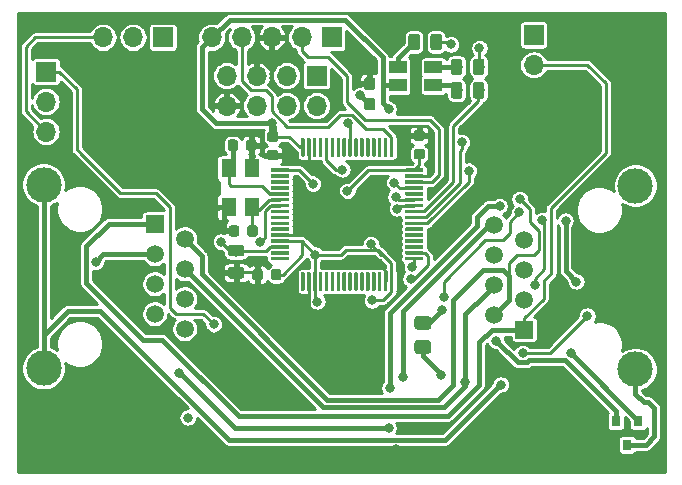
<source format=gbr>
G04 #@! TF.GenerationSoftware,KiCad,Pcbnew,(5.1.0)-1*
G04 #@! TF.CreationDate,2020-04-24T14:50:20+08:00*
G04 #@! TF.ProjectId,rs485_for_servo,72733438-355f-4666-9f72-5f736572766f,rev?*
G04 #@! TF.SameCoordinates,Original*
G04 #@! TF.FileFunction,Copper,L1,Top*
G04 #@! TF.FilePolarity,Positive*
%FSLAX46Y46*%
G04 Gerber Fmt 4.6, Leading zero omitted, Abs format (unit mm)*
G04 Created by KiCad (PCBNEW (5.1.0)-1) date 2020-04-24 14:50:20*
%MOMM*%
%LPD*%
G04 APERTURE LIST*
%ADD10R,1.300000X1.600000*%
%ADD11C,0.100000*%
%ADD12C,0.300000*%
%ADD13R,1.500000X1.100000*%
%ADD14C,0.875000*%
%ADD15O,1.700000X1.700000*%
%ADD16R,1.700000X1.700000*%
%ADD17C,0.975000*%
%ADD18R,0.800000X0.900000*%
%ADD19C,1.500000*%
%ADD20C,3.000000*%
%ADD21R,1.500000X1.500000*%
%ADD22C,1.150000*%
%ADD23C,0.950000*%
%ADD24C,0.800000*%
%ADD25C,8.000000*%
%ADD26C,0.250000*%
%ADD27C,0.400000*%
%ADD28C,0.254000*%
G04 APERTURE END LIST*
D10*
X95860000Y-31810000D03*
X95860000Y-35110000D03*
X97860000Y-35110000D03*
X97860000Y-31810000D03*
D11*
G36*
X102232351Y-29250361D02*
G01*
X102239632Y-29251441D01*
X102246771Y-29253229D01*
X102253701Y-29255709D01*
X102260355Y-29258856D01*
X102266668Y-29262640D01*
X102272579Y-29267024D01*
X102278033Y-29271967D01*
X102282976Y-29277421D01*
X102287360Y-29283332D01*
X102291144Y-29289645D01*
X102294291Y-29296299D01*
X102296771Y-29303229D01*
X102298559Y-29310368D01*
X102299639Y-29317649D01*
X102300000Y-29325000D01*
X102300000Y-30725000D01*
X102299639Y-30732351D01*
X102298559Y-30739632D01*
X102296771Y-30746771D01*
X102294291Y-30753701D01*
X102291144Y-30760355D01*
X102287360Y-30766668D01*
X102282976Y-30772579D01*
X102278033Y-30778033D01*
X102272579Y-30782976D01*
X102266668Y-30787360D01*
X102260355Y-30791144D01*
X102253701Y-30794291D01*
X102246771Y-30796771D01*
X102239632Y-30798559D01*
X102232351Y-30799639D01*
X102225000Y-30800000D01*
X102075000Y-30800000D01*
X102067649Y-30799639D01*
X102060368Y-30798559D01*
X102053229Y-30796771D01*
X102046299Y-30794291D01*
X102039645Y-30791144D01*
X102033332Y-30787360D01*
X102027421Y-30782976D01*
X102021967Y-30778033D01*
X102017024Y-30772579D01*
X102012640Y-30766668D01*
X102008856Y-30760355D01*
X102005709Y-30753701D01*
X102003229Y-30746771D01*
X102001441Y-30739632D01*
X102000361Y-30732351D01*
X102000000Y-30725000D01*
X102000000Y-29325000D01*
X102000361Y-29317649D01*
X102001441Y-29310368D01*
X102003229Y-29303229D01*
X102005709Y-29296299D01*
X102008856Y-29289645D01*
X102012640Y-29283332D01*
X102017024Y-29277421D01*
X102021967Y-29271967D01*
X102027421Y-29267024D01*
X102033332Y-29262640D01*
X102039645Y-29258856D01*
X102046299Y-29255709D01*
X102053229Y-29253229D01*
X102060368Y-29251441D01*
X102067649Y-29250361D01*
X102075000Y-29250000D01*
X102225000Y-29250000D01*
X102232351Y-29250361D01*
X102232351Y-29250361D01*
G37*
D12*
X102150000Y-30025000D03*
D11*
G36*
X102732351Y-29250361D02*
G01*
X102739632Y-29251441D01*
X102746771Y-29253229D01*
X102753701Y-29255709D01*
X102760355Y-29258856D01*
X102766668Y-29262640D01*
X102772579Y-29267024D01*
X102778033Y-29271967D01*
X102782976Y-29277421D01*
X102787360Y-29283332D01*
X102791144Y-29289645D01*
X102794291Y-29296299D01*
X102796771Y-29303229D01*
X102798559Y-29310368D01*
X102799639Y-29317649D01*
X102800000Y-29325000D01*
X102800000Y-30725000D01*
X102799639Y-30732351D01*
X102798559Y-30739632D01*
X102796771Y-30746771D01*
X102794291Y-30753701D01*
X102791144Y-30760355D01*
X102787360Y-30766668D01*
X102782976Y-30772579D01*
X102778033Y-30778033D01*
X102772579Y-30782976D01*
X102766668Y-30787360D01*
X102760355Y-30791144D01*
X102753701Y-30794291D01*
X102746771Y-30796771D01*
X102739632Y-30798559D01*
X102732351Y-30799639D01*
X102725000Y-30800000D01*
X102575000Y-30800000D01*
X102567649Y-30799639D01*
X102560368Y-30798559D01*
X102553229Y-30796771D01*
X102546299Y-30794291D01*
X102539645Y-30791144D01*
X102533332Y-30787360D01*
X102527421Y-30782976D01*
X102521967Y-30778033D01*
X102517024Y-30772579D01*
X102512640Y-30766668D01*
X102508856Y-30760355D01*
X102505709Y-30753701D01*
X102503229Y-30746771D01*
X102501441Y-30739632D01*
X102500361Y-30732351D01*
X102500000Y-30725000D01*
X102500000Y-29325000D01*
X102500361Y-29317649D01*
X102501441Y-29310368D01*
X102503229Y-29303229D01*
X102505709Y-29296299D01*
X102508856Y-29289645D01*
X102512640Y-29283332D01*
X102517024Y-29277421D01*
X102521967Y-29271967D01*
X102527421Y-29267024D01*
X102533332Y-29262640D01*
X102539645Y-29258856D01*
X102546299Y-29255709D01*
X102553229Y-29253229D01*
X102560368Y-29251441D01*
X102567649Y-29250361D01*
X102575000Y-29250000D01*
X102725000Y-29250000D01*
X102732351Y-29250361D01*
X102732351Y-29250361D01*
G37*
D12*
X102650000Y-30025000D03*
D11*
G36*
X103232351Y-29250361D02*
G01*
X103239632Y-29251441D01*
X103246771Y-29253229D01*
X103253701Y-29255709D01*
X103260355Y-29258856D01*
X103266668Y-29262640D01*
X103272579Y-29267024D01*
X103278033Y-29271967D01*
X103282976Y-29277421D01*
X103287360Y-29283332D01*
X103291144Y-29289645D01*
X103294291Y-29296299D01*
X103296771Y-29303229D01*
X103298559Y-29310368D01*
X103299639Y-29317649D01*
X103300000Y-29325000D01*
X103300000Y-30725000D01*
X103299639Y-30732351D01*
X103298559Y-30739632D01*
X103296771Y-30746771D01*
X103294291Y-30753701D01*
X103291144Y-30760355D01*
X103287360Y-30766668D01*
X103282976Y-30772579D01*
X103278033Y-30778033D01*
X103272579Y-30782976D01*
X103266668Y-30787360D01*
X103260355Y-30791144D01*
X103253701Y-30794291D01*
X103246771Y-30796771D01*
X103239632Y-30798559D01*
X103232351Y-30799639D01*
X103225000Y-30800000D01*
X103075000Y-30800000D01*
X103067649Y-30799639D01*
X103060368Y-30798559D01*
X103053229Y-30796771D01*
X103046299Y-30794291D01*
X103039645Y-30791144D01*
X103033332Y-30787360D01*
X103027421Y-30782976D01*
X103021967Y-30778033D01*
X103017024Y-30772579D01*
X103012640Y-30766668D01*
X103008856Y-30760355D01*
X103005709Y-30753701D01*
X103003229Y-30746771D01*
X103001441Y-30739632D01*
X103000361Y-30732351D01*
X103000000Y-30725000D01*
X103000000Y-29325000D01*
X103000361Y-29317649D01*
X103001441Y-29310368D01*
X103003229Y-29303229D01*
X103005709Y-29296299D01*
X103008856Y-29289645D01*
X103012640Y-29283332D01*
X103017024Y-29277421D01*
X103021967Y-29271967D01*
X103027421Y-29267024D01*
X103033332Y-29262640D01*
X103039645Y-29258856D01*
X103046299Y-29255709D01*
X103053229Y-29253229D01*
X103060368Y-29251441D01*
X103067649Y-29250361D01*
X103075000Y-29250000D01*
X103225000Y-29250000D01*
X103232351Y-29250361D01*
X103232351Y-29250361D01*
G37*
D12*
X103150000Y-30025000D03*
D11*
G36*
X103732351Y-29250361D02*
G01*
X103739632Y-29251441D01*
X103746771Y-29253229D01*
X103753701Y-29255709D01*
X103760355Y-29258856D01*
X103766668Y-29262640D01*
X103772579Y-29267024D01*
X103778033Y-29271967D01*
X103782976Y-29277421D01*
X103787360Y-29283332D01*
X103791144Y-29289645D01*
X103794291Y-29296299D01*
X103796771Y-29303229D01*
X103798559Y-29310368D01*
X103799639Y-29317649D01*
X103800000Y-29325000D01*
X103800000Y-30725000D01*
X103799639Y-30732351D01*
X103798559Y-30739632D01*
X103796771Y-30746771D01*
X103794291Y-30753701D01*
X103791144Y-30760355D01*
X103787360Y-30766668D01*
X103782976Y-30772579D01*
X103778033Y-30778033D01*
X103772579Y-30782976D01*
X103766668Y-30787360D01*
X103760355Y-30791144D01*
X103753701Y-30794291D01*
X103746771Y-30796771D01*
X103739632Y-30798559D01*
X103732351Y-30799639D01*
X103725000Y-30800000D01*
X103575000Y-30800000D01*
X103567649Y-30799639D01*
X103560368Y-30798559D01*
X103553229Y-30796771D01*
X103546299Y-30794291D01*
X103539645Y-30791144D01*
X103533332Y-30787360D01*
X103527421Y-30782976D01*
X103521967Y-30778033D01*
X103517024Y-30772579D01*
X103512640Y-30766668D01*
X103508856Y-30760355D01*
X103505709Y-30753701D01*
X103503229Y-30746771D01*
X103501441Y-30739632D01*
X103500361Y-30732351D01*
X103500000Y-30725000D01*
X103500000Y-29325000D01*
X103500361Y-29317649D01*
X103501441Y-29310368D01*
X103503229Y-29303229D01*
X103505709Y-29296299D01*
X103508856Y-29289645D01*
X103512640Y-29283332D01*
X103517024Y-29277421D01*
X103521967Y-29271967D01*
X103527421Y-29267024D01*
X103533332Y-29262640D01*
X103539645Y-29258856D01*
X103546299Y-29255709D01*
X103553229Y-29253229D01*
X103560368Y-29251441D01*
X103567649Y-29250361D01*
X103575000Y-29250000D01*
X103725000Y-29250000D01*
X103732351Y-29250361D01*
X103732351Y-29250361D01*
G37*
D12*
X103650000Y-30025000D03*
D11*
G36*
X104232351Y-29250361D02*
G01*
X104239632Y-29251441D01*
X104246771Y-29253229D01*
X104253701Y-29255709D01*
X104260355Y-29258856D01*
X104266668Y-29262640D01*
X104272579Y-29267024D01*
X104278033Y-29271967D01*
X104282976Y-29277421D01*
X104287360Y-29283332D01*
X104291144Y-29289645D01*
X104294291Y-29296299D01*
X104296771Y-29303229D01*
X104298559Y-29310368D01*
X104299639Y-29317649D01*
X104300000Y-29325000D01*
X104300000Y-30725000D01*
X104299639Y-30732351D01*
X104298559Y-30739632D01*
X104296771Y-30746771D01*
X104294291Y-30753701D01*
X104291144Y-30760355D01*
X104287360Y-30766668D01*
X104282976Y-30772579D01*
X104278033Y-30778033D01*
X104272579Y-30782976D01*
X104266668Y-30787360D01*
X104260355Y-30791144D01*
X104253701Y-30794291D01*
X104246771Y-30796771D01*
X104239632Y-30798559D01*
X104232351Y-30799639D01*
X104225000Y-30800000D01*
X104075000Y-30800000D01*
X104067649Y-30799639D01*
X104060368Y-30798559D01*
X104053229Y-30796771D01*
X104046299Y-30794291D01*
X104039645Y-30791144D01*
X104033332Y-30787360D01*
X104027421Y-30782976D01*
X104021967Y-30778033D01*
X104017024Y-30772579D01*
X104012640Y-30766668D01*
X104008856Y-30760355D01*
X104005709Y-30753701D01*
X104003229Y-30746771D01*
X104001441Y-30739632D01*
X104000361Y-30732351D01*
X104000000Y-30725000D01*
X104000000Y-29325000D01*
X104000361Y-29317649D01*
X104001441Y-29310368D01*
X104003229Y-29303229D01*
X104005709Y-29296299D01*
X104008856Y-29289645D01*
X104012640Y-29283332D01*
X104017024Y-29277421D01*
X104021967Y-29271967D01*
X104027421Y-29267024D01*
X104033332Y-29262640D01*
X104039645Y-29258856D01*
X104046299Y-29255709D01*
X104053229Y-29253229D01*
X104060368Y-29251441D01*
X104067649Y-29250361D01*
X104075000Y-29250000D01*
X104225000Y-29250000D01*
X104232351Y-29250361D01*
X104232351Y-29250361D01*
G37*
D12*
X104150000Y-30025000D03*
D11*
G36*
X104732351Y-29250361D02*
G01*
X104739632Y-29251441D01*
X104746771Y-29253229D01*
X104753701Y-29255709D01*
X104760355Y-29258856D01*
X104766668Y-29262640D01*
X104772579Y-29267024D01*
X104778033Y-29271967D01*
X104782976Y-29277421D01*
X104787360Y-29283332D01*
X104791144Y-29289645D01*
X104794291Y-29296299D01*
X104796771Y-29303229D01*
X104798559Y-29310368D01*
X104799639Y-29317649D01*
X104800000Y-29325000D01*
X104800000Y-30725000D01*
X104799639Y-30732351D01*
X104798559Y-30739632D01*
X104796771Y-30746771D01*
X104794291Y-30753701D01*
X104791144Y-30760355D01*
X104787360Y-30766668D01*
X104782976Y-30772579D01*
X104778033Y-30778033D01*
X104772579Y-30782976D01*
X104766668Y-30787360D01*
X104760355Y-30791144D01*
X104753701Y-30794291D01*
X104746771Y-30796771D01*
X104739632Y-30798559D01*
X104732351Y-30799639D01*
X104725000Y-30800000D01*
X104575000Y-30800000D01*
X104567649Y-30799639D01*
X104560368Y-30798559D01*
X104553229Y-30796771D01*
X104546299Y-30794291D01*
X104539645Y-30791144D01*
X104533332Y-30787360D01*
X104527421Y-30782976D01*
X104521967Y-30778033D01*
X104517024Y-30772579D01*
X104512640Y-30766668D01*
X104508856Y-30760355D01*
X104505709Y-30753701D01*
X104503229Y-30746771D01*
X104501441Y-30739632D01*
X104500361Y-30732351D01*
X104500000Y-30725000D01*
X104500000Y-29325000D01*
X104500361Y-29317649D01*
X104501441Y-29310368D01*
X104503229Y-29303229D01*
X104505709Y-29296299D01*
X104508856Y-29289645D01*
X104512640Y-29283332D01*
X104517024Y-29277421D01*
X104521967Y-29271967D01*
X104527421Y-29267024D01*
X104533332Y-29262640D01*
X104539645Y-29258856D01*
X104546299Y-29255709D01*
X104553229Y-29253229D01*
X104560368Y-29251441D01*
X104567649Y-29250361D01*
X104575000Y-29250000D01*
X104725000Y-29250000D01*
X104732351Y-29250361D01*
X104732351Y-29250361D01*
G37*
D12*
X104650000Y-30025000D03*
D11*
G36*
X105232351Y-29250361D02*
G01*
X105239632Y-29251441D01*
X105246771Y-29253229D01*
X105253701Y-29255709D01*
X105260355Y-29258856D01*
X105266668Y-29262640D01*
X105272579Y-29267024D01*
X105278033Y-29271967D01*
X105282976Y-29277421D01*
X105287360Y-29283332D01*
X105291144Y-29289645D01*
X105294291Y-29296299D01*
X105296771Y-29303229D01*
X105298559Y-29310368D01*
X105299639Y-29317649D01*
X105300000Y-29325000D01*
X105300000Y-30725000D01*
X105299639Y-30732351D01*
X105298559Y-30739632D01*
X105296771Y-30746771D01*
X105294291Y-30753701D01*
X105291144Y-30760355D01*
X105287360Y-30766668D01*
X105282976Y-30772579D01*
X105278033Y-30778033D01*
X105272579Y-30782976D01*
X105266668Y-30787360D01*
X105260355Y-30791144D01*
X105253701Y-30794291D01*
X105246771Y-30796771D01*
X105239632Y-30798559D01*
X105232351Y-30799639D01*
X105225000Y-30800000D01*
X105075000Y-30800000D01*
X105067649Y-30799639D01*
X105060368Y-30798559D01*
X105053229Y-30796771D01*
X105046299Y-30794291D01*
X105039645Y-30791144D01*
X105033332Y-30787360D01*
X105027421Y-30782976D01*
X105021967Y-30778033D01*
X105017024Y-30772579D01*
X105012640Y-30766668D01*
X105008856Y-30760355D01*
X105005709Y-30753701D01*
X105003229Y-30746771D01*
X105001441Y-30739632D01*
X105000361Y-30732351D01*
X105000000Y-30725000D01*
X105000000Y-29325000D01*
X105000361Y-29317649D01*
X105001441Y-29310368D01*
X105003229Y-29303229D01*
X105005709Y-29296299D01*
X105008856Y-29289645D01*
X105012640Y-29283332D01*
X105017024Y-29277421D01*
X105021967Y-29271967D01*
X105027421Y-29267024D01*
X105033332Y-29262640D01*
X105039645Y-29258856D01*
X105046299Y-29255709D01*
X105053229Y-29253229D01*
X105060368Y-29251441D01*
X105067649Y-29250361D01*
X105075000Y-29250000D01*
X105225000Y-29250000D01*
X105232351Y-29250361D01*
X105232351Y-29250361D01*
G37*
D12*
X105150000Y-30025000D03*
D11*
G36*
X105732351Y-29250361D02*
G01*
X105739632Y-29251441D01*
X105746771Y-29253229D01*
X105753701Y-29255709D01*
X105760355Y-29258856D01*
X105766668Y-29262640D01*
X105772579Y-29267024D01*
X105778033Y-29271967D01*
X105782976Y-29277421D01*
X105787360Y-29283332D01*
X105791144Y-29289645D01*
X105794291Y-29296299D01*
X105796771Y-29303229D01*
X105798559Y-29310368D01*
X105799639Y-29317649D01*
X105800000Y-29325000D01*
X105800000Y-30725000D01*
X105799639Y-30732351D01*
X105798559Y-30739632D01*
X105796771Y-30746771D01*
X105794291Y-30753701D01*
X105791144Y-30760355D01*
X105787360Y-30766668D01*
X105782976Y-30772579D01*
X105778033Y-30778033D01*
X105772579Y-30782976D01*
X105766668Y-30787360D01*
X105760355Y-30791144D01*
X105753701Y-30794291D01*
X105746771Y-30796771D01*
X105739632Y-30798559D01*
X105732351Y-30799639D01*
X105725000Y-30800000D01*
X105575000Y-30800000D01*
X105567649Y-30799639D01*
X105560368Y-30798559D01*
X105553229Y-30796771D01*
X105546299Y-30794291D01*
X105539645Y-30791144D01*
X105533332Y-30787360D01*
X105527421Y-30782976D01*
X105521967Y-30778033D01*
X105517024Y-30772579D01*
X105512640Y-30766668D01*
X105508856Y-30760355D01*
X105505709Y-30753701D01*
X105503229Y-30746771D01*
X105501441Y-30739632D01*
X105500361Y-30732351D01*
X105500000Y-30725000D01*
X105500000Y-29325000D01*
X105500361Y-29317649D01*
X105501441Y-29310368D01*
X105503229Y-29303229D01*
X105505709Y-29296299D01*
X105508856Y-29289645D01*
X105512640Y-29283332D01*
X105517024Y-29277421D01*
X105521967Y-29271967D01*
X105527421Y-29267024D01*
X105533332Y-29262640D01*
X105539645Y-29258856D01*
X105546299Y-29255709D01*
X105553229Y-29253229D01*
X105560368Y-29251441D01*
X105567649Y-29250361D01*
X105575000Y-29250000D01*
X105725000Y-29250000D01*
X105732351Y-29250361D01*
X105732351Y-29250361D01*
G37*
D12*
X105650000Y-30025000D03*
D11*
G36*
X106232351Y-29250361D02*
G01*
X106239632Y-29251441D01*
X106246771Y-29253229D01*
X106253701Y-29255709D01*
X106260355Y-29258856D01*
X106266668Y-29262640D01*
X106272579Y-29267024D01*
X106278033Y-29271967D01*
X106282976Y-29277421D01*
X106287360Y-29283332D01*
X106291144Y-29289645D01*
X106294291Y-29296299D01*
X106296771Y-29303229D01*
X106298559Y-29310368D01*
X106299639Y-29317649D01*
X106300000Y-29325000D01*
X106300000Y-30725000D01*
X106299639Y-30732351D01*
X106298559Y-30739632D01*
X106296771Y-30746771D01*
X106294291Y-30753701D01*
X106291144Y-30760355D01*
X106287360Y-30766668D01*
X106282976Y-30772579D01*
X106278033Y-30778033D01*
X106272579Y-30782976D01*
X106266668Y-30787360D01*
X106260355Y-30791144D01*
X106253701Y-30794291D01*
X106246771Y-30796771D01*
X106239632Y-30798559D01*
X106232351Y-30799639D01*
X106225000Y-30800000D01*
X106075000Y-30800000D01*
X106067649Y-30799639D01*
X106060368Y-30798559D01*
X106053229Y-30796771D01*
X106046299Y-30794291D01*
X106039645Y-30791144D01*
X106033332Y-30787360D01*
X106027421Y-30782976D01*
X106021967Y-30778033D01*
X106017024Y-30772579D01*
X106012640Y-30766668D01*
X106008856Y-30760355D01*
X106005709Y-30753701D01*
X106003229Y-30746771D01*
X106001441Y-30739632D01*
X106000361Y-30732351D01*
X106000000Y-30725000D01*
X106000000Y-29325000D01*
X106000361Y-29317649D01*
X106001441Y-29310368D01*
X106003229Y-29303229D01*
X106005709Y-29296299D01*
X106008856Y-29289645D01*
X106012640Y-29283332D01*
X106017024Y-29277421D01*
X106021967Y-29271967D01*
X106027421Y-29267024D01*
X106033332Y-29262640D01*
X106039645Y-29258856D01*
X106046299Y-29255709D01*
X106053229Y-29253229D01*
X106060368Y-29251441D01*
X106067649Y-29250361D01*
X106075000Y-29250000D01*
X106225000Y-29250000D01*
X106232351Y-29250361D01*
X106232351Y-29250361D01*
G37*
D12*
X106150000Y-30025000D03*
D11*
G36*
X106732351Y-29250361D02*
G01*
X106739632Y-29251441D01*
X106746771Y-29253229D01*
X106753701Y-29255709D01*
X106760355Y-29258856D01*
X106766668Y-29262640D01*
X106772579Y-29267024D01*
X106778033Y-29271967D01*
X106782976Y-29277421D01*
X106787360Y-29283332D01*
X106791144Y-29289645D01*
X106794291Y-29296299D01*
X106796771Y-29303229D01*
X106798559Y-29310368D01*
X106799639Y-29317649D01*
X106800000Y-29325000D01*
X106800000Y-30725000D01*
X106799639Y-30732351D01*
X106798559Y-30739632D01*
X106796771Y-30746771D01*
X106794291Y-30753701D01*
X106791144Y-30760355D01*
X106787360Y-30766668D01*
X106782976Y-30772579D01*
X106778033Y-30778033D01*
X106772579Y-30782976D01*
X106766668Y-30787360D01*
X106760355Y-30791144D01*
X106753701Y-30794291D01*
X106746771Y-30796771D01*
X106739632Y-30798559D01*
X106732351Y-30799639D01*
X106725000Y-30800000D01*
X106575000Y-30800000D01*
X106567649Y-30799639D01*
X106560368Y-30798559D01*
X106553229Y-30796771D01*
X106546299Y-30794291D01*
X106539645Y-30791144D01*
X106533332Y-30787360D01*
X106527421Y-30782976D01*
X106521967Y-30778033D01*
X106517024Y-30772579D01*
X106512640Y-30766668D01*
X106508856Y-30760355D01*
X106505709Y-30753701D01*
X106503229Y-30746771D01*
X106501441Y-30739632D01*
X106500361Y-30732351D01*
X106500000Y-30725000D01*
X106500000Y-29325000D01*
X106500361Y-29317649D01*
X106501441Y-29310368D01*
X106503229Y-29303229D01*
X106505709Y-29296299D01*
X106508856Y-29289645D01*
X106512640Y-29283332D01*
X106517024Y-29277421D01*
X106521967Y-29271967D01*
X106527421Y-29267024D01*
X106533332Y-29262640D01*
X106539645Y-29258856D01*
X106546299Y-29255709D01*
X106553229Y-29253229D01*
X106560368Y-29251441D01*
X106567649Y-29250361D01*
X106575000Y-29250000D01*
X106725000Y-29250000D01*
X106732351Y-29250361D01*
X106732351Y-29250361D01*
G37*
D12*
X106650000Y-30025000D03*
D11*
G36*
X107232351Y-29250361D02*
G01*
X107239632Y-29251441D01*
X107246771Y-29253229D01*
X107253701Y-29255709D01*
X107260355Y-29258856D01*
X107266668Y-29262640D01*
X107272579Y-29267024D01*
X107278033Y-29271967D01*
X107282976Y-29277421D01*
X107287360Y-29283332D01*
X107291144Y-29289645D01*
X107294291Y-29296299D01*
X107296771Y-29303229D01*
X107298559Y-29310368D01*
X107299639Y-29317649D01*
X107300000Y-29325000D01*
X107300000Y-30725000D01*
X107299639Y-30732351D01*
X107298559Y-30739632D01*
X107296771Y-30746771D01*
X107294291Y-30753701D01*
X107291144Y-30760355D01*
X107287360Y-30766668D01*
X107282976Y-30772579D01*
X107278033Y-30778033D01*
X107272579Y-30782976D01*
X107266668Y-30787360D01*
X107260355Y-30791144D01*
X107253701Y-30794291D01*
X107246771Y-30796771D01*
X107239632Y-30798559D01*
X107232351Y-30799639D01*
X107225000Y-30800000D01*
X107075000Y-30800000D01*
X107067649Y-30799639D01*
X107060368Y-30798559D01*
X107053229Y-30796771D01*
X107046299Y-30794291D01*
X107039645Y-30791144D01*
X107033332Y-30787360D01*
X107027421Y-30782976D01*
X107021967Y-30778033D01*
X107017024Y-30772579D01*
X107012640Y-30766668D01*
X107008856Y-30760355D01*
X107005709Y-30753701D01*
X107003229Y-30746771D01*
X107001441Y-30739632D01*
X107000361Y-30732351D01*
X107000000Y-30725000D01*
X107000000Y-29325000D01*
X107000361Y-29317649D01*
X107001441Y-29310368D01*
X107003229Y-29303229D01*
X107005709Y-29296299D01*
X107008856Y-29289645D01*
X107012640Y-29283332D01*
X107017024Y-29277421D01*
X107021967Y-29271967D01*
X107027421Y-29267024D01*
X107033332Y-29262640D01*
X107039645Y-29258856D01*
X107046299Y-29255709D01*
X107053229Y-29253229D01*
X107060368Y-29251441D01*
X107067649Y-29250361D01*
X107075000Y-29250000D01*
X107225000Y-29250000D01*
X107232351Y-29250361D01*
X107232351Y-29250361D01*
G37*
D12*
X107150000Y-30025000D03*
D11*
G36*
X107732351Y-29250361D02*
G01*
X107739632Y-29251441D01*
X107746771Y-29253229D01*
X107753701Y-29255709D01*
X107760355Y-29258856D01*
X107766668Y-29262640D01*
X107772579Y-29267024D01*
X107778033Y-29271967D01*
X107782976Y-29277421D01*
X107787360Y-29283332D01*
X107791144Y-29289645D01*
X107794291Y-29296299D01*
X107796771Y-29303229D01*
X107798559Y-29310368D01*
X107799639Y-29317649D01*
X107800000Y-29325000D01*
X107800000Y-30725000D01*
X107799639Y-30732351D01*
X107798559Y-30739632D01*
X107796771Y-30746771D01*
X107794291Y-30753701D01*
X107791144Y-30760355D01*
X107787360Y-30766668D01*
X107782976Y-30772579D01*
X107778033Y-30778033D01*
X107772579Y-30782976D01*
X107766668Y-30787360D01*
X107760355Y-30791144D01*
X107753701Y-30794291D01*
X107746771Y-30796771D01*
X107739632Y-30798559D01*
X107732351Y-30799639D01*
X107725000Y-30800000D01*
X107575000Y-30800000D01*
X107567649Y-30799639D01*
X107560368Y-30798559D01*
X107553229Y-30796771D01*
X107546299Y-30794291D01*
X107539645Y-30791144D01*
X107533332Y-30787360D01*
X107527421Y-30782976D01*
X107521967Y-30778033D01*
X107517024Y-30772579D01*
X107512640Y-30766668D01*
X107508856Y-30760355D01*
X107505709Y-30753701D01*
X107503229Y-30746771D01*
X107501441Y-30739632D01*
X107500361Y-30732351D01*
X107500000Y-30725000D01*
X107500000Y-29325000D01*
X107500361Y-29317649D01*
X107501441Y-29310368D01*
X107503229Y-29303229D01*
X107505709Y-29296299D01*
X107508856Y-29289645D01*
X107512640Y-29283332D01*
X107517024Y-29277421D01*
X107521967Y-29271967D01*
X107527421Y-29267024D01*
X107533332Y-29262640D01*
X107539645Y-29258856D01*
X107546299Y-29255709D01*
X107553229Y-29253229D01*
X107560368Y-29251441D01*
X107567649Y-29250361D01*
X107575000Y-29250000D01*
X107725000Y-29250000D01*
X107732351Y-29250361D01*
X107732351Y-29250361D01*
G37*
D12*
X107650000Y-30025000D03*
D11*
G36*
X108232351Y-29250361D02*
G01*
X108239632Y-29251441D01*
X108246771Y-29253229D01*
X108253701Y-29255709D01*
X108260355Y-29258856D01*
X108266668Y-29262640D01*
X108272579Y-29267024D01*
X108278033Y-29271967D01*
X108282976Y-29277421D01*
X108287360Y-29283332D01*
X108291144Y-29289645D01*
X108294291Y-29296299D01*
X108296771Y-29303229D01*
X108298559Y-29310368D01*
X108299639Y-29317649D01*
X108300000Y-29325000D01*
X108300000Y-30725000D01*
X108299639Y-30732351D01*
X108298559Y-30739632D01*
X108296771Y-30746771D01*
X108294291Y-30753701D01*
X108291144Y-30760355D01*
X108287360Y-30766668D01*
X108282976Y-30772579D01*
X108278033Y-30778033D01*
X108272579Y-30782976D01*
X108266668Y-30787360D01*
X108260355Y-30791144D01*
X108253701Y-30794291D01*
X108246771Y-30796771D01*
X108239632Y-30798559D01*
X108232351Y-30799639D01*
X108225000Y-30800000D01*
X108075000Y-30800000D01*
X108067649Y-30799639D01*
X108060368Y-30798559D01*
X108053229Y-30796771D01*
X108046299Y-30794291D01*
X108039645Y-30791144D01*
X108033332Y-30787360D01*
X108027421Y-30782976D01*
X108021967Y-30778033D01*
X108017024Y-30772579D01*
X108012640Y-30766668D01*
X108008856Y-30760355D01*
X108005709Y-30753701D01*
X108003229Y-30746771D01*
X108001441Y-30739632D01*
X108000361Y-30732351D01*
X108000000Y-30725000D01*
X108000000Y-29325000D01*
X108000361Y-29317649D01*
X108001441Y-29310368D01*
X108003229Y-29303229D01*
X108005709Y-29296299D01*
X108008856Y-29289645D01*
X108012640Y-29283332D01*
X108017024Y-29277421D01*
X108021967Y-29271967D01*
X108027421Y-29267024D01*
X108033332Y-29262640D01*
X108039645Y-29258856D01*
X108046299Y-29255709D01*
X108053229Y-29253229D01*
X108060368Y-29251441D01*
X108067649Y-29250361D01*
X108075000Y-29250000D01*
X108225000Y-29250000D01*
X108232351Y-29250361D01*
X108232351Y-29250361D01*
G37*
D12*
X108150000Y-30025000D03*
D11*
G36*
X108732351Y-29250361D02*
G01*
X108739632Y-29251441D01*
X108746771Y-29253229D01*
X108753701Y-29255709D01*
X108760355Y-29258856D01*
X108766668Y-29262640D01*
X108772579Y-29267024D01*
X108778033Y-29271967D01*
X108782976Y-29277421D01*
X108787360Y-29283332D01*
X108791144Y-29289645D01*
X108794291Y-29296299D01*
X108796771Y-29303229D01*
X108798559Y-29310368D01*
X108799639Y-29317649D01*
X108800000Y-29325000D01*
X108800000Y-30725000D01*
X108799639Y-30732351D01*
X108798559Y-30739632D01*
X108796771Y-30746771D01*
X108794291Y-30753701D01*
X108791144Y-30760355D01*
X108787360Y-30766668D01*
X108782976Y-30772579D01*
X108778033Y-30778033D01*
X108772579Y-30782976D01*
X108766668Y-30787360D01*
X108760355Y-30791144D01*
X108753701Y-30794291D01*
X108746771Y-30796771D01*
X108739632Y-30798559D01*
X108732351Y-30799639D01*
X108725000Y-30800000D01*
X108575000Y-30800000D01*
X108567649Y-30799639D01*
X108560368Y-30798559D01*
X108553229Y-30796771D01*
X108546299Y-30794291D01*
X108539645Y-30791144D01*
X108533332Y-30787360D01*
X108527421Y-30782976D01*
X108521967Y-30778033D01*
X108517024Y-30772579D01*
X108512640Y-30766668D01*
X108508856Y-30760355D01*
X108505709Y-30753701D01*
X108503229Y-30746771D01*
X108501441Y-30739632D01*
X108500361Y-30732351D01*
X108500000Y-30725000D01*
X108500000Y-29325000D01*
X108500361Y-29317649D01*
X108501441Y-29310368D01*
X108503229Y-29303229D01*
X108505709Y-29296299D01*
X108508856Y-29289645D01*
X108512640Y-29283332D01*
X108517024Y-29277421D01*
X108521967Y-29271967D01*
X108527421Y-29267024D01*
X108533332Y-29262640D01*
X108539645Y-29258856D01*
X108546299Y-29255709D01*
X108553229Y-29253229D01*
X108560368Y-29251441D01*
X108567649Y-29250361D01*
X108575000Y-29250000D01*
X108725000Y-29250000D01*
X108732351Y-29250361D01*
X108732351Y-29250361D01*
G37*
D12*
X108650000Y-30025000D03*
D11*
G36*
X109232351Y-29250361D02*
G01*
X109239632Y-29251441D01*
X109246771Y-29253229D01*
X109253701Y-29255709D01*
X109260355Y-29258856D01*
X109266668Y-29262640D01*
X109272579Y-29267024D01*
X109278033Y-29271967D01*
X109282976Y-29277421D01*
X109287360Y-29283332D01*
X109291144Y-29289645D01*
X109294291Y-29296299D01*
X109296771Y-29303229D01*
X109298559Y-29310368D01*
X109299639Y-29317649D01*
X109300000Y-29325000D01*
X109300000Y-30725000D01*
X109299639Y-30732351D01*
X109298559Y-30739632D01*
X109296771Y-30746771D01*
X109294291Y-30753701D01*
X109291144Y-30760355D01*
X109287360Y-30766668D01*
X109282976Y-30772579D01*
X109278033Y-30778033D01*
X109272579Y-30782976D01*
X109266668Y-30787360D01*
X109260355Y-30791144D01*
X109253701Y-30794291D01*
X109246771Y-30796771D01*
X109239632Y-30798559D01*
X109232351Y-30799639D01*
X109225000Y-30800000D01*
X109075000Y-30800000D01*
X109067649Y-30799639D01*
X109060368Y-30798559D01*
X109053229Y-30796771D01*
X109046299Y-30794291D01*
X109039645Y-30791144D01*
X109033332Y-30787360D01*
X109027421Y-30782976D01*
X109021967Y-30778033D01*
X109017024Y-30772579D01*
X109012640Y-30766668D01*
X109008856Y-30760355D01*
X109005709Y-30753701D01*
X109003229Y-30746771D01*
X109001441Y-30739632D01*
X109000361Y-30732351D01*
X109000000Y-30725000D01*
X109000000Y-29325000D01*
X109000361Y-29317649D01*
X109001441Y-29310368D01*
X109003229Y-29303229D01*
X109005709Y-29296299D01*
X109008856Y-29289645D01*
X109012640Y-29283332D01*
X109017024Y-29277421D01*
X109021967Y-29271967D01*
X109027421Y-29267024D01*
X109033332Y-29262640D01*
X109039645Y-29258856D01*
X109046299Y-29255709D01*
X109053229Y-29253229D01*
X109060368Y-29251441D01*
X109067649Y-29250361D01*
X109075000Y-29250000D01*
X109225000Y-29250000D01*
X109232351Y-29250361D01*
X109232351Y-29250361D01*
G37*
D12*
X109150000Y-30025000D03*
D11*
G36*
X109732351Y-29250361D02*
G01*
X109739632Y-29251441D01*
X109746771Y-29253229D01*
X109753701Y-29255709D01*
X109760355Y-29258856D01*
X109766668Y-29262640D01*
X109772579Y-29267024D01*
X109778033Y-29271967D01*
X109782976Y-29277421D01*
X109787360Y-29283332D01*
X109791144Y-29289645D01*
X109794291Y-29296299D01*
X109796771Y-29303229D01*
X109798559Y-29310368D01*
X109799639Y-29317649D01*
X109800000Y-29325000D01*
X109800000Y-30725000D01*
X109799639Y-30732351D01*
X109798559Y-30739632D01*
X109796771Y-30746771D01*
X109794291Y-30753701D01*
X109791144Y-30760355D01*
X109787360Y-30766668D01*
X109782976Y-30772579D01*
X109778033Y-30778033D01*
X109772579Y-30782976D01*
X109766668Y-30787360D01*
X109760355Y-30791144D01*
X109753701Y-30794291D01*
X109746771Y-30796771D01*
X109739632Y-30798559D01*
X109732351Y-30799639D01*
X109725000Y-30800000D01*
X109575000Y-30800000D01*
X109567649Y-30799639D01*
X109560368Y-30798559D01*
X109553229Y-30796771D01*
X109546299Y-30794291D01*
X109539645Y-30791144D01*
X109533332Y-30787360D01*
X109527421Y-30782976D01*
X109521967Y-30778033D01*
X109517024Y-30772579D01*
X109512640Y-30766668D01*
X109508856Y-30760355D01*
X109505709Y-30753701D01*
X109503229Y-30746771D01*
X109501441Y-30739632D01*
X109500361Y-30732351D01*
X109500000Y-30725000D01*
X109500000Y-29325000D01*
X109500361Y-29317649D01*
X109501441Y-29310368D01*
X109503229Y-29303229D01*
X109505709Y-29296299D01*
X109508856Y-29289645D01*
X109512640Y-29283332D01*
X109517024Y-29277421D01*
X109521967Y-29271967D01*
X109527421Y-29267024D01*
X109533332Y-29262640D01*
X109539645Y-29258856D01*
X109546299Y-29255709D01*
X109553229Y-29253229D01*
X109560368Y-29251441D01*
X109567649Y-29250361D01*
X109575000Y-29250000D01*
X109725000Y-29250000D01*
X109732351Y-29250361D01*
X109732351Y-29250361D01*
G37*
D12*
X109650000Y-30025000D03*
D11*
G36*
X112282351Y-31800361D02*
G01*
X112289632Y-31801441D01*
X112296771Y-31803229D01*
X112303701Y-31805709D01*
X112310355Y-31808856D01*
X112316668Y-31812640D01*
X112322579Y-31817024D01*
X112328033Y-31821967D01*
X112332976Y-31827421D01*
X112337360Y-31833332D01*
X112341144Y-31839645D01*
X112344291Y-31846299D01*
X112346771Y-31853229D01*
X112348559Y-31860368D01*
X112349639Y-31867649D01*
X112350000Y-31875000D01*
X112350000Y-32025000D01*
X112349639Y-32032351D01*
X112348559Y-32039632D01*
X112346771Y-32046771D01*
X112344291Y-32053701D01*
X112341144Y-32060355D01*
X112337360Y-32066668D01*
X112332976Y-32072579D01*
X112328033Y-32078033D01*
X112322579Y-32082976D01*
X112316668Y-32087360D01*
X112310355Y-32091144D01*
X112303701Y-32094291D01*
X112296771Y-32096771D01*
X112289632Y-32098559D01*
X112282351Y-32099639D01*
X112275000Y-32100000D01*
X110875000Y-32100000D01*
X110867649Y-32099639D01*
X110860368Y-32098559D01*
X110853229Y-32096771D01*
X110846299Y-32094291D01*
X110839645Y-32091144D01*
X110833332Y-32087360D01*
X110827421Y-32082976D01*
X110821967Y-32078033D01*
X110817024Y-32072579D01*
X110812640Y-32066668D01*
X110808856Y-32060355D01*
X110805709Y-32053701D01*
X110803229Y-32046771D01*
X110801441Y-32039632D01*
X110800361Y-32032351D01*
X110800000Y-32025000D01*
X110800000Y-31875000D01*
X110800361Y-31867649D01*
X110801441Y-31860368D01*
X110803229Y-31853229D01*
X110805709Y-31846299D01*
X110808856Y-31839645D01*
X110812640Y-31833332D01*
X110817024Y-31827421D01*
X110821967Y-31821967D01*
X110827421Y-31817024D01*
X110833332Y-31812640D01*
X110839645Y-31808856D01*
X110846299Y-31805709D01*
X110853229Y-31803229D01*
X110860368Y-31801441D01*
X110867649Y-31800361D01*
X110875000Y-31800000D01*
X112275000Y-31800000D01*
X112282351Y-31800361D01*
X112282351Y-31800361D01*
G37*
D12*
X111575000Y-31950000D03*
D11*
G36*
X112282351Y-32300361D02*
G01*
X112289632Y-32301441D01*
X112296771Y-32303229D01*
X112303701Y-32305709D01*
X112310355Y-32308856D01*
X112316668Y-32312640D01*
X112322579Y-32317024D01*
X112328033Y-32321967D01*
X112332976Y-32327421D01*
X112337360Y-32333332D01*
X112341144Y-32339645D01*
X112344291Y-32346299D01*
X112346771Y-32353229D01*
X112348559Y-32360368D01*
X112349639Y-32367649D01*
X112350000Y-32375000D01*
X112350000Y-32525000D01*
X112349639Y-32532351D01*
X112348559Y-32539632D01*
X112346771Y-32546771D01*
X112344291Y-32553701D01*
X112341144Y-32560355D01*
X112337360Y-32566668D01*
X112332976Y-32572579D01*
X112328033Y-32578033D01*
X112322579Y-32582976D01*
X112316668Y-32587360D01*
X112310355Y-32591144D01*
X112303701Y-32594291D01*
X112296771Y-32596771D01*
X112289632Y-32598559D01*
X112282351Y-32599639D01*
X112275000Y-32600000D01*
X110875000Y-32600000D01*
X110867649Y-32599639D01*
X110860368Y-32598559D01*
X110853229Y-32596771D01*
X110846299Y-32594291D01*
X110839645Y-32591144D01*
X110833332Y-32587360D01*
X110827421Y-32582976D01*
X110821967Y-32578033D01*
X110817024Y-32572579D01*
X110812640Y-32566668D01*
X110808856Y-32560355D01*
X110805709Y-32553701D01*
X110803229Y-32546771D01*
X110801441Y-32539632D01*
X110800361Y-32532351D01*
X110800000Y-32525000D01*
X110800000Y-32375000D01*
X110800361Y-32367649D01*
X110801441Y-32360368D01*
X110803229Y-32353229D01*
X110805709Y-32346299D01*
X110808856Y-32339645D01*
X110812640Y-32333332D01*
X110817024Y-32327421D01*
X110821967Y-32321967D01*
X110827421Y-32317024D01*
X110833332Y-32312640D01*
X110839645Y-32308856D01*
X110846299Y-32305709D01*
X110853229Y-32303229D01*
X110860368Y-32301441D01*
X110867649Y-32300361D01*
X110875000Y-32300000D01*
X112275000Y-32300000D01*
X112282351Y-32300361D01*
X112282351Y-32300361D01*
G37*
D12*
X111575000Y-32450000D03*
D11*
G36*
X112282351Y-32800361D02*
G01*
X112289632Y-32801441D01*
X112296771Y-32803229D01*
X112303701Y-32805709D01*
X112310355Y-32808856D01*
X112316668Y-32812640D01*
X112322579Y-32817024D01*
X112328033Y-32821967D01*
X112332976Y-32827421D01*
X112337360Y-32833332D01*
X112341144Y-32839645D01*
X112344291Y-32846299D01*
X112346771Y-32853229D01*
X112348559Y-32860368D01*
X112349639Y-32867649D01*
X112350000Y-32875000D01*
X112350000Y-33025000D01*
X112349639Y-33032351D01*
X112348559Y-33039632D01*
X112346771Y-33046771D01*
X112344291Y-33053701D01*
X112341144Y-33060355D01*
X112337360Y-33066668D01*
X112332976Y-33072579D01*
X112328033Y-33078033D01*
X112322579Y-33082976D01*
X112316668Y-33087360D01*
X112310355Y-33091144D01*
X112303701Y-33094291D01*
X112296771Y-33096771D01*
X112289632Y-33098559D01*
X112282351Y-33099639D01*
X112275000Y-33100000D01*
X110875000Y-33100000D01*
X110867649Y-33099639D01*
X110860368Y-33098559D01*
X110853229Y-33096771D01*
X110846299Y-33094291D01*
X110839645Y-33091144D01*
X110833332Y-33087360D01*
X110827421Y-33082976D01*
X110821967Y-33078033D01*
X110817024Y-33072579D01*
X110812640Y-33066668D01*
X110808856Y-33060355D01*
X110805709Y-33053701D01*
X110803229Y-33046771D01*
X110801441Y-33039632D01*
X110800361Y-33032351D01*
X110800000Y-33025000D01*
X110800000Y-32875000D01*
X110800361Y-32867649D01*
X110801441Y-32860368D01*
X110803229Y-32853229D01*
X110805709Y-32846299D01*
X110808856Y-32839645D01*
X110812640Y-32833332D01*
X110817024Y-32827421D01*
X110821967Y-32821967D01*
X110827421Y-32817024D01*
X110833332Y-32812640D01*
X110839645Y-32808856D01*
X110846299Y-32805709D01*
X110853229Y-32803229D01*
X110860368Y-32801441D01*
X110867649Y-32800361D01*
X110875000Y-32800000D01*
X112275000Y-32800000D01*
X112282351Y-32800361D01*
X112282351Y-32800361D01*
G37*
D12*
X111575000Y-32950000D03*
D11*
G36*
X112282351Y-33300361D02*
G01*
X112289632Y-33301441D01*
X112296771Y-33303229D01*
X112303701Y-33305709D01*
X112310355Y-33308856D01*
X112316668Y-33312640D01*
X112322579Y-33317024D01*
X112328033Y-33321967D01*
X112332976Y-33327421D01*
X112337360Y-33333332D01*
X112341144Y-33339645D01*
X112344291Y-33346299D01*
X112346771Y-33353229D01*
X112348559Y-33360368D01*
X112349639Y-33367649D01*
X112350000Y-33375000D01*
X112350000Y-33525000D01*
X112349639Y-33532351D01*
X112348559Y-33539632D01*
X112346771Y-33546771D01*
X112344291Y-33553701D01*
X112341144Y-33560355D01*
X112337360Y-33566668D01*
X112332976Y-33572579D01*
X112328033Y-33578033D01*
X112322579Y-33582976D01*
X112316668Y-33587360D01*
X112310355Y-33591144D01*
X112303701Y-33594291D01*
X112296771Y-33596771D01*
X112289632Y-33598559D01*
X112282351Y-33599639D01*
X112275000Y-33600000D01*
X110875000Y-33600000D01*
X110867649Y-33599639D01*
X110860368Y-33598559D01*
X110853229Y-33596771D01*
X110846299Y-33594291D01*
X110839645Y-33591144D01*
X110833332Y-33587360D01*
X110827421Y-33582976D01*
X110821967Y-33578033D01*
X110817024Y-33572579D01*
X110812640Y-33566668D01*
X110808856Y-33560355D01*
X110805709Y-33553701D01*
X110803229Y-33546771D01*
X110801441Y-33539632D01*
X110800361Y-33532351D01*
X110800000Y-33525000D01*
X110800000Y-33375000D01*
X110800361Y-33367649D01*
X110801441Y-33360368D01*
X110803229Y-33353229D01*
X110805709Y-33346299D01*
X110808856Y-33339645D01*
X110812640Y-33333332D01*
X110817024Y-33327421D01*
X110821967Y-33321967D01*
X110827421Y-33317024D01*
X110833332Y-33312640D01*
X110839645Y-33308856D01*
X110846299Y-33305709D01*
X110853229Y-33303229D01*
X110860368Y-33301441D01*
X110867649Y-33300361D01*
X110875000Y-33300000D01*
X112275000Y-33300000D01*
X112282351Y-33300361D01*
X112282351Y-33300361D01*
G37*
D12*
X111575000Y-33450000D03*
D11*
G36*
X112282351Y-33800361D02*
G01*
X112289632Y-33801441D01*
X112296771Y-33803229D01*
X112303701Y-33805709D01*
X112310355Y-33808856D01*
X112316668Y-33812640D01*
X112322579Y-33817024D01*
X112328033Y-33821967D01*
X112332976Y-33827421D01*
X112337360Y-33833332D01*
X112341144Y-33839645D01*
X112344291Y-33846299D01*
X112346771Y-33853229D01*
X112348559Y-33860368D01*
X112349639Y-33867649D01*
X112350000Y-33875000D01*
X112350000Y-34025000D01*
X112349639Y-34032351D01*
X112348559Y-34039632D01*
X112346771Y-34046771D01*
X112344291Y-34053701D01*
X112341144Y-34060355D01*
X112337360Y-34066668D01*
X112332976Y-34072579D01*
X112328033Y-34078033D01*
X112322579Y-34082976D01*
X112316668Y-34087360D01*
X112310355Y-34091144D01*
X112303701Y-34094291D01*
X112296771Y-34096771D01*
X112289632Y-34098559D01*
X112282351Y-34099639D01*
X112275000Y-34100000D01*
X110875000Y-34100000D01*
X110867649Y-34099639D01*
X110860368Y-34098559D01*
X110853229Y-34096771D01*
X110846299Y-34094291D01*
X110839645Y-34091144D01*
X110833332Y-34087360D01*
X110827421Y-34082976D01*
X110821967Y-34078033D01*
X110817024Y-34072579D01*
X110812640Y-34066668D01*
X110808856Y-34060355D01*
X110805709Y-34053701D01*
X110803229Y-34046771D01*
X110801441Y-34039632D01*
X110800361Y-34032351D01*
X110800000Y-34025000D01*
X110800000Y-33875000D01*
X110800361Y-33867649D01*
X110801441Y-33860368D01*
X110803229Y-33853229D01*
X110805709Y-33846299D01*
X110808856Y-33839645D01*
X110812640Y-33833332D01*
X110817024Y-33827421D01*
X110821967Y-33821967D01*
X110827421Y-33817024D01*
X110833332Y-33812640D01*
X110839645Y-33808856D01*
X110846299Y-33805709D01*
X110853229Y-33803229D01*
X110860368Y-33801441D01*
X110867649Y-33800361D01*
X110875000Y-33800000D01*
X112275000Y-33800000D01*
X112282351Y-33800361D01*
X112282351Y-33800361D01*
G37*
D12*
X111575000Y-33950000D03*
D11*
G36*
X112282351Y-34300361D02*
G01*
X112289632Y-34301441D01*
X112296771Y-34303229D01*
X112303701Y-34305709D01*
X112310355Y-34308856D01*
X112316668Y-34312640D01*
X112322579Y-34317024D01*
X112328033Y-34321967D01*
X112332976Y-34327421D01*
X112337360Y-34333332D01*
X112341144Y-34339645D01*
X112344291Y-34346299D01*
X112346771Y-34353229D01*
X112348559Y-34360368D01*
X112349639Y-34367649D01*
X112350000Y-34375000D01*
X112350000Y-34525000D01*
X112349639Y-34532351D01*
X112348559Y-34539632D01*
X112346771Y-34546771D01*
X112344291Y-34553701D01*
X112341144Y-34560355D01*
X112337360Y-34566668D01*
X112332976Y-34572579D01*
X112328033Y-34578033D01*
X112322579Y-34582976D01*
X112316668Y-34587360D01*
X112310355Y-34591144D01*
X112303701Y-34594291D01*
X112296771Y-34596771D01*
X112289632Y-34598559D01*
X112282351Y-34599639D01*
X112275000Y-34600000D01*
X110875000Y-34600000D01*
X110867649Y-34599639D01*
X110860368Y-34598559D01*
X110853229Y-34596771D01*
X110846299Y-34594291D01*
X110839645Y-34591144D01*
X110833332Y-34587360D01*
X110827421Y-34582976D01*
X110821967Y-34578033D01*
X110817024Y-34572579D01*
X110812640Y-34566668D01*
X110808856Y-34560355D01*
X110805709Y-34553701D01*
X110803229Y-34546771D01*
X110801441Y-34539632D01*
X110800361Y-34532351D01*
X110800000Y-34525000D01*
X110800000Y-34375000D01*
X110800361Y-34367649D01*
X110801441Y-34360368D01*
X110803229Y-34353229D01*
X110805709Y-34346299D01*
X110808856Y-34339645D01*
X110812640Y-34333332D01*
X110817024Y-34327421D01*
X110821967Y-34321967D01*
X110827421Y-34317024D01*
X110833332Y-34312640D01*
X110839645Y-34308856D01*
X110846299Y-34305709D01*
X110853229Y-34303229D01*
X110860368Y-34301441D01*
X110867649Y-34300361D01*
X110875000Y-34300000D01*
X112275000Y-34300000D01*
X112282351Y-34300361D01*
X112282351Y-34300361D01*
G37*
D12*
X111575000Y-34450000D03*
D11*
G36*
X112282351Y-34800361D02*
G01*
X112289632Y-34801441D01*
X112296771Y-34803229D01*
X112303701Y-34805709D01*
X112310355Y-34808856D01*
X112316668Y-34812640D01*
X112322579Y-34817024D01*
X112328033Y-34821967D01*
X112332976Y-34827421D01*
X112337360Y-34833332D01*
X112341144Y-34839645D01*
X112344291Y-34846299D01*
X112346771Y-34853229D01*
X112348559Y-34860368D01*
X112349639Y-34867649D01*
X112350000Y-34875000D01*
X112350000Y-35025000D01*
X112349639Y-35032351D01*
X112348559Y-35039632D01*
X112346771Y-35046771D01*
X112344291Y-35053701D01*
X112341144Y-35060355D01*
X112337360Y-35066668D01*
X112332976Y-35072579D01*
X112328033Y-35078033D01*
X112322579Y-35082976D01*
X112316668Y-35087360D01*
X112310355Y-35091144D01*
X112303701Y-35094291D01*
X112296771Y-35096771D01*
X112289632Y-35098559D01*
X112282351Y-35099639D01*
X112275000Y-35100000D01*
X110875000Y-35100000D01*
X110867649Y-35099639D01*
X110860368Y-35098559D01*
X110853229Y-35096771D01*
X110846299Y-35094291D01*
X110839645Y-35091144D01*
X110833332Y-35087360D01*
X110827421Y-35082976D01*
X110821967Y-35078033D01*
X110817024Y-35072579D01*
X110812640Y-35066668D01*
X110808856Y-35060355D01*
X110805709Y-35053701D01*
X110803229Y-35046771D01*
X110801441Y-35039632D01*
X110800361Y-35032351D01*
X110800000Y-35025000D01*
X110800000Y-34875000D01*
X110800361Y-34867649D01*
X110801441Y-34860368D01*
X110803229Y-34853229D01*
X110805709Y-34846299D01*
X110808856Y-34839645D01*
X110812640Y-34833332D01*
X110817024Y-34827421D01*
X110821967Y-34821967D01*
X110827421Y-34817024D01*
X110833332Y-34812640D01*
X110839645Y-34808856D01*
X110846299Y-34805709D01*
X110853229Y-34803229D01*
X110860368Y-34801441D01*
X110867649Y-34800361D01*
X110875000Y-34800000D01*
X112275000Y-34800000D01*
X112282351Y-34800361D01*
X112282351Y-34800361D01*
G37*
D12*
X111575000Y-34950000D03*
D11*
G36*
X112282351Y-35300361D02*
G01*
X112289632Y-35301441D01*
X112296771Y-35303229D01*
X112303701Y-35305709D01*
X112310355Y-35308856D01*
X112316668Y-35312640D01*
X112322579Y-35317024D01*
X112328033Y-35321967D01*
X112332976Y-35327421D01*
X112337360Y-35333332D01*
X112341144Y-35339645D01*
X112344291Y-35346299D01*
X112346771Y-35353229D01*
X112348559Y-35360368D01*
X112349639Y-35367649D01*
X112350000Y-35375000D01*
X112350000Y-35525000D01*
X112349639Y-35532351D01*
X112348559Y-35539632D01*
X112346771Y-35546771D01*
X112344291Y-35553701D01*
X112341144Y-35560355D01*
X112337360Y-35566668D01*
X112332976Y-35572579D01*
X112328033Y-35578033D01*
X112322579Y-35582976D01*
X112316668Y-35587360D01*
X112310355Y-35591144D01*
X112303701Y-35594291D01*
X112296771Y-35596771D01*
X112289632Y-35598559D01*
X112282351Y-35599639D01*
X112275000Y-35600000D01*
X110875000Y-35600000D01*
X110867649Y-35599639D01*
X110860368Y-35598559D01*
X110853229Y-35596771D01*
X110846299Y-35594291D01*
X110839645Y-35591144D01*
X110833332Y-35587360D01*
X110827421Y-35582976D01*
X110821967Y-35578033D01*
X110817024Y-35572579D01*
X110812640Y-35566668D01*
X110808856Y-35560355D01*
X110805709Y-35553701D01*
X110803229Y-35546771D01*
X110801441Y-35539632D01*
X110800361Y-35532351D01*
X110800000Y-35525000D01*
X110800000Y-35375000D01*
X110800361Y-35367649D01*
X110801441Y-35360368D01*
X110803229Y-35353229D01*
X110805709Y-35346299D01*
X110808856Y-35339645D01*
X110812640Y-35333332D01*
X110817024Y-35327421D01*
X110821967Y-35321967D01*
X110827421Y-35317024D01*
X110833332Y-35312640D01*
X110839645Y-35308856D01*
X110846299Y-35305709D01*
X110853229Y-35303229D01*
X110860368Y-35301441D01*
X110867649Y-35300361D01*
X110875000Y-35300000D01*
X112275000Y-35300000D01*
X112282351Y-35300361D01*
X112282351Y-35300361D01*
G37*
D12*
X111575000Y-35450000D03*
D11*
G36*
X112282351Y-35800361D02*
G01*
X112289632Y-35801441D01*
X112296771Y-35803229D01*
X112303701Y-35805709D01*
X112310355Y-35808856D01*
X112316668Y-35812640D01*
X112322579Y-35817024D01*
X112328033Y-35821967D01*
X112332976Y-35827421D01*
X112337360Y-35833332D01*
X112341144Y-35839645D01*
X112344291Y-35846299D01*
X112346771Y-35853229D01*
X112348559Y-35860368D01*
X112349639Y-35867649D01*
X112350000Y-35875000D01*
X112350000Y-36025000D01*
X112349639Y-36032351D01*
X112348559Y-36039632D01*
X112346771Y-36046771D01*
X112344291Y-36053701D01*
X112341144Y-36060355D01*
X112337360Y-36066668D01*
X112332976Y-36072579D01*
X112328033Y-36078033D01*
X112322579Y-36082976D01*
X112316668Y-36087360D01*
X112310355Y-36091144D01*
X112303701Y-36094291D01*
X112296771Y-36096771D01*
X112289632Y-36098559D01*
X112282351Y-36099639D01*
X112275000Y-36100000D01*
X110875000Y-36100000D01*
X110867649Y-36099639D01*
X110860368Y-36098559D01*
X110853229Y-36096771D01*
X110846299Y-36094291D01*
X110839645Y-36091144D01*
X110833332Y-36087360D01*
X110827421Y-36082976D01*
X110821967Y-36078033D01*
X110817024Y-36072579D01*
X110812640Y-36066668D01*
X110808856Y-36060355D01*
X110805709Y-36053701D01*
X110803229Y-36046771D01*
X110801441Y-36039632D01*
X110800361Y-36032351D01*
X110800000Y-36025000D01*
X110800000Y-35875000D01*
X110800361Y-35867649D01*
X110801441Y-35860368D01*
X110803229Y-35853229D01*
X110805709Y-35846299D01*
X110808856Y-35839645D01*
X110812640Y-35833332D01*
X110817024Y-35827421D01*
X110821967Y-35821967D01*
X110827421Y-35817024D01*
X110833332Y-35812640D01*
X110839645Y-35808856D01*
X110846299Y-35805709D01*
X110853229Y-35803229D01*
X110860368Y-35801441D01*
X110867649Y-35800361D01*
X110875000Y-35800000D01*
X112275000Y-35800000D01*
X112282351Y-35800361D01*
X112282351Y-35800361D01*
G37*
D12*
X111575000Y-35950000D03*
D11*
G36*
X112282351Y-36300361D02*
G01*
X112289632Y-36301441D01*
X112296771Y-36303229D01*
X112303701Y-36305709D01*
X112310355Y-36308856D01*
X112316668Y-36312640D01*
X112322579Y-36317024D01*
X112328033Y-36321967D01*
X112332976Y-36327421D01*
X112337360Y-36333332D01*
X112341144Y-36339645D01*
X112344291Y-36346299D01*
X112346771Y-36353229D01*
X112348559Y-36360368D01*
X112349639Y-36367649D01*
X112350000Y-36375000D01*
X112350000Y-36525000D01*
X112349639Y-36532351D01*
X112348559Y-36539632D01*
X112346771Y-36546771D01*
X112344291Y-36553701D01*
X112341144Y-36560355D01*
X112337360Y-36566668D01*
X112332976Y-36572579D01*
X112328033Y-36578033D01*
X112322579Y-36582976D01*
X112316668Y-36587360D01*
X112310355Y-36591144D01*
X112303701Y-36594291D01*
X112296771Y-36596771D01*
X112289632Y-36598559D01*
X112282351Y-36599639D01*
X112275000Y-36600000D01*
X110875000Y-36600000D01*
X110867649Y-36599639D01*
X110860368Y-36598559D01*
X110853229Y-36596771D01*
X110846299Y-36594291D01*
X110839645Y-36591144D01*
X110833332Y-36587360D01*
X110827421Y-36582976D01*
X110821967Y-36578033D01*
X110817024Y-36572579D01*
X110812640Y-36566668D01*
X110808856Y-36560355D01*
X110805709Y-36553701D01*
X110803229Y-36546771D01*
X110801441Y-36539632D01*
X110800361Y-36532351D01*
X110800000Y-36525000D01*
X110800000Y-36375000D01*
X110800361Y-36367649D01*
X110801441Y-36360368D01*
X110803229Y-36353229D01*
X110805709Y-36346299D01*
X110808856Y-36339645D01*
X110812640Y-36333332D01*
X110817024Y-36327421D01*
X110821967Y-36321967D01*
X110827421Y-36317024D01*
X110833332Y-36312640D01*
X110839645Y-36308856D01*
X110846299Y-36305709D01*
X110853229Y-36303229D01*
X110860368Y-36301441D01*
X110867649Y-36300361D01*
X110875000Y-36300000D01*
X112275000Y-36300000D01*
X112282351Y-36300361D01*
X112282351Y-36300361D01*
G37*
D12*
X111575000Y-36450000D03*
D11*
G36*
X112282351Y-36800361D02*
G01*
X112289632Y-36801441D01*
X112296771Y-36803229D01*
X112303701Y-36805709D01*
X112310355Y-36808856D01*
X112316668Y-36812640D01*
X112322579Y-36817024D01*
X112328033Y-36821967D01*
X112332976Y-36827421D01*
X112337360Y-36833332D01*
X112341144Y-36839645D01*
X112344291Y-36846299D01*
X112346771Y-36853229D01*
X112348559Y-36860368D01*
X112349639Y-36867649D01*
X112350000Y-36875000D01*
X112350000Y-37025000D01*
X112349639Y-37032351D01*
X112348559Y-37039632D01*
X112346771Y-37046771D01*
X112344291Y-37053701D01*
X112341144Y-37060355D01*
X112337360Y-37066668D01*
X112332976Y-37072579D01*
X112328033Y-37078033D01*
X112322579Y-37082976D01*
X112316668Y-37087360D01*
X112310355Y-37091144D01*
X112303701Y-37094291D01*
X112296771Y-37096771D01*
X112289632Y-37098559D01*
X112282351Y-37099639D01*
X112275000Y-37100000D01*
X110875000Y-37100000D01*
X110867649Y-37099639D01*
X110860368Y-37098559D01*
X110853229Y-37096771D01*
X110846299Y-37094291D01*
X110839645Y-37091144D01*
X110833332Y-37087360D01*
X110827421Y-37082976D01*
X110821967Y-37078033D01*
X110817024Y-37072579D01*
X110812640Y-37066668D01*
X110808856Y-37060355D01*
X110805709Y-37053701D01*
X110803229Y-37046771D01*
X110801441Y-37039632D01*
X110800361Y-37032351D01*
X110800000Y-37025000D01*
X110800000Y-36875000D01*
X110800361Y-36867649D01*
X110801441Y-36860368D01*
X110803229Y-36853229D01*
X110805709Y-36846299D01*
X110808856Y-36839645D01*
X110812640Y-36833332D01*
X110817024Y-36827421D01*
X110821967Y-36821967D01*
X110827421Y-36817024D01*
X110833332Y-36812640D01*
X110839645Y-36808856D01*
X110846299Y-36805709D01*
X110853229Y-36803229D01*
X110860368Y-36801441D01*
X110867649Y-36800361D01*
X110875000Y-36800000D01*
X112275000Y-36800000D01*
X112282351Y-36800361D01*
X112282351Y-36800361D01*
G37*
D12*
X111575000Y-36950000D03*
D11*
G36*
X112282351Y-37300361D02*
G01*
X112289632Y-37301441D01*
X112296771Y-37303229D01*
X112303701Y-37305709D01*
X112310355Y-37308856D01*
X112316668Y-37312640D01*
X112322579Y-37317024D01*
X112328033Y-37321967D01*
X112332976Y-37327421D01*
X112337360Y-37333332D01*
X112341144Y-37339645D01*
X112344291Y-37346299D01*
X112346771Y-37353229D01*
X112348559Y-37360368D01*
X112349639Y-37367649D01*
X112350000Y-37375000D01*
X112350000Y-37525000D01*
X112349639Y-37532351D01*
X112348559Y-37539632D01*
X112346771Y-37546771D01*
X112344291Y-37553701D01*
X112341144Y-37560355D01*
X112337360Y-37566668D01*
X112332976Y-37572579D01*
X112328033Y-37578033D01*
X112322579Y-37582976D01*
X112316668Y-37587360D01*
X112310355Y-37591144D01*
X112303701Y-37594291D01*
X112296771Y-37596771D01*
X112289632Y-37598559D01*
X112282351Y-37599639D01*
X112275000Y-37600000D01*
X110875000Y-37600000D01*
X110867649Y-37599639D01*
X110860368Y-37598559D01*
X110853229Y-37596771D01*
X110846299Y-37594291D01*
X110839645Y-37591144D01*
X110833332Y-37587360D01*
X110827421Y-37582976D01*
X110821967Y-37578033D01*
X110817024Y-37572579D01*
X110812640Y-37566668D01*
X110808856Y-37560355D01*
X110805709Y-37553701D01*
X110803229Y-37546771D01*
X110801441Y-37539632D01*
X110800361Y-37532351D01*
X110800000Y-37525000D01*
X110800000Y-37375000D01*
X110800361Y-37367649D01*
X110801441Y-37360368D01*
X110803229Y-37353229D01*
X110805709Y-37346299D01*
X110808856Y-37339645D01*
X110812640Y-37333332D01*
X110817024Y-37327421D01*
X110821967Y-37321967D01*
X110827421Y-37317024D01*
X110833332Y-37312640D01*
X110839645Y-37308856D01*
X110846299Y-37305709D01*
X110853229Y-37303229D01*
X110860368Y-37301441D01*
X110867649Y-37300361D01*
X110875000Y-37300000D01*
X112275000Y-37300000D01*
X112282351Y-37300361D01*
X112282351Y-37300361D01*
G37*
D12*
X111575000Y-37450000D03*
D11*
G36*
X112282351Y-37800361D02*
G01*
X112289632Y-37801441D01*
X112296771Y-37803229D01*
X112303701Y-37805709D01*
X112310355Y-37808856D01*
X112316668Y-37812640D01*
X112322579Y-37817024D01*
X112328033Y-37821967D01*
X112332976Y-37827421D01*
X112337360Y-37833332D01*
X112341144Y-37839645D01*
X112344291Y-37846299D01*
X112346771Y-37853229D01*
X112348559Y-37860368D01*
X112349639Y-37867649D01*
X112350000Y-37875000D01*
X112350000Y-38025000D01*
X112349639Y-38032351D01*
X112348559Y-38039632D01*
X112346771Y-38046771D01*
X112344291Y-38053701D01*
X112341144Y-38060355D01*
X112337360Y-38066668D01*
X112332976Y-38072579D01*
X112328033Y-38078033D01*
X112322579Y-38082976D01*
X112316668Y-38087360D01*
X112310355Y-38091144D01*
X112303701Y-38094291D01*
X112296771Y-38096771D01*
X112289632Y-38098559D01*
X112282351Y-38099639D01*
X112275000Y-38100000D01*
X110875000Y-38100000D01*
X110867649Y-38099639D01*
X110860368Y-38098559D01*
X110853229Y-38096771D01*
X110846299Y-38094291D01*
X110839645Y-38091144D01*
X110833332Y-38087360D01*
X110827421Y-38082976D01*
X110821967Y-38078033D01*
X110817024Y-38072579D01*
X110812640Y-38066668D01*
X110808856Y-38060355D01*
X110805709Y-38053701D01*
X110803229Y-38046771D01*
X110801441Y-38039632D01*
X110800361Y-38032351D01*
X110800000Y-38025000D01*
X110800000Y-37875000D01*
X110800361Y-37867649D01*
X110801441Y-37860368D01*
X110803229Y-37853229D01*
X110805709Y-37846299D01*
X110808856Y-37839645D01*
X110812640Y-37833332D01*
X110817024Y-37827421D01*
X110821967Y-37821967D01*
X110827421Y-37817024D01*
X110833332Y-37812640D01*
X110839645Y-37808856D01*
X110846299Y-37805709D01*
X110853229Y-37803229D01*
X110860368Y-37801441D01*
X110867649Y-37800361D01*
X110875000Y-37800000D01*
X112275000Y-37800000D01*
X112282351Y-37800361D01*
X112282351Y-37800361D01*
G37*
D12*
X111575000Y-37950000D03*
D11*
G36*
X112282351Y-38300361D02*
G01*
X112289632Y-38301441D01*
X112296771Y-38303229D01*
X112303701Y-38305709D01*
X112310355Y-38308856D01*
X112316668Y-38312640D01*
X112322579Y-38317024D01*
X112328033Y-38321967D01*
X112332976Y-38327421D01*
X112337360Y-38333332D01*
X112341144Y-38339645D01*
X112344291Y-38346299D01*
X112346771Y-38353229D01*
X112348559Y-38360368D01*
X112349639Y-38367649D01*
X112350000Y-38375000D01*
X112350000Y-38525000D01*
X112349639Y-38532351D01*
X112348559Y-38539632D01*
X112346771Y-38546771D01*
X112344291Y-38553701D01*
X112341144Y-38560355D01*
X112337360Y-38566668D01*
X112332976Y-38572579D01*
X112328033Y-38578033D01*
X112322579Y-38582976D01*
X112316668Y-38587360D01*
X112310355Y-38591144D01*
X112303701Y-38594291D01*
X112296771Y-38596771D01*
X112289632Y-38598559D01*
X112282351Y-38599639D01*
X112275000Y-38600000D01*
X110875000Y-38600000D01*
X110867649Y-38599639D01*
X110860368Y-38598559D01*
X110853229Y-38596771D01*
X110846299Y-38594291D01*
X110839645Y-38591144D01*
X110833332Y-38587360D01*
X110827421Y-38582976D01*
X110821967Y-38578033D01*
X110817024Y-38572579D01*
X110812640Y-38566668D01*
X110808856Y-38560355D01*
X110805709Y-38553701D01*
X110803229Y-38546771D01*
X110801441Y-38539632D01*
X110800361Y-38532351D01*
X110800000Y-38525000D01*
X110800000Y-38375000D01*
X110800361Y-38367649D01*
X110801441Y-38360368D01*
X110803229Y-38353229D01*
X110805709Y-38346299D01*
X110808856Y-38339645D01*
X110812640Y-38333332D01*
X110817024Y-38327421D01*
X110821967Y-38321967D01*
X110827421Y-38317024D01*
X110833332Y-38312640D01*
X110839645Y-38308856D01*
X110846299Y-38305709D01*
X110853229Y-38303229D01*
X110860368Y-38301441D01*
X110867649Y-38300361D01*
X110875000Y-38300000D01*
X112275000Y-38300000D01*
X112282351Y-38300361D01*
X112282351Y-38300361D01*
G37*
D12*
X111575000Y-38450000D03*
D11*
G36*
X112282351Y-38800361D02*
G01*
X112289632Y-38801441D01*
X112296771Y-38803229D01*
X112303701Y-38805709D01*
X112310355Y-38808856D01*
X112316668Y-38812640D01*
X112322579Y-38817024D01*
X112328033Y-38821967D01*
X112332976Y-38827421D01*
X112337360Y-38833332D01*
X112341144Y-38839645D01*
X112344291Y-38846299D01*
X112346771Y-38853229D01*
X112348559Y-38860368D01*
X112349639Y-38867649D01*
X112350000Y-38875000D01*
X112350000Y-39025000D01*
X112349639Y-39032351D01*
X112348559Y-39039632D01*
X112346771Y-39046771D01*
X112344291Y-39053701D01*
X112341144Y-39060355D01*
X112337360Y-39066668D01*
X112332976Y-39072579D01*
X112328033Y-39078033D01*
X112322579Y-39082976D01*
X112316668Y-39087360D01*
X112310355Y-39091144D01*
X112303701Y-39094291D01*
X112296771Y-39096771D01*
X112289632Y-39098559D01*
X112282351Y-39099639D01*
X112275000Y-39100000D01*
X110875000Y-39100000D01*
X110867649Y-39099639D01*
X110860368Y-39098559D01*
X110853229Y-39096771D01*
X110846299Y-39094291D01*
X110839645Y-39091144D01*
X110833332Y-39087360D01*
X110827421Y-39082976D01*
X110821967Y-39078033D01*
X110817024Y-39072579D01*
X110812640Y-39066668D01*
X110808856Y-39060355D01*
X110805709Y-39053701D01*
X110803229Y-39046771D01*
X110801441Y-39039632D01*
X110800361Y-39032351D01*
X110800000Y-39025000D01*
X110800000Y-38875000D01*
X110800361Y-38867649D01*
X110801441Y-38860368D01*
X110803229Y-38853229D01*
X110805709Y-38846299D01*
X110808856Y-38839645D01*
X110812640Y-38833332D01*
X110817024Y-38827421D01*
X110821967Y-38821967D01*
X110827421Y-38817024D01*
X110833332Y-38812640D01*
X110839645Y-38808856D01*
X110846299Y-38805709D01*
X110853229Y-38803229D01*
X110860368Y-38801441D01*
X110867649Y-38800361D01*
X110875000Y-38800000D01*
X112275000Y-38800000D01*
X112282351Y-38800361D01*
X112282351Y-38800361D01*
G37*
D12*
X111575000Y-38950000D03*
D11*
G36*
X112282351Y-39300361D02*
G01*
X112289632Y-39301441D01*
X112296771Y-39303229D01*
X112303701Y-39305709D01*
X112310355Y-39308856D01*
X112316668Y-39312640D01*
X112322579Y-39317024D01*
X112328033Y-39321967D01*
X112332976Y-39327421D01*
X112337360Y-39333332D01*
X112341144Y-39339645D01*
X112344291Y-39346299D01*
X112346771Y-39353229D01*
X112348559Y-39360368D01*
X112349639Y-39367649D01*
X112350000Y-39375000D01*
X112350000Y-39525000D01*
X112349639Y-39532351D01*
X112348559Y-39539632D01*
X112346771Y-39546771D01*
X112344291Y-39553701D01*
X112341144Y-39560355D01*
X112337360Y-39566668D01*
X112332976Y-39572579D01*
X112328033Y-39578033D01*
X112322579Y-39582976D01*
X112316668Y-39587360D01*
X112310355Y-39591144D01*
X112303701Y-39594291D01*
X112296771Y-39596771D01*
X112289632Y-39598559D01*
X112282351Y-39599639D01*
X112275000Y-39600000D01*
X110875000Y-39600000D01*
X110867649Y-39599639D01*
X110860368Y-39598559D01*
X110853229Y-39596771D01*
X110846299Y-39594291D01*
X110839645Y-39591144D01*
X110833332Y-39587360D01*
X110827421Y-39582976D01*
X110821967Y-39578033D01*
X110817024Y-39572579D01*
X110812640Y-39566668D01*
X110808856Y-39560355D01*
X110805709Y-39553701D01*
X110803229Y-39546771D01*
X110801441Y-39539632D01*
X110800361Y-39532351D01*
X110800000Y-39525000D01*
X110800000Y-39375000D01*
X110800361Y-39367649D01*
X110801441Y-39360368D01*
X110803229Y-39353229D01*
X110805709Y-39346299D01*
X110808856Y-39339645D01*
X110812640Y-39333332D01*
X110817024Y-39327421D01*
X110821967Y-39321967D01*
X110827421Y-39317024D01*
X110833332Y-39312640D01*
X110839645Y-39308856D01*
X110846299Y-39305709D01*
X110853229Y-39303229D01*
X110860368Y-39301441D01*
X110867649Y-39300361D01*
X110875000Y-39300000D01*
X112275000Y-39300000D01*
X112282351Y-39300361D01*
X112282351Y-39300361D01*
G37*
D12*
X111575000Y-39450000D03*
D11*
G36*
X109732351Y-40600361D02*
G01*
X109739632Y-40601441D01*
X109746771Y-40603229D01*
X109753701Y-40605709D01*
X109760355Y-40608856D01*
X109766668Y-40612640D01*
X109772579Y-40617024D01*
X109778033Y-40621967D01*
X109782976Y-40627421D01*
X109787360Y-40633332D01*
X109791144Y-40639645D01*
X109794291Y-40646299D01*
X109796771Y-40653229D01*
X109798559Y-40660368D01*
X109799639Y-40667649D01*
X109800000Y-40675000D01*
X109800000Y-42075000D01*
X109799639Y-42082351D01*
X109798559Y-42089632D01*
X109796771Y-42096771D01*
X109794291Y-42103701D01*
X109791144Y-42110355D01*
X109787360Y-42116668D01*
X109782976Y-42122579D01*
X109778033Y-42128033D01*
X109772579Y-42132976D01*
X109766668Y-42137360D01*
X109760355Y-42141144D01*
X109753701Y-42144291D01*
X109746771Y-42146771D01*
X109739632Y-42148559D01*
X109732351Y-42149639D01*
X109725000Y-42150000D01*
X109575000Y-42150000D01*
X109567649Y-42149639D01*
X109560368Y-42148559D01*
X109553229Y-42146771D01*
X109546299Y-42144291D01*
X109539645Y-42141144D01*
X109533332Y-42137360D01*
X109527421Y-42132976D01*
X109521967Y-42128033D01*
X109517024Y-42122579D01*
X109512640Y-42116668D01*
X109508856Y-42110355D01*
X109505709Y-42103701D01*
X109503229Y-42096771D01*
X109501441Y-42089632D01*
X109500361Y-42082351D01*
X109500000Y-42075000D01*
X109500000Y-40675000D01*
X109500361Y-40667649D01*
X109501441Y-40660368D01*
X109503229Y-40653229D01*
X109505709Y-40646299D01*
X109508856Y-40639645D01*
X109512640Y-40633332D01*
X109517024Y-40627421D01*
X109521967Y-40621967D01*
X109527421Y-40617024D01*
X109533332Y-40612640D01*
X109539645Y-40608856D01*
X109546299Y-40605709D01*
X109553229Y-40603229D01*
X109560368Y-40601441D01*
X109567649Y-40600361D01*
X109575000Y-40600000D01*
X109725000Y-40600000D01*
X109732351Y-40600361D01*
X109732351Y-40600361D01*
G37*
D12*
X109650000Y-41375000D03*
D11*
G36*
X109232351Y-40600361D02*
G01*
X109239632Y-40601441D01*
X109246771Y-40603229D01*
X109253701Y-40605709D01*
X109260355Y-40608856D01*
X109266668Y-40612640D01*
X109272579Y-40617024D01*
X109278033Y-40621967D01*
X109282976Y-40627421D01*
X109287360Y-40633332D01*
X109291144Y-40639645D01*
X109294291Y-40646299D01*
X109296771Y-40653229D01*
X109298559Y-40660368D01*
X109299639Y-40667649D01*
X109300000Y-40675000D01*
X109300000Y-42075000D01*
X109299639Y-42082351D01*
X109298559Y-42089632D01*
X109296771Y-42096771D01*
X109294291Y-42103701D01*
X109291144Y-42110355D01*
X109287360Y-42116668D01*
X109282976Y-42122579D01*
X109278033Y-42128033D01*
X109272579Y-42132976D01*
X109266668Y-42137360D01*
X109260355Y-42141144D01*
X109253701Y-42144291D01*
X109246771Y-42146771D01*
X109239632Y-42148559D01*
X109232351Y-42149639D01*
X109225000Y-42150000D01*
X109075000Y-42150000D01*
X109067649Y-42149639D01*
X109060368Y-42148559D01*
X109053229Y-42146771D01*
X109046299Y-42144291D01*
X109039645Y-42141144D01*
X109033332Y-42137360D01*
X109027421Y-42132976D01*
X109021967Y-42128033D01*
X109017024Y-42122579D01*
X109012640Y-42116668D01*
X109008856Y-42110355D01*
X109005709Y-42103701D01*
X109003229Y-42096771D01*
X109001441Y-42089632D01*
X109000361Y-42082351D01*
X109000000Y-42075000D01*
X109000000Y-40675000D01*
X109000361Y-40667649D01*
X109001441Y-40660368D01*
X109003229Y-40653229D01*
X109005709Y-40646299D01*
X109008856Y-40639645D01*
X109012640Y-40633332D01*
X109017024Y-40627421D01*
X109021967Y-40621967D01*
X109027421Y-40617024D01*
X109033332Y-40612640D01*
X109039645Y-40608856D01*
X109046299Y-40605709D01*
X109053229Y-40603229D01*
X109060368Y-40601441D01*
X109067649Y-40600361D01*
X109075000Y-40600000D01*
X109225000Y-40600000D01*
X109232351Y-40600361D01*
X109232351Y-40600361D01*
G37*
D12*
X109150000Y-41375000D03*
D11*
G36*
X108732351Y-40600361D02*
G01*
X108739632Y-40601441D01*
X108746771Y-40603229D01*
X108753701Y-40605709D01*
X108760355Y-40608856D01*
X108766668Y-40612640D01*
X108772579Y-40617024D01*
X108778033Y-40621967D01*
X108782976Y-40627421D01*
X108787360Y-40633332D01*
X108791144Y-40639645D01*
X108794291Y-40646299D01*
X108796771Y-40653229D01*
X108798559Y-40660368D01*
X108799639Y-40667649D01*
X108800000Y-40675000D01*
X108800000Y-42075000D01*
X108799639Y-42082351D01*
X108798559Y-42089632D01*
X108796771Y-42096771D01*
X108794291Y-42103701D01*
X108791144Y-42110355D01*
X108787360Y-42116668D01*
X108782976Y-42122579D01*
X108778033Y-42128033D01*
X108772579Y-42132976D01*
X108766668Y-42137360D01*
X108760355Y-42141144D01*
X108753701Y-42144291D01*
X108746771Y-42146771D01*
X108739632Y-42148559D01*
X108732351Y-42149639D01*
X108725000Y-42150000D01*
X108575000Y-42150000D01*
X108567649Y-42149639D01*
X108560368Y-42148559D01*
X108553229Y-42146771D01*
X108546299Y-42144291D01*
X108539645Y-42141144D01*
X108533332Y-42137360D01*
X108527421Y-42132976D01*
X108521967Y-42128033D01*
X108517024Y-42122579D01*
X108512640Y-42116668D01*
X108508856Y-42110355D01*
X108505709Y-42103701D01*
X108503229Y-42096771D01*
X108501441Y-42089632D01*
X108500361Y-42082351D01*
X108500000Y-42075000D01*
X108500000Y-40675000D01*
X108500361Y-40667649D01*
X108501441Y-40660368D01*
X108503229Y-40653229D01*
X108505709Y-40646299D01*
X108508856Y-40639645D01*
X108512640Y-40633332D01*
X108517024Y-40627421D01*
X108521967Y-40621967D01*
X108527421Y-40617024D01*
X108533332Y-40612640D01*
X108539645Y-40608856D01*
X108546299Y-40605709D01*
X108553229Y-40603229D01*
X108560368Y-40601441D01*
X108567649Y-40600361D01*
X108575000Y-40600000D01*
X108725000Y-40600000D01*
X108732351Y-40600361D01*
X108732351Y-40600361D01*
G37*
D12*
X108650000Y-41375000D03*
D11*
G36*
X108232351Y-40600361D02*
G01*
X108239632Y-40601441D01*
X108246771Y-40603229D01*
X108253701Y-40605709D01*
X108260355Y-40608856D01*
X108266668Y-40612640D01*
X108272579Y-40617024D01*
X108278033Y-40621967D01*
X108282976Y-40627421D01*
X108287360Y-40633332D01*
X108291144Y-40639645D01*
X108294291Y-40646299D01*
X108296771Y-40653229D01*
X108298559Y-40660368D01*
X108299639Y-40667649D01*
X108300000Y-40675000D01*
X108300000Y-42075000D01*
X108299639Y-42082351D01*
X108298559Y-42089632D01*
X108296771Y-42096771D01*
X108294291Y-42103701D01*
X108291144Y-42110355D01*
X108287360Y-42116668D01*
X108282976Y-42122579D01*
X108278033Y-42128033D01*
X108272579Y-42132976D01*
X108266668Y-42137360D01*
X108260355Y-42141144D01*
X108253701Y-42144291D01*
X108246771Y-42146771D01*
X108239632Y-42148559D01*
X108232351Y-42149639D01*
X108225000Y-42150000D01*
X108075000Y-42150000D01*
X108067649Y-42149639D01*
X108060368Y-42148559D01*
X108053229Y-42146771D01*
X108046299Y-42144291D01*
X108039645Y-42141144D01*
X108033332Y-42137360D01*
X108027421Y-42132976D01*
X108021967Y-42128033D01*
X108017024Y-42122579D01*
X108012640Y-42116668D01*
X108008856Y-42110355D01*
X108005709Y-42103701D01*
X108003229Y-42096771D01*
X108001441Y-42089632D01*
X108000361Y-42082351D01*
X108000000Y-42075000D01*
X108000000Y-40675000D01*
X108000361Y-40667649D01*
X108001441Y-40660368D01*
X108003229Y-40653229D01*
X108005709Y-40646299D01*
X108008856Y-40639645D01*
X108012640Y-40633332D01*
X108017024Y-40627421D01*
X108021967Y-40621967D01*
X108027421Y-40617024D01*
X108033332Y-40612640D01*
X108039645Y-40608856D01*
X108046299Y-40605709D01*
X108053229Y-40603229D01*
X108060368Y-40601441D01*
X108067649Y-40600361D01*
X108075000Y-40600000D01*
X108225000Y-40600000D01*
X108232351Y-40600361D01*
X108232351Y-40600361D01*
G37*
D12*
X108150000Y-41375000D03*
D11*
G36*
X107732351Y-40600361D02*
G01*
X107739632Y-40601441D01*
X107746771Y-40603229D01*
X107753701Y-40605709D01*
X107760355Y-40608856D01*
X107766668Y-40612640D01*
X107772579Y-40617024D01*
X107778033Y-40621967D01*
X107782976Y-40627421D01*
X107787360Y-40633332D01*
X107791144Y-40639645D01*
X107794291Y-40646299D01*
X107796771Y-40653229D01*
X107798559Y-40660368D01*
X107799639Y-40667649D01*
X107800000Y-40675000D01*
X107800000Y-42075000D01*
X107799639Y-42082351D01*
X107798559Y-42089632D01*
X107796771Y-42096771D01*
X107794291Y-42103701D01*
X107791144Y-42110355D01*
X107787360Y-42116668D01*
X107782976Y-42122579D01*
X107778033Y-42128033D01*
X107772579Y-42132976D01*
X107766668Y-42137360D01*
X107760355Y-42141144D01*
X107753701Y-42144291D01*
X107746771Y-42146771D01*
X107739632Y-42148559D01*
X107732351Y-42149639D01*
X107725000Y-42150000D01*
X107575000Y-42150000D01*
X107567649Y-42149639D01*
X107560368Y-42148559D01*
X107553229Y-42146771D01*
X107546299Y-42144291D01*
X107539645Y-42141144D01*
X107533332Y-42137360D01*
X107527421Y-42132976D01*
X107521967Y-42128033D01*
X107517024Y-42122579D01*
X107512640Y-42116668D01*
X107508856Y-42110355D01*
X107505709Y-42103701D01*
X107503229Y-42096771D01*
X107501441Y-42089632D01*
X107500361Y-42082351D01*
X107500000Y-42075000D01*
X107500000Y-40675000D01*
X107500361Y-40667649D01*
X107501441Y-40660368D01*
X107503229Y-40653229D01*
X107505709Y-40646299D01*
X107508856Y-40639645D01*
X107512640Y-40633332D01*
X107517024Y-40627421D01*
X107521967Y-40621967D01*
X107527421Y-40617024D01*
X107533332Y-40612640D01*
X107539645Y-40608856D01*
X107546299Y-40605709D01*
X107553229Y-40603229D01*
X107560368Y-40601441D01*
X107567649Y-40600361D01*
X107575000Y-40600000D01*
X107725000Y-40600000D01*
X107732351Y-40600361D01*
X107732351Y-40600361D01*
G37*
D12*
X107650000Y-41375000D03*
D11*
G36*
X107232351Y-40600361D02*
G01*
X107239632Y-40601441D01*
X107246771Y-40603229D01*
X107253701Y-40605709D01*
X107260355Y-40608856D01*
X107266668Y-40612640D01*
X107272579Y-40617024D01*
X107278033Y-40621967D01*
X107282976Y-40627421D01*
X107287360Y-40633332D01*
X107291144Y-40639645D01*
X107294291Y-40646299D01*
X107296771Y-40653229D01*
X107298559Y-40660368D01*
X107299639Y-40667649D01*
X107300000Y-40675000D01*
X107300000Y-42075000D01*
X107299639Y-42082351D01*
X107298559Y-42089632D01*
X107296771Y-42096771D01*
X107294291Y-42103701D01*
X107291144Y-42110355D01*
X107287360Y-42116668D01*
X107282976Y-42122579D01*
X107278033Y-42128033D01*
X107272579Y-42132976D01*
X107266668Y-42137360D01*
X107260355Y-42141144D01*
X107253701Y-42144291D01*
X107246771Y-42146771D01*
X107239632Y-42148559D01*
X107232351Y-42149639D01*
X107225000Y-42150000D01*
X107075000Y-42150000D01*
X107067649Y-42149639D01*
X107060368Y-42148559D01*
X107053229Y-42146771D01*
X107046299Y-42144291D01*
X107039645Y-42141144D01*
X107033332Y-42137360D01*
X107027421Y-42132976D01*
X107021967Y-42128033D01*
X107017024Y-42122579D01*
X107012640Y-42116668D01*
X107008856Y-42110355D01*
X107005709Y-42103701D01*
X107003229Y-42096771D01*
X107001441Y-42089632D01*
X107000361Y-42082351D01*
X107000000Y-42075000D01*
X107000000Y-40675000D01*
X107000361Y-40667649D01*
X107001441Y-40660368D01*
X107003229Y-40653229D01*
X107005709Y-40646299D01*
X107008856Y-40639645D01*
X107012640Y-40633332D01*
X107017024Y-40627421D01*
X107021967Y-40621967D01*
X107027421Y-40617024D01*
X107033332Y-40612640D01*
X107039645Y-40608856D01*
X107046299Y-40605709D01*
X107053229Y-40603229D01*
X107060368Y-40601441D01*
X107067649Y-40600361D01*
X107075000Y-40600000D01*
X107225000Y-40600000D01*
X107232351Y-40600361D01*
X107232351Y-40600361D01*
G37*
D12*
X107150000Y-41375000D03*
D11*
G36*
X106732351Y-40600361D02*
G01*
X106739632Y-40601441D01*
X106746771Y-40603229D01*
X106753701Y-40605709D01*
X106760355Y-40608856D01*
X106766668Y-40612640D01*
X106772579Y-40617024D01*
X106778033Y-40621967D01*
X106782976Y-40627421D01*
X106787360Y-40633332D01*
X106791144Y-40639645D01*
X106794291Y-40646299D01*
X106796771Y-40653229D01*
X106798559Y-40660368D01*
X106799639Y-40667649D01*
X106800000Y-40675000D01*
X106800000Y-42075000D01*
X106799639Y-42082351D01*
X106798559Y-42089632D01*
X106796771Y-42096771D01*
X106794291Y-42103701D01*
X106791144Y-42110355D01*
X106787360Y-42116668D01*
X106782976Y-42122579D01*
X106778033Y-42128033D01*
X106772579Y-42132976D01*
X106766668Y-42137360D01*
X106760355Y-42141144D01*
X106753701Y-42144291D01*
X106746771Y-42146771D01*
X106739632Y-42148559D01*
X106732351Y-42149639D01*
X106725000Y-42150000D01*
X106575000Y-42150000D01*
X106567649Y-42149639D01*
X106560368Y-42148559D01*
X106553229Y-42146771D01*
X106546299Y-42144291D01*
X106539645Y-42141144D01*
X106533332Y-42137360D01*
X106527421Y-42132976D01*
X106521967Y-42128033D01*
X106517024Y-42122579D01*
X106512640Y-42116668D01*
X106508856Y-42110355D01*
X106505709Y-42103701D01*
X106503229Y-42096771D01*
X106501441Y-42089632D01*
X106500361Y-42082351D01*
X106500000Y-42075000D01*
X106500000Y-40675000D01*
X106500361Y-40667649D01*
X106501441Y-40660368D01*
X106503229Y-40653229D01*
X106505709Y-40646299D01*
X106508856Y-40639645D01*
X106512640Y-40633332D01*
X106517024Y-40627421D01*
X106521967Y-40621967D01*
X106527421Y-40617024D01*
X106533332Y-40612640D01*
X106539645Y-40608856D01*
X106546299Y-40605709D01*
X106553229Y-40603229D01*
X106560368Y-40601441D01*
X106567649Y-40600361D01*
X106575000Y-40600000D01*
X106725000Y-40600000D01*
X106732351Y-40600361D01*
X106732351Y-40600361D01*
G37*
D12*
X106650000Y-41375000D03*
D11*
G36*
X106232351Y-40600361D02*
G01*
X106239632Y-40601441D01*
X106246771Y-40603229D01*
X106253701Y-40605709D01*
X106260355Y-40608856D01*
X106266668Y-40612640D01*
X106272579Y-40617024D01*
X106278033Y-40621967D01*
X106282976Y-40627421D01*
X106287360Y-40633332D01*
X106291144Y-40639645D01*
X106294291Y-40646299D01*
X106296771Y-40653229D01*
X106298559Y-40660368D01*
X106299639Y-40667649D01*
X106300000Y-40675000D01*
X106300000Y-42075000D01*
X106299639Y-42082351D01*
X106298559Y-42089632D01*
X106296771Y-42096771D01*
X106294291Y-42103701D01*
X106291144Y-42110355D01*
X106287360Y-42116668D01*
X106282976Y-42122579D01*
X106278033Y-42128033D01*
X106272579Y-42132976D01*
X106266668Y-42137360D01*
X106260355Y-42141144D01*
X106253701Y-42144291D01*
X106246771Y-42146771D01*
X106239632Y-42148559D01*
X106232351Y-42149639D01*
X106225000Y-42150000D01*
X106075000Y-42150000D01*
X106067649Y-42149639D01*
X106060368Y-42148559D01*
X106053229Y-42146771D01*
X106046299Y-42144291D01*
X106039645Y-42141144D01*
X106033332Y-42137360D01*
X106027421Y-42132976D01*
X106021967Y-42128033D01*
X106017024Y-42122579D01*
X106012640Y-42116668D01*
X106008856Y-42110355D01*
X106005709Y-42103701D01*
X106003229Y-42096771D01*
X106001441Y-42089632D01*
X106000361Y-42082351D01*
X106000000Y-42075000D01*
X106000000Y-40675000D01*
X106000361Y-40667649D01*
X106001441Y-40660368D01*
X106003229Y-40653229D01*
X106005709Y-40646299D01*
X106008856Y-40639645D01*
X106012640Y-40633332D01*
X106017024Y-40627421D01*
X106021967Y-40621967D01*
X106027421Y-40617024D01*
X106033332Y-40612640D01*
X106039645Y-40608856D01*
X106046299Y-40605709D01*
X106053229Y-40603229D01*
X106060368Y-40601441D01*
X106067649Y-40600361D01*
X106075000Y-40600000D01*
X106225000Y-40600000D01*
X106232351Y-40600361D01*
X106232351Y-40600361D01*
G37*
D12*
X106150000Y-41375000D03*
D11*
G36*
X105732351Y-40600361D02*
G01*
X105739632Y-40601441D01*
X105746771Y-40603229D01*
X105753701Y-40605709D01*
X105760355Y-40608856D01*
X105766668Y-40612640D01*
X105772579Y-40617024D01*
X105778033Y-40621967D01*
X105782976Y-40627421D01*
X105787360Y-40633332D01*
X105791144Y-40639645D01*
X105794291Y-40646299D01*
X105796771Y-40653229D01*
X105798559Y-40660368D01*
X105799639Y-40667649D01*
X105800000Y-40675000D01*
X105800000Y-42075000D01*
X105799639Y-42082351D01*
X105798559Y-42089632D01*
X105796771Y-42096771D01*
X105794291Y-42103701D01*
X105791144Y-42110355D01*
X105787360Y-42116668D01*
X105782976Y-42122579D01*
X105778033Y-42128033D01*
X105772579Y-42132976D01*
X105766668Y-42137360D01*
X105760355Y-42141144D01*
X105753701Y-42144291D01*
X105746771Y-42146771D01*
X105739632Y-42148559D01*
X105732351Y-42149639D01*
X105725000Y-42150000D01*
X105575000Y-42150000D01*
X105567649Y-42149639D01*
X105560368Y-42148559D01*
X105553229Y-42146771D01*
X105546299Y-42144291D01*
X105539645Y-42141144D01*
X105533332Y-42137360D01*
X105527421Y-42132976D01*
X105521967Y-42128033D01*
X105517024Y-42122579D01*
X105512640Y-42116668D01*
X105508856Y-42110355D01*
X105505709Y-42103701D01*
X105503229Y-42096771D01*
X105501441Y-42089632D01*
X105500361Y-42082351D01*
X105500000Y-42075000D01*
X105500000Y-40675000D01*
X105500361Y-40667649D01*
X105501441Y-40660368D01*
X105503229Y-40653229D01*
X105505709Y-40646299D01*
X105508856Y-40639645D01*
X105512640Y-40633332D01*
X105517024Y-40627421D01*
X105521967Y-40621967D01*
X105527421Y-40617024D01*
X105533332Y-40612640D01*
X105539645Y-40608856D01*
X105546299Y-40605709D01*
X105553229Y-40603229D01*
X105560368Y-40601441D01*
X105567649Y-40600361D01*
X105575000Y-40600000D01*
X105725000Y-40600000D01*
X105732351Y-40600361D01*
X105732351Y-40600361D01*
G37*
D12*
X105650000Y-41375000D03*
D11*
G36*
X105232351Y-40600361D02*
G01*
X105239632Y-40601441D01*
X105246771Y-40603229D01*
X105253701Y-40605709D01*
X105260355Y-40608856D01*
X105266668Y-40612640D01*
X105272579Y-40617024D01*
X105278033Y-40621967D01*
X105282976Y-40627421D01*
X105287360Y-40633332D01*
X105291144Y-40639645D01*
X105294291Y-40646299D01*
X105296771Y-40653229D01*
X105298559Y-40660368D01*
X105299639Y-40667649D01*
X105300000Y-40675000D01*
X105300000Y-42075000D01*
X105299639Y-42082351D01*
X105298559Y-42089632D01*
X105296771Y-42096771D01*
X105294291Y-42103701D01*
X105291144Y-42110355D01*
X105287360Y-42116668D01*
X105282976Y-42122579D01*
X105278033Y-42128033D01*
X105272579Y-42132976D01*
X105266668Y-42137360D01*
X105260355Y-42141144D01*
X105253701Y-42144291D01*
X105246771Y-42146771D01*
X105239632Y-42148559D01*
X105232351Y-42149639D01*
X105225000Y-42150000D01*
X105075000Y-42150000D01*
X105067649Y-42149639D01*
X105060368Y-42148559D01*
X105053229Y-42146771D01*
X105046299Y-42144291D01*
X105039645Y-42141144D01*
X105033332Y-42137360D01*
X105027421Y-42132976D01*
X105021967Y-42128033D01*
X105017024Y-42122579D01*
X105012640Y-42116668D01*
X105008856Y-42110355D01*
X105005709Y-42103701D01*
X105003229Y-42096771D01*
X105001441Y-42089632D01*
X105000361Y-42082351D01*
X105000000Y-42075000D01*
X105000000Y-40675000D01*
X105000361Y-40667649D01*
X105001441Y-40660368D01*
X105003229Y-40653229D01*
X105005709Y-40646299D01*
X105008856Y-40639645D01*
X105012640Y-40633332D01*
X105017024Y-40627421D01*
X105021967Y-40621967D01*
X105027421Y-40617024D01*
X105033332Y-40612640D01*
X105039645Y-40608856D01*
X105046299Y-40605709D01*
X105053229Y-40603229D01*
X105060368Y-40601441D01*
X105067649Y-40600361D01*
X105075000Y-40600000D01*
X105225000Y-40600000D01*
X105232351Y-40600361D01*
X105232351Y-40600361D01*
G37*
D12*
X105150000Y-41375000D03*
D11*
G36*
X104732351Y-40600361D02*
G01*
X104739632Y-40601441D01*
X104746771Y-40603229D01*
X104753701Y-40605709D01*
X104760355Y-40608856D01*
X104766668Y-40612640D01*
X104772579Y-40617024D01*
X104778033Y-40621967D01*
X104782976Y-40627421D01*
X104787360Y-40633332D01*
X104791144Y-40639645D01*
X104794291Y-40646299D01*
X104796771Y-40653229D01*
X104798559Y-40660368D01*
X104799639Y-40667649D01*
X104800000Y-40675000D01*
X104800000Y-42075000D01*
X104799639Y-42082351D01*
X104798559Y-42089632D01*
X104796771Y-42096771D01*
X104794291Y-42103701D01*
X104791144Y-42110355D01*
X104787360Y-42116668D01*
X104782976Y-42122579D01*
X104778033Y-42128033D01*
X104772579Y-42132976D01*
X104766668Y-42137360D01*
X104760355Y-42141144D01*
X104753701Y-42144291D01*
X104746771Y-42146771D01*
X104739632Y-42148559D01*
X104732351Y-42149639D01*
X104725000Y-42150000D01*
X104575000Y-42150000D01*
X104567649Y-42149639D01*
X104560368Y-42148559D01*
X104553229Y-42146771D01*
X104546299Y-42144291D01*
X104539645Y-42141144D01*
X104533332Y-42137360D01*
X104527421Y-42132976D01*
X104521967Y-42128033D01*
X104517024Y-42122579D01*
X104512640Y-42116668D01*
X104508856Y-42110355D01*
X104505709Y-42103701D01*
X104503229Y-42096771D01*
X104501441Y-42089632D01*
X104500361Y-42082351D01*
X104500000Y-42075000D01*
X104500000Y-40675000D01*
X104500361Y-40667649D01*
X104501441Y-40660368D01*
X104503229Y-40653229D01*
X104505709Y-40646299D01*
X104508856Y-40639645D01*
X104512640Y-40633332D01*
X104517024Y-40627421D01*
X104521967Y-40621967D01*
X104527421Y-40617024D01*
X104533332Y-40612640D01*
X104539645Y-40608856D01*
X104546299Y-40605709D01*
X104553229Y-40603229D01*
X104560368Y-40601441D01*
X104567649Y-40600361D01*
X104575000Y-40600000D01*
X104725000Y-40600000D01*
X104732351Y-40600361D01*
X104732351Y-40600361D01*
G37*
D12*
X104650000Y-41375000D03*
D11*
G36*
X104232351Y-40600361D02*
G01*
X104239632Y-40601441D01*
X104246771Y-40603229D01*
X104253701Y-40605709D01*
X104260355Y-40608856D01*
X104266668Y-40612640D01*
X104272579Y-40617024D01*
X104278033Y-40621967D01*
X104282976Y-40627421D01*
X104287360Y-40633332D01*
X104291144Y-40639645D01*
X104294291Y-40646299D01*
X104296771Y-40653229D01*
X104298559Y-40660368D01*
X104299639Y-40667649D01*
X104300000Y-40675000D01*
X104300000Y-42075000D01*
X104299639Y-42082351D01*
X104298559Y-42089632D01*
X104296771Y-42096771D01*
X104294291Y-42103701D01*
X104291144Y-42110355D01*
X104287360Y-42116668D01*
X104282976Y-42122579D01*
X104278033Y-42128033D01*
X104272579Y-42132976D01*
X104266668Y-42137360D01*
X104260355Y-42141144D01*
X104253701Y-42144291D01*
X104246771Y-42146771D01*
X104239632Y-42148559D01*
X104232351Y-42149639D01*
X104225000Y-42150000D01*
X104075000Y-42150000D01*
X104067649Y-42149639D01*
X104060368Y-42148559D01*
X104053229Y-42146771D01*
X104046299Y-42144291D01*
X104039645Y-42141144D01*
X104033332Y-42137360D01*
X104027421Y-42132976D01*
X104021967Y-42128033D01*
X104017024Y-42122579D01*
X104012640Y-42116668D01*
X104008856Y-42110355D01*
X104005709Y-42103701D01*
X104003229Y-42096771D01*
X104001441Y-42089632D01*
X104000361Y-42082351D01*
X104000000Y-42075000D01*
X104000000Y-40675000D01*
X104000361Y-40667649D01*
X104001441Y-40660368D01*
X104003229Y-40653229D01*
X104005709Y-40646299D01*
X104008856Y-40639645D01*
X104012640Y-40633332D01*
X104017024Y-40627421D01*
X104021967Y-40621967D01*
X104027421Y-40617024D01*
X104033332Y-40612640D01*
X104039645Y-40608856D01*
X104046299Y-40605709D01*
X104053229Y-40603229D01*
X104060368Y-40601441D01*
X104067649Y-40600361D01*
X104075000Y-40600000D01*
X104225000Y-40600000D01*
X104232351Y-40600361D01*
X104232351Y-40600361D01*
G37*
D12*
X104150000Y-41375000D03*
D11*
G36*
X103732351Y-40600361D02*
G01*
X103739632Y-40601441D01*
X103746771Y-40603229D01*
X103753701Y-40605709D01*
X103760355Y-40608856D01*
X103766668Y-40612640D01*
X103772579Y-40617024D01*
X103778033Y-40621967D01*
X103782976Y-40627421D01*
X103787360Y-40633332D01*
X103791144Y-40639645D01*
X103794291Y-40646299D01*
X103796771Y-40653229D01*
X103798559Y-40660368D01*
X103799639Y-40667649D01*
X103800000Y-40675000D01*
X103800000Y-42075000D01*
X103799639Y-42082351D01*
X103798559Y-42089632D01*
X103796771Y-42096771D01*
X103794291Y-42103701D01*
X103791144Y-42110355D01*
X103787360Y-42116668D01*
X103782976Y-42122579D01*
X103778033Y-42128033D01*
X103772579Y-42132976D01*
X103766668Y-42137360D01*
X103760355Y-42141144D01*
X103753701Y-42144291D01*
X103746771Y-42146771D01*
X103739632Y-42148559D01*
X103732351Y-42149639D01*
X103725000Y-42150000D01*
X103575000Y-42150000D01*
X103567649Y-42149639D01*
X103560368Y-42148559D01*
X103553229Y-42146771D01*
X103546299Y-42144291D01*
X103539645Y-42141144D01*
X103533332Y-42137360D01*
X103527421Y-42132976D01*
X103521967Y-42128033D01*
X103517024Y-42122579D01*
X103512640Y-42116668D01*
X103508856Y-42110355D01*
X103505709Y-42103701D01*
X103503229Y-42096771D01*
X103501441Y-42089632D01*
X103500361Y-42082351D01*
X103500000Y-42075000D01*
X103500000Y-40675000D01*
X103500361Y-40667649D01*
X103501441Y-40660368D01*
X103503229Y-40653229D01*
X103505709Y-40646299D01*
X103508856Y-40639645D01*
X103512640Y-40633332D01*
X103517024Y-40627421D01*
X103521967Y-40621967D01*
X103527421Y-40617024D01*
X103533332Y-40612640D01*
X103539645Y-40608856D01*
X103546299Y-40605709D01*
X103553229Y-40603229D01*
X103560368Y-40601441D01*
X103567649Y-40600361D01*
X103575000Y-40600000D01*
X103725000Y-40600000D01*
X103732351Y-40600361D01*
X103732351Y-40600361D01*
G37*
D12*
X103650000Y-41375000D03*
D11*
G36*
X103232351Y-40600361D02*
G01*
X103239632Y-40601441D01*
X103246771Y-40603229D01*
X103253701Y-40605709D01*
X103260355Y-40608856D01*
X103266668Y-40612640D01*
X103272579Y-40617024D01*
X103278033Y-40621967D01*
X103282976Y-40627421D01*
X103287360Y-40633332D01*
X103291144Y-40639645D01*
X103294291Y-40646299D01*
X103296771Y-40653229D01*
X103298559Y-40660368D01*
X103299639Y-40667649D01*
X103300000Y-40675000D01*
X103300000Y-42075000D01*
X103299639Y-42082351D01*
X103298559Y-42089632D01*
X103296771Y-42096771D01*
X103294291Y-42103701D01*
X103291144Y-42110355D01*
X103287360Y-42116668D01*
X103282976Y-42122579D01*
X103278033Y-42128033D01*
X103272579Y-42132976D01*
X103266668Y-42137360D01*
X103260355Y-42141144D01*
X103253701Y-42144291D01*
X103246771Y-42146771D01*
X103239632Y-42148559D01*
X103232351Y-42149639D01*
X103225000Y-42150000D01*
X103075000Y-42150000D01*
X103067649Y-42149639D01*
X103060368Y-42148559D01*
X103053229Y-42146771D01*
X103046299Y-42144291D01*
X103039645Y-42141144D01*
X103033332Y-42137360D01*
X103027421Y-42132976D01*
X103021967Y-42128033D01*
X103017024Y-42122579D01*
X103012640Y-42116668D01*
X103008856Y-42110355D01*
X103005709Y-42103701D01*
X103003229Y-42096771D01*
X103001441Y-42089632D01*
X103000361Y-42082351D01*
X103000000Y-42075000D01*
X103000000Y-40675000D01*
X103000361Y-40667649D01*
X103001441Y-40660368D01*
X103003229Y-40653229D01*
X103005709Y-40646299D01*
X103008856Y-40639645D01*
X103012640Y-40633332D01*
X103017024Y-40627421D01*
X103021967Y-40621967D01*
X103027421Y-40617024D01*
X103033332Y-40612640D01*
X103039645Y-40608856D01*
X103046299Y-40605709D01*
X103053229Y-40603229D01*
X103060368Y-40601441D01*
X103067649Y-40600361D01*
X103075000Y-40600000D01*
X103225000Y-40600000D01*
X103232351Y-40600361D01*
X103232351Y-40600361D01*
G37*
D12*
X103150000Y-41375000D03*
D11*
G36*
X102732351Y-40600361D02*
G01*
X102739632Y-40601441D01*
X102746771Y-40603229D01*
X102753701Y-40605709D01*
X102760355Y-40608856D01*
X102766668Y-40612640D01*
X102772579Y-40617024D01*
X102778033Y-40621967D01*
X102782976Y-40627421D01*
X102787360Y-40633332D01*
X102791144Y-40639645D01*
X102794291Y-40646299D01*
X102796771Y-40653229D01*
X102798559Y-40660368D01*
X102799639Y-40667649D01*
X102800000Y-40675000D01*
X102800000Y-42075000D01*
X102799639Y-42082351D01*
X102798559Y-42089632D01*
X102796771Y-42096771D01*
X102794291Y-42103701D01*
X102791144Y-42110355D01*
X102787360Y-42116668D01*
X102782976Y-42122579D01*
X102778033Y-42128033D01*
X102772579Y-42132976D01*
X102766668Y-42137360D01*
X102760355Y-42141144D01*
X102753701Y-42144291D01*
X102746771Y-42146771D01*
X102739632Y-42148559D01*
X102732351Y-42149639D01*
X102725000Y-42150000D01*
X102575000Y-42150000D01*
X102567649Y-42149639D01*
X102560368Y-42148559D01*
X102553229Y-42146771D01*
X102546299Y-42144291D01*
X102539645Y-42141144D01*
X102533332Y-42137360D01*
X102527421Y-42132976D01*
X102521967Y-42128033D01*
X102517024Y-42122579D01*
X102512640Y-42116668D01*
X102508856Y-42110355D01*
X102505709Y-42103701D01*
X102503229Y-42096771D01*
X102501441Y-42089632D01*
X102500361Y-42082351D01*
X102500000Y-42075000D01*
X102500000Y-40675000D01*
X102500361Y-40667649D01*
X102501441Y-40660368D01*
X102503229Y-40653229D01*
X102505709Y-40646299D01*
X102508856Y-40639645D01*
X102512640Y-40633332D01*
X102517024Y-40627421D01*
X102521967Y-40621967D01*
X102527421Y-40617024D01*
X102533332Y-40612640D01*
X102539645Y-40608856D01*
X102546299Y-40605709D01*
X102553229Y-40603229D01*
X102560368Y-40601441D01*
X102567649Y-40600361D01*
X102575000Y-40600000D01*
X102725000Y-40600000D01*
X102732351Y-40600361D01*
X102732351Y-40600361D01*
G37*
D12*
X102650000Y-41375000D03*
D11*
G36*
X102232351Y-40600361D02*
G01*
X102239632Y-40601441D01*
X102246771Y-40603229D01*
X102253701Y-40605709D01*
X102260355Y-40608856D01*
X102266668Y-40612640D01*
X102272579Y-40617024D01*
X102278033Y-40621967D01*
X102282976Y-40627421D01*
X102287360Y-40633332D01*
X102291144Y-40639645D01*
X102294291Y-40646299D01*
X102296771Y-40653229D01*
X102298559Y-40660368D01*
X102299639Y-40667649D01*
X102300000Y-40675000D01*
X102300000Y-42075000D01*
X102299639Y-42082351D01*
X102298559Y-42089632D01*
X102296771Y-42096771D01*
X102294291Y-42103701D01*
X102291144Y-42110355D01*
X102287360Y-42116668D01*
X102282976Y-42122579D01*
X102278033Y-42128033D01*
X102272579Y-42132976D01*
X102266668Y-42137360D01*
X102260355Y-42141144D01*
X102253701Y-42144291D01*
X102246771Y-42146771D01*
X102239632Y-42148559D01*
X102232351Y-42149639D01*
X102225000Y-42150000D01*
X102075000Y-42150000D01*
X102067649Y-42149639D01*
X102060368Y-42148559D01*
X102053229Y-42146771D01*
X102046299Y-42144291D01*
X102039645Y-42141144D01*
X102033332Y-42137360D01*
X102027421Y-42132976D01*
X102021967Y-42128033D01*
X102017024Y-42122579D01*
X102012640Y-42116668D01*
X102008856Y-42110355D01*
X102005709Y-42103701D01*
X102003229Y-42096771D01*
X102001441Y-42089632D01*
X102000361Y-42082351D01*
X102000000Y-42075000D01*
X102000000Y-40675000D01*
X102000361Y-40667649D01*
X102001441Y-40660368D01*
X102003229Y-40653229D01*
X102005709Y-40646299D01*
X102008856Y-40639645D01*
X102012640Y-40633332D01*
X102017024Y-40627421D01*
X102021967Y-40621967D01*
X102027421Y-40617024D01*
X102033332Y-40612640D01*
X102039645Y-40608856D01*
X102046299Y-40605709D01*
X102053229Y-40603229D01*
X102060368Y-40601441D01*
X102067649Y-40600361D01*
X102075000Y-40600000D01*
X102225000Y-40600000D01*
X102232351Y-40600361D01*
X102232351Y-40600361D01*
G37*
D12*
X102150000Y-41375000D03*
D11*
G36*
X100932351Y-39300361D02*
G01*
X100939632Y-39301441D01*
X100946771Y-39303229D01*
X100953701Y-39305709D01*
X100960355Y-39308856D01*
X100966668Y-39312640D01*
X100972579Y-39317024D01*
X100978033Y-39321967D01*
X100982976Y-39327421D01*
X100987360Y-39333332D01*
X100991144Y-39339645D01*
X100994291Y-39346299D01*
X100996771Y-39353229D01*
X100998559Y-39360368D01*
X100999639Y-39367649D01*
X101000000Y-39375000D01*
X101000000Y-39525000D01*
X100999639Y-39532351D01*
X100998559Y-39539632D01*
X100996771Y-39546771D01*
X100994291Y-39553701D01*
X100991144Y-39560355D01*
X100987360Y-39566668D01*
X100982976Y-39572579D01*
X100978033Y-39578033D01*
X100972579Y-39582976D01*
X100966668Y-39587360D01*
X100960355Y-39591144D01*
X100953701Y-39594291D01*
X100946771Y-39596771D01*
X100939632Y-39598559D01*
X100932351Y-39599639D01*
X100925000Y-39600000D01*
X99525000Y-39600000D01*
X99517649Y-39599639D01*
X99510368Y-39598559D01*
X99503229Y-39596771D01*
X99496299Y-39594291D01*
X99489645Y-39591144D01*
X99483332Y-39587360D01*
X99477421Y-39582976D01*
X99471967Y-39578033D01*
X99467024Y-39572579D01*
X99462640Y-39566668D01*
X99458856Y-39560355D01*
X99455709Y-39553701D01*
X99453229Y-39546771D01*
X99451441Y-39539632D01*
X99450361Y-39532351D01*
X99450000Y-39525000D01*
X99450000Y-39375000D01*
X99450361Y-39367649D01*
X99451441Y-39360368D01*
X99453229Y-39353229D01*
X99455709Y-39346299D01*
X99458856Y-39339645D01*
X99462640Y-39333332D01*
X99467024Y-39327421D01*
X99471967Y-39321967D01*
X99477421Y-39317024D01*
X99483332Y-39312640D01*
X99489645Y-39308856D01*
X99496299Y-39305709D01*
X99503229Y-39303229D01*
X99510368Y-39301441D01*
X99517649Y-39300361D01*
X99525000Y-39300000D01*
X100925000Y-39300000D01*
X100932351Y-39300361D01*
X100932351Y-39300361D01*
G37*
D12*
X100225000Y-39450000D03*
D11*
G36*
X100932351Y-38800361D02*
G01*
X100939632Y-38801441D01*
X100946771Y-38803229D01*
X100953701Y-38805709D01*
X100960355Y-38808856D01*
X100966668Y-38812640D01*
X100972579Y-38817024D01*
X100978033Y-38821967D01*
X100982976Y-38827421D01*
X100987360Y-38833332D01*
X100991144Y-38839645D01*
X100994291Y-38846299D01*
X100996771Y-38853229D01*
X100998559Y-38860368D01*
X100999639Y-38867649D01*
X101000000Y-38875000D01*
X101000000Y-39025000D01*
X100999639Y-39032351D01*
X100998559Y-39039632D01*
X100996771Y-39046771D01*
X100994291Y-39053701D01*
X100991144Y-39060355D01*
X100987360Y-39066668D01*
X100982976Y-39072579D01*
X100978033Y-39078033D01*
X100972579Y-39082976D01*
X100966668Y-39087360D01*
X100960355Y-39091144D01*
X100953701Y-39094291D01*
X100946771Y-39096771D01*
X100939632Y-39098559D01*
X100932351Y-39099639D01*
X100925000Y-39100000D01*
X99525000Y-39100000D01*
X99517649Y-39099639D01*
X99510368Y-39098559D01*
X99503229Y-39096771D01*
X99496299Y-39094291D01*
X99489645Y-39091144D01*
X99483332Y-39087360D01*
X99477421Y-39082976D01*
X99471967Y-39078033D01*
X99467024Y-39072579D01*
X99462640Y-39066668D01*
X99458856Y-39060355D01*
X99455709Y-39053701D01*
X99453229Y-39046771D01*
X99451441Y-39039632D01*
X99450361Y-39032351D01*
X99450000Y-39025000D01*
X99450000Y-38875000D01*
X99450361Y-38867649D01*
X99451441Y-38860368D01*
X99453229Y-38853229D01*
X99455709Y-38846299D01*
X99458856Y-38839645D01*
X99462640Y-38833332D01*
X99467024Y-38827421D01*
X99471967Y-38821967D01*
X99477421Y-38817024D01*
X99483332Y-38812640D01*
X99489645Y-38808856D01*
X99496299Y-38805709D01*
X99503229Y-38803229D01*
X99510368Y-38801441D01*
X99517649Y-38800361D01*
X99525000Y-38800000D01*
X100925000Y-38800000D01*
X100932351Y-38800361D01*
X100932351Y-38800361D01*
G37*
D12*
X100225000Y-38950000D03*
D11*
G36*
X100932351Y-38300361D02*
G01*
X100939632Y-38301441D01*
X100946771Y-38303229D01*
X100953701Y-38305709D01*
X100960355Y-38308856D01*
X100966668Y-38312640D01*
X100972579Y-38317024D01*
X100978033Y-38321967D01*
X100982976Y-38327421D01*
X100987360Y-38333332D01*
X100991144Y-38339645D01*
X100994291Y-38346299D01*
X100996771Y-38353229D01*
X100998559Y-38360368D01*
X100999639Y-38367649D01*
X101000000Y-38375000D01*
X101000000Y-38525000D01*
X100999639Y-38532351D01*
X100998559Y-38539632D01*
X100996771Y-38546771D01*
X100994291Y-38553701D01*
X100991144Y-38560355D01*
X100987360Y-38566668D01*
X100982976Y-38572579D01*
X100978033Y-38578033D01*
X100972579Y-38582976D01*
X100966668Y-38587360D01*
X100960355Y-38591144D01*
X100953701Y-38594291D01*
X100946771Y-38596771D01*
X100939632Y-38598559D01*
X100932351Y-38599639D01*
X100925000Y-38600000D01*
X99525000Y-38600000D01*
X99517649Y-38599639D01*
X99510368Y-38598559D01*
X99503229Y-38596771D01*
X99496299Y-38594291D01*
X99489645Y-38591144D01*
X99483332Y-38587360D01*
X99477421Y-38582976D01*
X99471967Y-38578033D01*
X99467024Y-38572579D01*
X99462640Y-38566668D01*
X99458856Y-38560355D01*
X99455709Y-38553701D01*
X99453229Y-38546771D01*
X99451441Y-38539632D01*
X99450361Y-38532351D01*
X99450000Y-38525000D01*
X99450000Y-38375000D01*
X99450361Y-38367649D01*
X99451441Y-38360368D01*
X99453229Y-38353229D01*
X99455709Y-38346299D01*
X99458856Y-38339645D01*
X99462640Y-38333332D01*
X99467024Y-38327421D01*
X99471967Y-38321967D01*
X99477421Y-38317024D01*
X99483332Y-38312640D01*
X99489645Y-38308856D01*
X99496299Y-38305709D01*
X99503229Y-38303229D01*
X99510368Y-38301441D01*
X99517649Y-38300361D01*
X99525000Y-38300000D01*
X100925000Y-38300000D01*
X100932351Y-38300361D01*
X100932351Y-38300361D01*
G37*
D12*
X100225000Y-38450000D03*
D11*
G36*
X100932351Y-37800361D02*
G01*
X100939632Y-37801441D01*
X100946771Y-37803229D01*
X100953701Y-37805709D01*
X100960355Y-37808856D01*
X100966668Y-37812640D01*
X100972579Y-37817024D01*
X100978033Y-37821967D01*
X100982976Y-37827421D01*
X100987360Y-37833332D01*
X100991144Y-37839645D01*
X100994291Y-37846299D01*
X100996771Y-37853229D01*
X100998559Y-37860368D01*
X100999639Y-37867649D01*
X101000000Y-37875000D01*
X101000000Y-38025000D01*
X100999639Y-38032351D01*
X100998559Y-38039632D01*
X100996771Y-38046771D01*
X100994291Y-38053701D01*
X100991144Y-38060355D01*
X100987360Y-38066668D01*
X100982976Y-38072579D01*
X100978033Y-38078033D01*
X100972579Y-38082976D01*
X100966668Y-38087360D01*
X100960355Y-38091144D01*
X100953701Y-38094291D01*
X100946771Y-38096771D01*
X100939632Y-38098559D01*
X100932351Y-38099639D01*
X100925000Y-38100000D01*
X99525000Y-38100000D01*
X99517649Y-38099639D01*
X99510368Y-38098559D01*
X99503229Y-38096771D01*
X99496299Y-38094291D01*
X99489645Y-38091144D01*
X99483332Y-38087360D01*
X99477421Y-38082976D01*
X99471967Y-38078033D01*
X99467024Y-38072579D01*
X99462640Y-38066668D01*
X99458856Y-38060355D01*
X99455709Y-38053701D01*
X99453229Y-38046771D01*
X99451441Y-38039632D01*
X99450361Y-38032351D01*
X99450000Y-38025000D01*
X99450000Y-37875000D01*
X99450361Y-37867649D01*
X99451441Y-37860368D01*
X99453229Y-37853229D01*
X99455709Y-37846299D01*
X99458856Y-37839645D01*
X99462640Y-37833332D01*
X99467024Y-37827421D01*
X99471967Y-37821967D01*
X99477421Y-37817024D01*
X99483332Y-37812640D01*
X99489645Y-37808856D01*
X99496299Y-37805709D01*
X99503229Y-37803229D01*
X99510368Y-37801441D01*
X99517649Y-37800361D01*
X99525000Y-37800000D01*
X100925000Y-37800000D01*
X100932351Y-37800361D01*
X100932351Y-37800361D01*
G37*
D12*
X100225000Y-37950000D03*
D11*
G36*
X100932351Y-37300361D02*
G01*
X100939632Y-37301441D01*
X100946771Y-37303229D01*
X100953701Y-37305709D01*
X100960355Y-37308856D01*
X100966668Y-37312640D01*
X100972579Y-37317024D01*
X100978033Y-37321967D01*
X100982976Y-37327421D01*
X100987360Y-37333332D01*
X100991144Y-37339645D01*
X100994291Y-37346299D01*
X100996771Y-37353229D01*
X100998559Y-37360368D01*
X100999639Y-37367649D01*
X101000000Y-37375000D01*
X101000000Y-37525000D01*
X100999639Y-37532351D01*
X100998559Y-37539632D01*
X100996771Y-37546771D01*
X100994291Y-37553701D01*
X100991144Y-37560355D01*
X100987360Y-37566668D01*
X100982976Y-37572579D01*
X100978033Y-37578033D01*
X100972579Y-37582976D01*
X100966668Y-37587360D01*
X100960355Y-37591144D01*
X100953701Y-37594291D01*
X100946771Y-37596771D01*
X100939632Y-37598559D01*
X100932351Y-37599639D01*
X100925000Y-37600000D01*
X99525000Y-37600000D01*
X99517649Y-37599639D01*
X99510368Y-37598559D01*
X99503229Y-37596771D01*
X99496299Y-37594291D01*
X99489645Y-37591144D01*
X99483332Y-37587360D01*
X99477421Y-37582976D01*
X99471967Y-37578033D01*
X99467024Y-37572579D01*
X99462640Y-37566668D01*
X99458856Y-37560355D01*
X99455709Y-37553701D01*
X99453229Y-37546771D01*
X99451441Y-37539632D01*
X99450361Y-37532351D01*
X99450000Y-37525000D01*
X99450000Y-37375000D01*
X99450361Y-37367649D01*
X99451441Y-37360368D01*
X99453229Y-37353229D01*
X99455709Y-37346299D01*
X99458856Y-37339645D01*
X99462640Y-37333332D01*
X99467024Y-37327421D01*
X99471967Y-37321967D01*
X99477421Y-37317024D01*
X99483332Y-37312640D01*
X99489645Y-37308856D01*
X99496299Y-37305709D01*
X99503229Y-37303229D01*
X99510368Y-37301441D01*
X99517649Y-37300361D01*
X99525000Y-37300000D01*
X100925000Y-37300000D01*
X100932351Y-37300361D01*
X100932351Y-37300361D01*
G37*
D12*
X100225000Y-37450000D03*
D11*
G36*
X100932351Y-36800361D02*
G01*
X100939632Y-36801441D01*
X100946771Y-36803229D01*
X100953701Y-36805709D01*
X100960355Y-36808856D01*
X100966668Y-36812640D01*
X100972579Y-36817024D01*
X100978033Y-36821967D01*
X100982976Y-36827421D01*
X100987360Y-36833332D01*
X100991144Y-36839645D01*
X100994291Y-36846299D01*
X100996771Y-36853229D01*
X100998559Y-36860368D01*
X100999639Y-36867649D01*
X101000000Y-36875000D01*
X101000000Y-37025000D01*
X100999639Y-37032351D01*
X100998559Y-37039632D01*
X100996771Y-37046771D01*
X100994291Y-37053701D01*
X100991144Y-37060355D01*
X100987360Y-37066668D01*
X100982976Y-37072579D01*
X100978033Y-37078033D01*
X100972579Y-37082976D01*
X100966668Y-37087360D01*
X100960355Y-37091144D01*
X100953701Y-37094291D01*
X100946771Y-37096771D01*
X100939632Y-37098559D01*
X100932351Y-37099639D01*
X100925000Y-37100000D01*
X99525000Y-37100000D01*
X99517649Y-37099639D01*
X99510368Y-37098559D01*
X99503229Y-37096771D01*
X99496299Y-37094291D01*
X99489645Y-37091144D01*
X99483332Y-37087360D01*
X99477421Y-37082976D01*
X99471967Y-37078033D01*
X99467024Y-37072579D01*
X99462640Y-37066668D01*
X99458856Y-37060355D01*
X99455709Y-37053701D01*
X99453229Y-37046771D01*
X99451441Y-37039632D01*
X99450361Y-37032351D01*
X99450000Y-37025000D01*
X99450000Y-36875000D01*
X99450361Y-36867649D01*
X99451441Y-36860368D01*
X99453229Y-36853229D01*
X99455709Y-36846299D01*
X99458856Y-36839645D01*
X99462640Y-36833332D01*
X99467024Y-36827421D01*
X99471967Y-36821967D01*
X99477421Y-36817024D01*
X99483332Y-36812640D01*
X99489645Y-36808856D01*
X99496299Y-36805709D01*
X99503229Y-36803229D01*
X99510368Y-36801441D01*
X99517649Y-36800361D01*
X99525000Y-36800000D01*
X100925000Y-36800000D01*
X100932351Y-36800361D01*
X100932351Y-36800361D01*
G37*
D12*
X100225000Y-36950000D03*
D11*
G36*
X100932351Y-36300361D02*
G01*
X100939632Y-36301441D01*
X100946771Y-36303229D01*
X100953701Y-36305709D01*
X100960355Y-36308856D01*
X100966668Y-36312640D01*
X100972579Y-36317024D01*
X100978033Y-36321967D01*
X100982976Y-36327421D01*
X100987360Y-36333332D01*
X100991144Y-36339645D01*
X100994291Y-36346299D01*
X100996771Y-36353229D01*
X100998559Y-36360368D01*
X100999639Y-36367649D01*
X101000000Y-36375000D01*
X101000000Y-36525000D01*
X100999639Y-36532351D01*
X100998559Y-36539632D01*
X100996771Y-36546771D01*
X100994291Y-36553701D01*
X100991144Y-36560355D01*
X100987360Y-36566668D01*
X100982976Y-36572579D01*
X100978033Y-36578033D01*
X100972579Y-36582976D01*
X100966668Y-36587360D01*
X100960355Y-36591144D01*
X100953701Y-36594291D01*
X100946771Y-36596771D01*
X100939632Y-36598559D01*
X100932351Y-36599639D01*
X100925000Y-36600000D01*
X99525000Y-36600000D01*
X99517649Y-36599639D01*
X99510368Y-36598559D01*
X99503229Y-36596771D01*
X99496299Y-36594291D01*
X99489645Y-36591144D01*
X99483332Y-36587360D01*
X99477421Y-36582976D01*
X99471967Y-36578033D01*
X99467024Y-36572579D01*
X99462640Y-36566668D01*
X99458856Y-36560355D01*
X99455709Y-36553701D01*
X99453229Y-36546771D01*
X99451441Y-36539632D01*
X99450361Y-36532351D01*
X99450000Y-36525000D01*
X99450000Y-36375000D01*
X99450361Y-36367649D01*
X99451441Y-36360368D01*
X99453229Y-36353229D01*
X99455709Y-36346299D01*
X99458856Y-36339645D01*
X99462640Y-36333332D01*
X99467024Y-36327421D01*
X99471967Y-36321967D01*
X99477421Y-36317024D01*
X99483332Y-36312640D01*
X99489645Y-36308856D01*
X99496299Y-36305709D01*
X99503229Y-36303229D01*
X99510368Y-36301441D01*
X99517649Y-36300361D01*
X99525000Y-36300000D01*
X100925000Y-36300000D01*
X100932351Y-36300361D01*
X100932351Y-36300361D01*
G37*
D12*
X100225000Y-36450000D03*
D11*
G36*
X100932351Y-35800361D02*
G01*
X100939632Y-35801441D01*
X100946771Y-35803229D01*
X100953701Y-35805709D01*
X100960355Y-35808856D01*
X100966668Y-35812640D01*
X100972579Y-35817024D01*
X100978033Y-35821967D01*
X100982976Y-35827421D01*
X100987360Y-35833332D01*
X100991144Y-35839645D01*
X100994291Y-35846299D01*
X100996771Y-35853229D01*
X100998559Y-35860368D01*
X100999639Y-35867649D01*
X101000000Y-35875000D01*
X101000000Y-36025000D01*
X100999639Y-36032351D01*
X100998559Y-36039632D01*
X100996771Y-36046771D01*
X100994291Y-36053701D01*
X100991144Y-36060355D01*
X100987360Y-36066668D01*
X100982976Y-36072579D01*
X100978033Y-36078033D01*
X100972579Y-36082976D01*
X100966668Y-36087360D01*
X100960355Y-36091144D01*
X100953701Y-36094291D01*
X100946771Y-36096771D01*
X100939632Y-36098559D01*
X100932351Y-36099639D01*
X100925000Y-36100000D01*
X99525000Y-36100000D01*
X99517649Y-36099639D01*
X99510368Y-36098559D01*
X99503229Y-36096771D01*
X99496299Y-36094291D01*
X99489645Y-36091144D01*
X99483332Y-36087360D01*
X99477421Y-36082976D01*
X99471967Y-36078033D01*
X99467024Y-36072579D01*
X99462640Y-36066668D01*
X99458856Y-36060355D01*
X99455709Y-36053701D01*
X99453229Y-36046771D01*
X99451441Y-36039632D01*
X99450361Y-36032351D01*
X99450000Y-36025000D01*
X99450000Y-35875000D01*
X99450361Y-35867649D01*
X99451441Y-35860368D01*
X99453229Y-35853229D01*
X99455709Y-35846299D01*
X99458856Y-35839645D01*
X99462640Y-35833332D01*
X99467024Y-35827421D01*
X99471967Y-35821967D01*
X99477421Y-35817024D01*
X99483332Y-35812640D01*
X99489645Y-35808856D01*
X99496299Y-35805709D01*
X99503229Y-35803229D01*
X99510368Y-35801441D01*
X99517649Y-35800361D01*
X99525000Y-35800000D01*
X100925000Y-35800000D01*
X100932351Y-35800361D01*
X100932351Y-35800361D01*
G37*
D12*
X100225000Y-35950000D03*
D11*
G36*
X100932351Y-35300361D02*
G01*
X100939632Y-35301441D01*
X100946771Y-35303229D01*
X100953701Y-35305709D01*
X100960355Y-35308856D01*
X100966668Y-35312640D01*
X100972579Y-35317024D01*
X100978033Y-35321967D01*
X100982976Y-35327421D01*
X100987360Y-35333332D01*
X100991144Y-35339645D01*
X100994291Y-35346299D01*
X100996771Y-35353229D01*
X100998559Y-35360368D01*
X100999639Y-35367649D01*
X101000000Y-35375000D01*
X101000000Y-35525000D01*
X100999639Y-35532351D01*
X100998559Y-35539632D01*
X100996771Y-35546771D01*
X100994291Y-35553701D01*
X100991144Y-35560355D01*
X100987360Y-35566668D01*
X100982976Y-35572579D01*
X100978033Y-35578033D01*
X100972579Y-35582976D01*
X100966668Y-35587360D01*
X100960355Y-35591144D01*
X100953701Y-35594291D01*
X100946771Y-35596771D01*
X100939632Y-35598559D01*
X100932351Y-35599639D01*
X100925000Y-35600000D01*
X99525000Y-35600000D01*
X99517649Y-35599639D01*
X99510368Y-35598559D01*
X99503229Y-35596771D01*
X99496299Y-35594291D01*
X99489645Y-35591144D01*
X99483332Y-35587360D01*
X99477421Y-35582976D01*
X99471967Y-35578033D01*
X99467024Y-35572579D01*
X99462640Y-35566668D01*
X99458856Y-35560355D01*
X99455709Y-35553701D01*
X99453229Y-35546771D01*
X99451441Y-35539632D01*
X99450361Y-35532351D01*
X99450000Y-35525000D01*
X99450000Y-35375000D01*
X99450361Y-35367649D01*
X99451441Y-35360368D01*
X99453229Y-35353229D01*
X99455709Y-35346299D01*
X99458856Y-35339645D01*
X99462640Y-35333332D01*
X99467024Y-35327421D01*
X99471967Y-35321967D01*
X99477421Y-35317024D01*
X99483332Y-35312640D01*
X99489645Y-35308856D01*
X99496299Y-35305709D01*
X99503229Y-35303229D01*
X99510368Y-35301441D01*
X99517649Y-35300361D01*
X99525000Y-35300000D01*
X100925000Y-35300000D01*
X100932351Y-35300361D01*
X100932351Y-35300361D01*
G37*
D12*
X100225000Y-35450000D03*
D11*
G36*
X100932351Y-34800361D02*
G01*
X100939632Y-34801441D01*
X100946771Y-34803229D01*
X100953701Y-34805709D01*
X100960355Y-34808856D01*
X100966668Y-34812640D01*
X100972579Y-34817024D01*
X100978033Y-34821967D01*
X100982976Y-34827421D01*
X100987360Y-34833332D01*
X100991144Y-34839645D01*
X100994291Y-34846299D01*
X100996771Y-34853229D01*
X100998559Y-34860368D01*
X100999639Y-34867649D01*
X101000000Y-34875000D01*
X101000000Y-35025000D01*
X100999639Y-35032351D01*
X100998559Y-35039632D01*
X100996771Y-35046771D01*
X100994291Y-35053701D01*
X100991144Y-35060355D01*
X100987360Y-35066668D01*
X100982976Y-35072579D01*
X100978033Y-35078033D01*
X100972579Y-35082976D01*
X100966668Y-35087360D01*
X100960355Y-35091144D01*
X100953701Y-35094291D01*
X100946771Y-35096771D01*
X100939632Y-35098559D01*
X100932351Y-35099639D01*
X100925000Y-35100000D01*
X99525000Y-35100000D01*
X99517649Y-35099639D01*
X99510368Y-35098559D01*
X99503229Y-35096771D01*
X99496299Y-35094291D01*
X99489645Y-35091144D01*
X99483332Y-35087360D01*
X99477421Y-35082976D01*
X99471967Y-35078033D01*
X99467024Y-35072579D01*
X99462640Y-35066668D01*
X99458856Y-35060355D01*
X99455709Y-35053701D01*
X99453229Y-35046771D01*
X99451441Y-35039632D01*
X99450361Y-35032351D01*
X99450000Y-35025000D01*
X99450000Y-34875000D01*
X99450361Y-34867649D01*
X99451441Y-34860368D01*
X99453229Y-34853229D01*
X99455709Y-34846299D01*
X99458856Y-34839645D01*
X99462640Y-34833332D01*
X99467024Y-34827421D01*
X99471967Y-34821967D01*
X99477421Y-34817024D01*
X99483332Y-34812640D01*
X99489645Y-34808856D01*
X99496299Y-34805709D01*
X99503229Y-34803229D01*
X99510368Y-34801441D01*
X99517649Y-34800361D01*
X99525000Y-34800000D01*
X100925000Y-34800000D01*
X100932351Y-34800361D01*
X100932351Y-34800361D01*
G37*
D12*
X100225000Y-34950000D03*
D11*
G36*
X100932351Y-34300361D02*
G01*
X100939632Y-34301441D01*
X100946771Y-34303229D01*
X100953701Y-34305709D01*
X100960355Y-34308856D01*
X100966668Y-34312640D01*
X100972579Y-34317024D01*
X100978033Y-34321967D01*
X100982976Y-34327421D01*
X100987360Y-34333332D01*
X100991144Y-34339645D01*
X100994291Y-34346299D01*
X100996771Y-34353229D01*
X100998559Y-34360368D01*
X100999639Y-34367649D01*
X101000000Y-34375000D01*
X101000000Y-34525000D01*
X100999639Y-34532351D01*
X100998559Y-34539632D01*
X100996771Y-34546771D01*
X100994291Y-34553701D01*
X100991144Y-34560355D01*
X100987360Y-34566668D01*
X100982976Y-34572579D01*
X100978033Y-34578033D01*
X100972579Y-34582976D01*
X100966668Y-34587360D01*
X100960355Y-34591144D01*
X100953701Y-34594291D01*
X100946771Y-34596771D01*
X100939632Y-34598559D01*
X100932351Y-34599639D01*
X100925000Y-34600000D01*
X99525000Y-34600000D01*
X99517649Y-34599639D01*
X99510368Y-34598559D01*
X99503229Y-34596771D01*
X99496299Y-34594291D01*
X99489645Y-34591144D01*
X99483332Y-34587360D01*
X99477421Y-34582976D01*
X99471967Y-34578033D01*
X99467024Y-34572579D01*
X99462640Y-34566668D01*
X99458856Y-34560355D01*
X99455709Y-34553701D01*
X99453229Y-34546771D01*
X99451441Y-34539632D01*
X99450361Y-34532351D01*
X99450000Y-34525000D01*
X99450000Y-34375000D01*
X99450361Y-34367649D01*
X99451441Y-34360368D01*
X99453229Y-34353229D01*
X99455709Y-34346299D01*
X99458856Y-34339645D01*
X99462640Y-34333332D01*
X99467024Y-34327421D01*
X99471967Y-34321967D01*
X99477421Y-34317024D01*
X99483332Y-34312640D01*
X99489645Y-34308856D01*
X99496299Y-34305709D01*
X99503229Y-34303229D01*
X99510368Y-34301441D01*
X99517649Y-34300361D01*
X99525000Y-34300000D01*
X100925000Y-34300000D01*
X100932351Y-34300361D01*
X100932351Y-34300361D01*
G37*
D12*
X100225000Y-34450000D03*
D11*
G36*
X100932351Y-33800361D02*
G01*
X100939632Y-33801441D01*
X100946771Y-33803229D01*
X100953701Y-33805709D01*
X100960355Y-33808856D01*
X100966668Y-33812640D01*
X100972579Y-33817024D01*
X100978033Y-33821967D01*
X100982976Y-33827421D01*
X100987360Y-33833332D01*
X100991144Y-33839645D01*
X100994291Y-33846299D01*
X100996771Y-33853229D01*
X100998559Y-33860368D01*
X100999639Y-33867649D01*
X101000000Y-33875000D01*
X101000000Y-34025000D01*
X100999639Y-34032351D01*
X100998559Y-34039632D01*
X100996771Y-34046771D01*
X100994291Y-34053701D01*
X100991144Y-34060355D01*
X100987360Y-34066668D01*
X100982976Y-34072579D01*
X100978033Y-34078033D01*
X100972579Y-34082976D01*
X100966668Y-34087360D01*
X100960355Y-34091144D01*
X100953701Y-34094291D01*
X100946771Y-34096771D01*
X100939632Y-34098559D01*
X100932351Y-34099639D01*
X100925000Y-34100000D01*
X99525000Y-34100000D01*
X99517649Y-34099639D01*
X99510368Y-34098559D01*
X99503229Y-34096771D01*
X99496299Y-34094291D01*
X99489645Y-34091144D01*
X99483332Y-34087360D01*
X99477421Y-34082976D01*
X99471967Y-34078033D01*
X99467024Y-34072579D01*
X99462640Y-34066668D01*
X99458856Y-34060355D01*
X99455709Y-34053701D01*
X99453229Y-34046771D01*
X99451441Y-34039632D01*
X99450361Y-34032351D01*
X99450000Y-34025000D01*
X99450000Y-33875000D01*
X99450361Y-33867649D01*
X99451441Y-33860368D01*
X99453229Y-33853229D01*
X99455709Y-33846299D01*
X99458856Y-33839645D01*
X99462640Y-33833332D01*
X99467024Y-33827421D01*
X99471967Y-33821967D01*
X99477421Y-33817024D01*
X99483332Y-33812640D01*
X99489645Y-33808856D01*
X99496299Y-33805709D01*
X99503229Y-33803229D01*
X99510368Y-33801441D01*
X99517649Y-33800361D01*
X99525000Y-33800000D01*
X100925000Y-33800000D01*
X100932351Y-33800361D01*
X100932351Y-33800361D01*
G37*
D12*
X100225000Y-33950000D03*
D11*
G36*
X100932351Y-33300361D02*
G01*
X100939632Y-33301441D01*
X100946771Y-33303229D01*
X100953701Y-33305709D01*
X100960355Y-33308856D01*
X100966668Y-33312640D01*
X100972579Y-33317024D01*
X100978033Y-33321967D01*
X100982976Y-33327421D01*
X100987360Y-33333332D01*
X100991144Y-33339645D01*
X100994291Y-33346299D01*
X100996771Y-33353229D01*
X100998559Y-33360368D01*
X100999639Y-33367649D01*
X101000000Y-33375000D01*
X101000000Y-33525000D01*
X100999639Y-33532351D01*
X100998559Y-33539632D01*
X100996771Y-33546771D01*
X100994291Y-33553701D01*
X100991144Y-33560355D01*
X100987360Y-33566668D01*
X100982976Y-33572579D01*
X100978033Y-33578033D01*
X100972579Y-33582976D01*
X100966668Y-33587360D01*
X100960355Y-33591144D01*
X100953701Y-33594291D01*
X100946771Y-33596771D01*
X100939632Y-33598559D01*
X100932351Y-33599639D01*
X100925000Y-33600000D01*
X99525000Y-33600000D01*
X99517649Y-33599639D01*
X99510368Y-33598559D01*
X99503229Y-33596771D01*
X99496299Y-33594291D01*
X99489645Y-33591144D01*
X99483332Y-33587360D01*
X99477421Y-33582976D01*
X99471967Y-33578033D01*
X99467024Y-33572579D01*
X99462640Y-33566668D01*
X99458856Y-33560355D01*
X99455709Y-33553701D01*
X99453229Y-33546771D01*
X99451441Y-33539632D01*
X99450361Y-33532351D01*
X99450000Y-33525000D01*
X99450000Y-33375000D01*
X99450361Y-33367649D01*
X99451441Y-33360368D01*
X99453229Y-33353229D01*
X99455709Y-33346299D01*
X99458856Y-33339645D01*
X99462640Y-33333332D01*
X99467024Y-33327421D01*
X99471967Y-33321967D01*
X99477421Y-33317024D01*
X99483332Y-33312640D01*
X99489645Y-33308856D01*
X99496299Y-33305709D01*
X99503229Y-33303229D01*
X99510368Y-33301441D01*
X99517649Y-33300361D01*
X99525000Y-33300000D01*
X100925000Y-33300000D01*
X100932351Y-33300361D01*
X100932351Y-33300361D01*
G37*
D12*
X100225000Y-33450000D03*
D11*
G36*
X100932351Y-32800361D02*
G01*
X100939632Y-32801441D01*
X100946771Y-32803229D01*
X100953701Y-32805709D01*
X100960355Y-32808856D01*
X100966668Y-32812640D01*
X100972579Y-32817024D01*
X100978033Y-32821967D01*
X100982976Y-32827421D01*
X100987360Y-32833332D01*
X100991144Y-32839645D01*
X100994291Y-32846299D01*
X100996771Y-32853229D01*
X100998559Y-32860368D01*
X100999639Y-32867649D01*
X101000000Y-32875000D01*
X101000000Y-33025000D01*
X100999639Y-33032351D01*
X100998559Y-33039632D01*
X100996771Y-33046771D01*
X100994291Y-33053701D01*
X100991144Y-33060355D01*
X100987360Y-33066668D01*
X100982976Y-33072579D01*
X100978033Y-33078033D01*
X100972579Y-33082976D01*
X100966668Y-33087360D01*
X100960355Y-33091144D01*
X100953701Y-33094291D01*
X100946771Y-33096771D01*
X100939632Y-33098559D01*
X100932351Y-33099639D01*
X100925000Y-33100000D01*
X99525000Y-33100000D01*
X99517649Y-33099639D01*
X99510368Y-33098559D01*
X99503229Y-33096771D01*
X99496299Y-33094291D01*
X99489645Y-33091144D01*
X99483332Y-33087360D01*
X99477421Y-33082976D01*
X99471967Y-33078033D01*
X99467024Y-33072579D01*
X99462640Y-33066668D01*
X99458856Y-33060355D01*
X99455709Y-33053701D01*
X99453229Y-33046771D01*
X99451441Y-33039632D01*
X99450361Y-33032351D01*
X99450000Y-33025000D01*
X99450000Y-32875000D01*
X99450361Y-32867649D01*
X99451441Y-32860368D01*
X99453229Y-32853229D01*
X99455709Y-32846299D01*
X99458856Y-32839645D01*
X99462640Y-32833332D01*
X99467024Y-32827421D01*
X99471967Y-32821967D01*
X99477421Y-32817024D01*
X99483332Y-32812640D01*
X99489645Y-32808856D01*
X99496299Y-32805709D01*
X99503229Y-32803229D01*
X99510368Y-32801441D01*
X99517649Y-32800361D01*
X99525000Y-32800000D01*
X100925000Y-32800000D01*
X100932351Y-32800361D01*
X100932351Y-32800361D01*
G37*
D12*
X100225000Y-32950000D03*
D11*
G36*
X100932351Y-32300361D02*
G01*
X100939632Y-32301441D01*
X100946771Y-32303229D01*
X100953701Y-32305709D01*
X100960355Y-32308856D01*
X100966668Y-32312640D01*
X100972579Y-32317024D01*
X100978033Y-32321967D01*
X100982976Y-32327421D01*
X100987360Y-32333332D01*
X100991144Y-32339645D01*
X100994291Y-32346299D01*
X100996771Y-32353229D01*
X100998559Y-32360368D01*
X100999639Y-32367649D01*
X101000000Y-32375000D01*
X101000000Y-32525000D01*
X100999639Y-32532351D01*
X100998559Y-32539632D01*
X100996771Y-32546771D01*
X100994291Y-32553701D01*
X100991144Y-32560355D01*
X100987360Y-32566668D01*
X100982976Y-32572579D01*
X100978033Y-32578033D01*
X100972579Y-32582976D01*
X100966668Y-32587360D01*
X100960355Y-32591144D01*
X100953701Y-32594291D01*
X100946771Y-32596771D01*
X100939632Y-32598559D01*
X100932351Y-32599639D01*
X100925000Y-32600000D01*
X99525000Y-32600000D01*
X99517649Y-32599639D01*
X99510368Y-32598559D01*
X99503229Y-32596771D01*
X99496299Y-32594291D01*
X99489645Y-32591144D01*
X99483332Y-32587360D01*
X99477421Y-32582976D01*
X99471967Y-32578033D01*
X99467024Y-32572579D01*
X99462640Y-32566668D01*
X99458856Y-32560355D01*
X99455709Y-32553701D01*
X99453229Y-32546771D01*
X99451441Y-32539632D01*
X99450361Y-32532351D01*
X99450000Y-32525000D01*
X99450000Y-32375000D01*
X99450361Y-32367649D01*
X99451441Y-32360368D01*
X99453229Y-32353229D01*
X99455709Y-32346299D01*
X99458856Y-32339645D01*
X99462640Y-32333332D01*
X99467024Y-32327421D01*
X99471967Y-32321967D01*
X99477421Y-32317024D01*
X99483332Y-32312640D01*
X99489645Y-32308856D01*
X99496299Y-32305709D01*
X99503229Y-32303229D01*
X99510368Y-32301441D01*
X99517649Y-32300361D01*
X99525000Y-32300000D01*
X100925000Y-32300000D01*
X100932351Y-32300361D01*
X100932351Y-32300361D01*
G37*
D12*
X100225000Y-32450000D03*
D11*
G36*
X100932351Y-31800361D02*
G01*
X100939632Y-31801441D01*
X100946771Y-31803229D01*
X100953701Y-31805709D01*
X100960355Y-31808856D01*
X100966668Y-31812640D01*
X100972579Y-31817024D01*
X100978033Y-31821967D01*
X100982976Y-31827421D01*
X100987360Y-31833332D01*
X100991144Y-31839645D01*
X100994291Y-31846299D01*
X100996771Y-31853229D01*
X100998559Y-31860368D01*
X100999639Y-31867649D01*
X101000000Y-31875000D01*
X101000000Y-32025000D01*
X100999639Y-32032351D01*
X100998559Y-32039632D01*
X100996771Y-32046771D01*
X100994291Y-32053701D01*
X100991144Y-32060355D01*
X100987360Y-32066668D01*
X100982976Y-32072579D01*
X100978033Y-32078033D01*
X100972579Y-32082976D01*
X100966668Y-32087360D01*
X100960355Y-32091144D01*
X100953701Y-32094291D01*
X100946771Y-32096771D01*
X100939632Y-32098559D01*
X100932351Y-32099639D01*
X100925000Y-32100000D01*
X99525000Y-32100000D01*
X99517649Y-32099639D01*
X99510368Y-32098559D01*
X99503229Y-32096771D01*
X99496299Y-32094291D01*
X99489645Y-32091144D01*
X99483332Y-32087360D01*
X99477421Y-32082976D01*
X99471967Y-32078033D01*
X99467024Y-32072579D01*
X99462640Y-32066668D01*
X99458856Y-32060355D01*
X99455709Y-32053701D01*
X99453229Y-32046771D01*
X99451441Y-32039632D01*
X99450361Y-32032351D01*
X99450000Y-32025000D01*
X99450000Y-31875000D01*
X99450361Y-31867649D01*
X99451441Y-31860368D01*
X99453229Y-31853229D01*
X99455709Y-31846299D01*
X99458856Y-31839645D01*
X99462640Y-31833332D01*
X99467024Y-31827421D01*
X99471967Y-31821967D01*
X99477421Y-31817024D01*
X99483332Y-31812640D01*
X99489645Y-31808856D01*
X99496299Y-31805709D01*
X99503229Y-31803229D01*
X99510368Y-31801441D01*
X99517649Y-31800361D01*
X99525000Y-31800000D01*
X100925000Y-31800000D01*
X100932351Y-31800361D01*
X100932351Y-31800361D01*
G37*
D12*
X100225000Y-31950000D03*
D13*
X110200000Y-24750000D03*
X113200000Y-24750000D03*
X113200000Y-23250000D03*
X110200000Y-23250000D03*
D11*
G36*
X96452691Y-29356053D02*
G01*
X96473926Y-29359203D01*
X96494750Y-29364419D01*
X96514962Y-29371651D01*
X96534368Y-29380830D01*
X96552781Y-29391866D01*
X96570024Y-29404654D01*
X96585930Y-29419070D01*
X96600346Y-29434976D01*
X96613134Y-29452219D01*
X96624170Y-29470632D01*
X96633349Y-29490038D01*
X96640581Y-29510250D01*
X96645797Y-29531074D01*
X96648947Y-29552309D01*
X96650000Y-29573750D01*
X96650000Y-30086250D01*
X96648947Y-30107691D01*
X96645797Y-30128926D01*
X96640581Y-30149750D01*
X96633349Y-30169962D01*
X96624170Y-30189368D01*
X96613134Y-30207781D01*
X96600346Y-30225024D01*
X96585930Y-30240930D01*
X96570024Y-30255346D01*
X96552781Y-30268134D01*
X96534368Y-30279170D01*
X96514962Y-30288349D01*
X96494750Y-30295581D01*
X96473926Y-30300797D01*
X96452691Y-30303947D01*
X96431250Y-30305000D01*
X95993750Y-30305000D01*
X95972309Y-30303947D01*
X95951074Y-30300797D01*
X95930250Y-30295581D01*
X95910038Y-30288349D01*
X95890632Y-30279170D01*
X95872219Y-30268134D01*
X95854976Y-30255346D01*
X95839070Y-30240930D01*
X95824654Y-30225024D01*
X95811866Y-30207781D01*
X95800830Y-30189368D01*
X95791651Y-30169962D01*
X95784419Y-30149750D01*
X95779203Y-30128926D01*
X95776053Y-30107691D01*
X95775000Y-30086250D01*
X95775000Y-29573750D01*
X95776053Y-29552309D01*
X95779203Y-29531074D01*
X95784419Y-29510250D01*
X95791651Y-29490038D01*
X95800830Y-29470632D01*
X95811866Y-29452219D01*
X95824654Y-29434976D01*
X95839070Y-29419070D01*
X95854976Y-29404654D01*
X95872219Y-29391866D01*
X95890632Y-29380830D01*
X95910038Y-29371651D01*
X95930250Y-29364419D01*
X95951074Y-29359203D01*
X95972309Y-29356053D01*
X95993750Y-29355000D01*
X96431250Y-29355000D01*
X96452691Y-29356053D01*
X96452691Y-29356053D01*
G37*
D14*
X96212500Y-29830000D03*
D11*
G36*
X98027691Y-29356053D02*
G01*
X98048926Y-29359203D01*
X98069750Y-29364419D01*
X98089962Y-29371651D01*
X98109368Y-29380830D01*
X98127781Y-29391866D01*
X98145024Y-29404654D01*
X98160930Y-29419070D01*
X98175346Y-29434976D01*
X98188134Y-29452219D01*
X98199170Y-29470632D01*
X98208349Y-29490038D01*
X98215581Y-29510250D01*
X98220797Y-29531074D01*
X98223947Y-29552309D01*
X98225000Y-29573750D01*
X98225000Y-30086250D01*
X98223947Y-30107691D01*
X98220797Y-30128926D01*
X98215581Y-30149750D01*
X98208349Y-30169962D01*
X98199170Y-30189368D01*
X98188134Y-30207781D01*
X98175346Y-30225024D01*
X98160930Y-30240930D01*
X98145024Y-30255346D01*
X98127781Y-30268134D01*
X98109368Y-30279170D01*
X98089962Y-30288349D01*
X98069750Y-30295581D01*
X98048926Y-30300797D01*
X98027691Y-30303947D01*
X98006250Y-30305000D01*
X97568750Y-30305000D01*
X97547309Y-30303947D01*
X97526074Y-30300797D01*
X97505250Y-30295581D01*
X97485038Y-30288349D01*
X97465632Y-30279170D01*
X97447219Y-30268134D01*
X97429976Y-30255346D01*
X97414070Y-30240930D01*
X97399654Y-30225024D01*
X97386866Y-30207781D01*
X97375830Y-30189368D01*
X97366651Y-30169962D01*
X97359419Y-30149750D01*
X97354203Y-30128926D01*
X97351053Y-30107691D01*
X97350000Y-30086250D01*
X97350000Y-29573750D01*
X97351053Y-29552309D01*
X97354203Y-29531074D01*
X97359419Y-29510250D01*
X97366651Y-29490038D01*
X97375830Y-29470632D01*
X97386866Y-29452219D01*
X97399654Y-29434976D01*
X97414070Y-29419070D01*
X97429976Y-29404654D01*
X97447219Y-29391866D01*
X97465632Y-29380830D01*
X97485038Y-29371651D01*
X97505250Y-29364419D01*
X97526074Y-29359203D01*
X97547309Y-29356053D01*
X97568750Y-29355000D01*
X98006250Y-29355000D01*
X98027691Y-29356053D01*
X98027691Y-29356053D01*
G37*
D14*
X97787500Y-29830000D03*
D11*
G36*
X96552691Y-36626053D02*
G01*
X96573926Y-36629203D01*
X96594750Y-36634419D01*
X96614962Y-36641651D01*
X96634368Y-36650830D01*
X96652781Y-36661866D01*
X96670024Y-36674654D01*
X96685930Y-36689070D01*
X96700346Y-36704976D01*
X96713134Y-36722219D01*
X96724170Y-36740632D01*
X96733349Y-36760038D01*
X96740581Y-36780250D01*
X96745797Y-36801074D01*
X96748947Y-36822309D01*
X96750000Y-36843750D01*
X96750000Y-37356250D01*
X96748947Y-37377691D01*
X96745797Y-37398926D01*
X96740581Y-37419750D01*
X96733349Y-37439962D01*
X96724170Y-37459368D01*
X96713134Y-37477781D01*
X96700346Y-37495024D01*
X96685930Y-37510930D01*
X96670024Y-37525346D01*
X96652781Y-37538134D01*
X96634368Y-37549170D01*
X96614962Y-37558349D01*
X96594750Y-37565581D01*
X96573926Y-37570797D01*
X96552691Y-37573947D01*
X96531250Y-37575000D01*
X96093750Y-37575000D01*
X96072309Y-37573947D01*
X96051074Y-37570797D01*
X96030250Y-37565581D01*
X96010038Y-37558349D01*
X95990632Y-37549170D01*
X95972219Y-37538134D01*
X95954976Y-37525346D01*
X95939070Y-37510930D01*
X95924654Y-37495024D01*
X95911866Y-37477781D01*
X95900830Y-37459368D01*
X95891651Y-37439962D01*
X95884419Y-37419750D01*
X95879203Y-37398926D01*
X95876053Y-37377691D01*
X95875000Y-37356250D01*
X95875000Y-36843750D01*
X95876053Y-36822309D01*
X95879203Y-36801074D01*
X95884419Y-36780250D01*
X95891651Y-36760038D01*
X95900830Y-36740632D01*
X95911866Y-36722219D01*
X95924654Y-36704976D01*
X95939070Y-36689070D01*
X95954976Y-36674654D01*
X95972219Y-36661866D01*
X95990632Y-36650830D01*
X96010038Y-36641651D01*
X96030250Y-36634419D01*
X96051074Y-36629203D01*
X96072309Y-36626053D01*
X96093750Y-36625000D01*
X96531250Y-36625000D01*
X96552691Y-36626053D01*
X96552691Y-36626053D01*
G37*
D14*
X96312500Y-37100000D03*
D11*
G36*
X98127691Y-36626053D02*
G01*
X98148926Y-36629203D01*
X98169750Y-36634419D01*
X98189962Y-36641651D01*
X98209368Y-36650830D01*
X98227781Y-36661866D01*
X98245024Y-36674654D01*
X98260930Y-36689070D01*
X98275346Y-36704976D01*
X98288134Y-36722219D01*
X98299170Y-36740632D01*
X98308349Y-36760038D01*
X98315581Y-36780250D01*
X98320797Y-36801074D01*
X98323947Y-36822309D01*
X98325000Y-36843750D01*
X98325000Y-37356250D01*
X98323947Y-37377691D01*
X98320797Y-37398926D01*
X98315581Y-37419750D01*
X98308349Y-37439962D01*
X98299170Y-37459368D01*
X98288134Y-37477781D01*
X98275346Y-37495024D01*
X98260930Y-37510930D01*
X98245024Y-37525346D01*
X98227781Y-37538134D01*
X98209368Y-37549170D01*
X98189962Y-37558349D01*
X98169750Y-37565581D01*
X98148926Y-37570797D01*
X98127691Y-37573947D01*
X98106250Y-37575000D01*
X97668750Y-37575000D01*
X97647309Y-37573947D01*
X97626074Y-37570797D01*
X97605250Y-37565581D01*
X97585038Y-37558349D01*
X97565632Y-37549170D01*
X97547219Y-37538134D01*
X97529976Y-37525346D01*
X97514070Y-37510930D01*
X97499654Y-37495024D01*
X97486866Y-37477781D01*
X97475830Y-37459368D01*
X97466651Y-37439962D01*
X97459419Y-37419750D01*
X97454203Y-37398926D01*
X97451053Y-37377691D01*
X97450000Y-37356250D01*
X97450000Y-36843750D01*
X97451053Y-36822309D01*
X97454203Y-36801074D01*
X97459419Y-36780250D01*
X97466651Y-36760038D01*
X97475830Y-36740632D01*
X97486866Y-36722219D01*
X97499654Y-36704976D01*
X97514070Y-36689070D01*
X97529976Y-36674654D01*
X97547219Y-36661866D01*
X97565632Y-36650830D01*
X97585038Y-36641651D01*
X97605250Y-36634419D01*
X97626074Y-36629203D01*
X97647309Y-36626053D01*
X97668750Y-36625000D01*
X98106250Y-36625000D01*
X98127691Y-36626053D01*
X98127691Y-36626053D01*
G37*
D14*
X97887500Y-37100000D03*
D15*
X94440000Y-20700000D03*
X96980000Y-20700000D03*
X99520000Y-20700000D03*
X102060000Y-20700000D03*
D16*
X104600000Y-20700000D03*
D15*
X121700000Y-23040000D03*
D16*
X121700000Y-20500000D03*
D11*
G36*
X113705142Y-20401174D02*
G01*
X113728803Y-20404684D01*
X113752007Y-20410496D01*
X113774529Y-20418554D01*
X113796153Y-20428782D01*
X113816670Y-20441079D01*
X113835883Y-20455329D01*
X113853607Y-20471393D01*
X113869671Y-20489117D01*
X113883921Y-20508330D01*
X113896218Y-20528847D01*
X113906446Y-20550471D01*
X113914504Y-20572993D01*
X113920316Y-20596197D01*
X113923826Y-20619858D01*
X113925000Y-20643750D01*
X113925000Y-21556250D01*
X113923826Y-21580142D01*
X113920316Y-21603803D01*
X113914504Y-21627007D01*
X113906446Y-21649529D01*
X113896218Y-21671153D01*
X113883921Y-21691670D01*
X113869671Y-21710883D01*
X113853607Y-21728607D01*
X113835883Y-21744671D01*
X113816670Y-21758921D01*
X113796153Y-21771218D01*
X113774529Y-21781446D01*
X113752007Y-21789504D01*
X113728803Y-21795316D01*
X113705142Y-21798826D01*
X113681250Y-21800000D01*
X113193750Y-21800000D01*
X113169858Y-21798826D01*
X113146197Y-21795316D01*
X113122993Y-21789504D01*
X113100471Y-21781446D01*
X113078847Y-21771218D01*
X113058330Y-21758921D01*
X113039117Y-21744671D01*
X113021393Y-21728607D01*
X113005329Y-21710883D01*
X112991079Y-21691670D01*
X112978782Y-21671153D01*
X112968554Y-21649529D01*
X112960496Y-21627007D01*
X112954684Y-21603803D01*
X112951174Y-21580142D01*
X112950000Y-21556250D01*
X112950000Y-20643750D01*
X112951174Y-20619858D01*
X112954684Y-20596197D01*
X112960496Y-20572993D01*
X112968554Y-20550471D01*
X112978782Y-20528847D01*
X112991079Y-20508330D01*
X113005329Y-20489117D01*
X113021393Y-20471393D01*
X113039117Y-20455329D01*
X113058330Y-20441079D01*
X113078847Y-20428782D01*
X113100471Y-20418554D01*
X113122993Y-20410496D01*
X113146197Y-20404684D01*
X113169858Y-20401174D01*
X113193750Y-20400000D01*
X113681250Y-20400000D01*
X113705142Y-20401174D01*
X113705142Y-20401174D01*
G37*
D17*
X113437500Y-21100000D03*
D11*
G36*
X111830142Y-20401174D02*
G01*
X111853803Y-20404684D01*
X111877007Y-20410496D01*
X111899529Y-20418554D01*
X111921153Y-20428782D01*
X111941670Y-20441079D01*
X111960883Y-20455329D01*
X111978607Y-20471393D01*
X111994671Y-20489117D01*
X112008921Y-20508330D01*
X112021218Y-20528847D01*
X112031446Y-20550471D01*
X112039504Y-20572993D01*
X112045316Y-20596197D01*
X112048826Y-20619858D01*
X112050000Y-20643750D01*
X112050000Y-21556250D01*
X112048826Y-21580142D01*
X112045316Y-21603803D01*
X112039504Y-21627007D01*
X112031446Y-21649529D01*
X112021218Y-21671153D01*
X112008921Y-21691670D01*
X111994671Y-21710883D01*
X111978607Y-21728607D01*
X111960883Y-21744671D01*
X111941670Y-21758921D01*
X111921153Y-21771218D01*
X111899529Y-21781446D01*
X111877007Y-21789504D01*
X111853803Y-21795316D01*
X111830142Y-21798826D01*
X111806250Y-21800000D01*
X111318750Y-21800000D01*
X111294858Y-21798826D01*
X111271197Y-21795316D01*
X111247993Y-21789504D01*
X111225471Y-21781446D01*
X111203847Y-21771218D01*
X111183330Y-21758921D01*
X111164117Y-21744671D01*
X111146393Y-21728607D01*
X111130329Y-21710883D01*
X111116079Y-21691670D01*
X111103782Y-21671153D01*
X111093554Y-21649529D01*
X111085496Y-21627007D01*
X111079684Y-21603803D01*
X111076174Y-21580142D01*
X111075000Y-21556250D01*
X111075000Y-20643750D01*
X111076174Y-20619858D01*
X111079684Y-20596197D01*
X111085496Y-20572993D01*
X111093554Y-20550471D01*
X111103782Y-20528847D01*
X111116079Y-20508330D01*
X111130329Y-20489117D01*
X111146393Y-20471393D01*
X111164117Y-20455329D01*
X111183330Y-20441079D01*
X111203847Y-20428782D01*
X111225471Y-20418554D01*
X111247993Y-20410496D01*
X111271197Y-20404684D01*
X111294858Y-20401174D01*
X111318750Y-20400000D01*
X111806250Y-20400000D01*
X111830142Y-20401174D01*
X111830142Y-20401174D01*
G37*
D17*
X111562500Y-21100000D03*
D11*
G36*
X117305142Y-22501174D02*
G01*
X117328803Y-22504684D01*
X117352007Y-22510496D01*
X117374529Y-22518554D01*
X117396153Y-22528782D01*
X117416670Y-22541079D01*
X117435883Y-22555329D01*
X117453607Y-22571393D01*
X117469671Y-22589117D01*
X117483921Y-22608330D01*
X117496218Y-22628847D01*
X117506446Y-22650471D01*
X117514504Y-22672993D01*
X117520316Y-22696197D01*
X117523826Y-22719858D01*
X117525000Y-22743750D01*
X117525000Y-23656250D01*
X117523826Y-23680142D01*
X117520316Y-23703803D01*
X117514504Y-23727007D01*
X117506446Y-23749529D01*
X117496218Y-23771153D01*
X117483921Y-23791670D01*
X117469671Y-23810883D01*
X117453607Y-23828607D01*
X117435883Y-23844671D01*
X117416670Y-23858921D01*
X117396153Y-23871218D01*
X117374529Y-23881446D01*
X117352007Y-23889504D01*
X117328803Y-23895316D01*
X117305142Y-23898826D01*
X117281250Y-23900000D01*
X116793750Y-23900000D01*
X116769858Y-23898826D01*
X116746197Y-23895316D01*
X116722993Y-23889504D01*
X116700471Y-23881446D01*
X116678847Y-23871218D01*
X116658330Y-23858921D01*
X116639117Y-23844671D01*
X116621393Y-23828607D01*
X116605329Y-23810883D01*
X116591079Y-23791670D01*
X116578782Y-23771153D01*
X116568554Y-23749529D01*
X116560496Y-23727007D01*
X116554684Y-23703803D01*
X116551174Y-23680142D01*
X116550000Y-23656250D01*
X116550000Y-22743750D01*
X116551174Y-22719858D01*
X116554684Y-22696197D01*
X116560496Y-22672993D01*
X116568554Y-22650471D01*
X116578782Y-22628847D01*
X116591079Y-22608330D01*
X116605329Y-22589117D01*
X116621393Y-22571393D01*
X116639117Y-22555329D01*
X116658330Y-22541079D01*
X116678847Y-22528782D01*
X116700471Y-22518554D01*
X116722993Y-22510496D01*
X116746197Y-22504684D01*
X116769858Y-22501174D01*
X116793750Y-22500000D01*
X117281250Y-22500000D01*
X117305142Y-22501174D01*
X117305142Y-22501174D01*
G37*
D17*
X117037500Y-23200000D03*
D11*
G36*
X115430142Y-22501174D02*
G01*
X115453803Y-22504684D01*
X115477007Y-22510496D01*
X115499529Y-22518554D01*
X115521153Y-22528782D01*
X115541670Y-22541079D01*
X115560883Y-22555329D01*
X115578607Y-22571393D01*
X115594671Y-22589117D01*
X115608921Y-22608330D01*
X115621218Y-22628847D01*
X115631446Y-22650471D01*
X115639504Y-22672993D01*
X115645316Y-22696197D01*
X115648826Y-22719858D01*
X115650000Y-22743750D01*
X115650000Y-23656250D01*
X115648826Y-23680142D01*
X115645316Y-23703803D01*
X115639504Y-23727007D01*
X115631446Y-23749529D01*
X115621218Y-23771153D01*
X115608921Y-23791670D01*
X115594671Y-23810883D01*
X115578607Y-23828607D01*
X115560883Y-23844671D01*
X115541670Y-23858921D01*
X115521153Y-23871218D01*
X115499529Y-23881446D01*
X115477007Y-23889504D01*
X115453803Y-23895316D01*
X115430142Y-23898826D01*
X115406250Y-23900000D01*
X114918750Y-23900000D01*
X114894858Y-23898826D01*
X114871197Y-23895316D01*
X114847993Y-23889504D01*
X114825471Y-23881446D01*
X114803847Y-23871218D01*
X114783330Y-23858921D01*
X114764117Y-23844671D01*
X114746393Y-23828607D01*
X114730329Y-23810883D01*
X114716079Y-23791670D01*
X114703782Y-23771153D01*
X114693554Y-23749529D01*
X114685496Y-23727007D01*
X114679684Y-23703803D01*
X114676174Y-23680142D01*
X114675000Y-23656250D01*
X114675000Y-22743750D01*
X114676174Y-22719858D01*
X114679684Y-22696197D01*
X114685496Y-22672993D01*
X114693554Y-22650471D01*
X114703782Y-22628847D01*
X114716079Y-22608330D01*
X114730329Y-22589117D01*
X114746393Y-22571393D01*
X114764117Y-22555329D01*
X114783330Y-22541079D01*
X114803847Y-22528782D01*
X114825471Y-22518554D01*
X114847993Y-22510496D01*
X114871197Y-22504684D01*
X114894858Y-22501174D01*
X114918750Y-22500000D01*
X115406250Y-22500000D01*
X115430142Y-22501174D01*
X115430142Y-22501174D01*
G37*
D17*
X115162500Y-23200000D03*
D11*
G36*
X117305142Y-24501174D02*
G01*
X117328803Y-24504684D01*
X117352007Y-24510496D01*
X117374529Y-24518554D01*
X117396153Y-24528782D01*
X117416670Y-24541079D01*
X117435883Y-24555329D01*
X117453607Y-24571393D01*
X117469671Y-24589117D01*
X117483921Y-24608330D01*
X117496218Y-24628847D01*
X117506446Y-24650471D01*
X117514504Y-24672993D01*
X117520316Y-24696197D01*
X117523826Y-24719858D01*
X117525000Y-24743750D01*
X117525000Y-25656250D01*
X117523826Y-25680142D01*
X117520316Y-25703803D01*
X117514504Y-25727007D01*
X117506446Y-25749529D01*
X117496218Y-25771153D01*
X117483921Y-25791670D01*
X117469671Y-25810883D01*
X117453607Y-25828607D01*
X117435883Y-25844671D01*
X117416670Y-25858921D01*
X117396153Y-25871218D01*
X117374529Y-25881446D01*
X117352007Y-25889504D01*
X117328803Y-25895316D01*
X117305142Y-25898826D01*
X117281250Y-25900000D01*
X116793750Y-25900000D01*
X116769858Y-25898826D01*
X116746197Y-25895316D01*
X116722993Y-25889504D01*
X116700471Y-25881446D01*
X116678847Y-25871218D01*
X116658330Y-25858921D01*
X116639117Y-25844671D01*
X116621393Y-25828607D01*
X116605329Y-25810883D01*
X116591079Y-25791670D01*
X116578782Y-25771153D01*
X116568554Y-25749529D01*
X116560496Y-25727007D01*
X116554684Y-25703803D01*
X116551174Y-25680142D01*
X116550000Y-25656250D01*
X116550000Y-24743750D01*
X116551174Y-24719858D01*
X116554684Y-24696197D01*
X116560496Y-24672993D01*
X116568554Y-24650471D01*
X116578782Y-24628847D01*
X116591079Y-24608330D01*
X116605329Y-24589117D01*
X116621393Y-24571393D01*
X116639117Y-24555329D01*
X116658330Y-24541079D01*
X116678847Y-24528782D01*
X116700471Y-24518554D01*
X116722993Y-24510496D01*
X116746197Y-24504684D01*
X116769858Y-24501174D01*
X116793750Y-24500000D01*
X117281250Y-24500000D01*
X117305142Y-24501174D01*
X117305142Y-24501174D01*
G37*
D17*
X117037500Y-25200000D03*
D11*
G36*
X115430142Y-24501174D02*
G01*
X115453803Y-24504684D01*
X115477007Y-24510496D01*
X115499529Y-24518554D01*
X115521153Y-24528782D01*
X115541670Y-24541079D01*
X115560883Y-24555329D01*
X115578607Y-24571393D01*
X115594671Y-24589117D01*
X115608921Y-24608330D01*
X115621218Y-24628847D01*
X115631446Y-24650471D01*
X115639504Y-24672993D01*
X115645316Y-24696197D01*
X115648826Y-24719858D01*
X115650000Y-24743750D01*
X115650000Y-25656250D01*
X115648826Y-25680142D01*
X115645316Y-25703803D01*
X115639504Y-25727007D01*
X115631446Y-25749529D01*
X115621218Y-25771153D01*
X115608921Y-25791670D01*
X115594671Y-25810883D01*
X115578607Y-25828607D01*
X115560883Y-25844671D01*
X115541670Y-25858921D01*
X115521153Y-25871218D01*
X115499529Y-25881446D01*
X115477007Y-25889504D01*
X115453803Y-25895316D01*
X115430142Y-25898826D01*
X115406250Y-25900000D01*
X114918750Y-25900000D01*
X114894858Y-25898826D01*
X114871197Y-25895316D01*
X114847993Y-25889504D01*
X114825471Y-25881446D01*
X114803847Y-25871218D01*
X114783330Y-25858921D01*
X114764117Y-25844671D01*
X114746393Y-25828607D01*
X114730329Y-25810883D01*
X114716079Y-25791670D01*
X114703782Y-25771153D01*
X114693554Y-25749529D01*
X114685496Y-25727007D01*
X114679684Y-25703803D01*
X114676174Y-25680142D01*
X114675000Y-25656250D01*
X114675000Y-24743750D01*
X114676174Y-24719858D01*
X114679684Y-24696197D01*
X114685496Y-24672993D01*
X114693554Y-24650471D01*
X114703782Y-24628847D01*
X114716079Y-24608330D01*
X114730329Y-24589117D01*
X114746393Y-24571393D01*
X114764117Y-24555329D01*
X114783330Y-24541079D01*
X114803847Y-24528782D01*
X114825471Y-24518554D01*
X114847993Y-24510496D01*
X114871197Y-24504684D01*
X114894858Y-24501174D01*
X114918750Y-24500000D01*
X115406250Y-24500000D01*
X115430142Y-24501174D01*
X115430142Y-24501174D01*
G37*
D17*
X115162500Y-25200000D03*
D11*
G36*
X96980142Y-38276174D02*
G01*
X97003803Y-38279684D01*
X97027007Y-38285496D01*
X97049529Y-38293554D01*
X97071153Y-38303782D01*
X97091670Y-38316079D01*
X97110883Y-38330329D01*
X97128607Y-38346393D01*
X97144671Y-38364117D01*
X97158921Y-38383330D01*
X97171218Y-38403847D01*
X97181446Y-38425471D01*
X97189504Y-38447993D01*
X97195316Y-38471197D01*
X97198826Y-38494858D01*
X97200000Y-38518750D01*
X97200000Y-39006250D01*
X97198826Y-39030142D01*
X97195316Y-39053803D01*
X97189504Y-39077007D01*
X97181446Y-39099529D01*
X97171218Y-39121153D01*
X97158921Y-39141670D01*
X97144671Y-39160883D01*
X97128607Y-39178607D01*
X97110883Y-39194671D01*
X97091670Y-39208921D01*
X97071153Y-39221218D01*
X97049529Y-39231446D01*
X97027007Y-39239504D01*
X97003803Y-39245316D01*
X96980142Y-39248826D01*
X96956250Y-39250000D01*
X96043750Y-39250000D01*
X96019858Y-39248826D01*
X95996197Y-39245316D01*
X95972993Y-39239504D01*
X95950471Y-39231446D01*
X95928847Y-39221218D01*
X95908330Y-39208921D01*
X95889117Y-39194671D01*
X95871393Y-39178607D01*
X95855329Y-39160883D01*
X95841079Y-39141670D01*
X95828782Y-39121153D01*
X95818554Y-39099529D01*
X95810496Y-39077007D01*
X95804684Y-39053803D01*
X95801174Y-39030142D01*
X95800000Y-39006250D01*
X95800000Y-38518750D01*
X95801174Y-38494858D01*
X95804684Y-38471197D01*
X95810496Y-38447993D01*
X95818554Y-38425471D01*
X95828782Y-38403847D01*
X95841079Y-38383330D01*
X95855329Y-38364117D01*
X95871393Y-38346393D01*
X95889117Y-38330329D01*
X95908330Y-38316079D01*
X95928847Y-38303782D01*
X95950471Y-38293554D01*
X95972993Y-38285496D01*
X95996197Y-38279684D01*
X96019858Y-38276174D01*
X96043750Y-38275000D01*
X96956250Y-38275000D01*
X96980142Y-38276174D01*
X96980142Y-38276174D01*
G37*
D17*
X96500000Y-38762500D03*
D11*
G36*
X96980142Y-40151174D02*
G01*
X97003803Y-40154684D01*
X97027007Y-40160496D01*
X97049529Y-40168554D01*
X97071153Y-40178782D01*
X97091670Y-40191079D01*
X97110883Y-40205329D01*
X97128607Y-40221393D01*
X97144671Y-40239117D01*
X97158921Y-40258330D01*
X97171218Y-40278847D01*
X97181446Y-40300471D01*
X97189504Y-40322993D01*
X97195316Y-40346197D01*
X97198826Y-40369858D01*
X97200000Y-40393750D01*
X97200000Y-40881250D01*
X97198826Y-40905142D01*
X97195316Y-40928803D01*
X97189504Y-40952007D01*
X97181446Y-40974529D01*
X97171218Y-40996153D01*
X97158921Y-41016670D01*
X97144671Y-41035883D01*
X97128607Y-41053607D01*
X97110883Y-41069671D01*
X97091670Y-41083921D01*
X97071153Y-41096218D01*
X97049529Y-41106446D01*
X97027007Y-41114504D01*
X97003803Y-41120316D01*
X96980142Y-41123826D01*
X96956250Y-41125000D01*
X96043750Y-41125000D01*
X96019858Y-41123826D01*
X95996197Y-41120316D01*
X95972993Y-41114504D01*
X95950471Y-41106446D01*
X95928847Y-41096218D01*
X95908330Y-41083921D01*
X95889117Y-41069671D01*
X95871393Y-41053607D01*
X95855329Y-41035883D01*
X95841079Y-41016670D01*
X95828782Y-40996153D01*
X95818554Y-40974529D01*
X95810496Y-40952007D01*
X95804684Y-40928803D01*
X95801174Y-40905142D01*
X95800000Y-40881250D01*
X95800000Y-40393750D01*
X95801174Y-40369858D01*
X95804684Y-40346197D01*
X95810496Y-40322993D01*
X95818554Y-40300471D01*
X95828782Y-40278847D01*
X95841079Y-40258330D01*
X95855329Y-40239117D01*
X95871393Y-40221393D01*
X95889117Y-40205329D01*
X95908330Y-40191079D01*
X95928847Y-40178782D01*
X95950471Y-40168554D01*
X95972993Y-40160496D01*
X95996197Y-40154684D01*
X96019858Y-40151174D01*
X96043750Y-40150000D01*
X96956250Y-40150000D01*
X96980142Y-40151174D01*
X96980142Y-40151174D01*
G37*
D17*
X96500000Y-40637500D03*
D15*
X95700000Y-26500000D03*
X95700000Y-23960000D03*
X98240000Y-26500000D03*
X98240000Y-23960000D03*
X100780000Y-26500000D03*
X100780000Y-23960000D03*
X103320000Y-26500000D03*
D16*
X103320000Y-23960000D03*
D18*
X129600000Y-55200000D03*
X128650000Y-53200000D03*
X130550000Y-53200000D03*
D19*
X118364000Y-39116000D03*
X118364000Y-36576000D03*
D20*
X130304000Y-48791000D03*
D19*
X118364000Y-44196000D03*
D21*
X120904000Y-45466000D03*
D19*
X120904000Y-37846000D03*
X118364000Y-41656000D03*
X120904000Y-40386000D03*
X120904000Y-42926000D03*
D20*
X130304000Y-33251000D03*
D11*
G36*
X112774505Y-44301204D02*
G01*
X112798773Y-44304804D01*
X112822572Y-44310765D01*
X112845671Y-44319030D01*
X112867850Y-44329520D01*
X112888893Y-44342132D01*
X112908599Y-44356747D01*
X112926777Y-44373223D01*
X112943253Y-44391401D01*
X112957868Y-44411107D01*
X112970480Y-44432150D01*
X112980970Y-44454329D01*
X112989235Y-44477428D01*
X112995196Y-44501227D01*
X112998796Y-44525495D01*
X113000000Y-44549999D01*
X113000000Y-45200001D01*
X112998796Y-45224505D01*
X112995196Y-45248773D01*
X112989235Y-45272572D01*
X112980970Y-45295671D01*
X112970480Y-45317850D01*
X112957868Y-45338893D01*
X112943253Y-45358599D01*
X112926777Y-45376777D01*
X112908599Y-45393253D01*
X112888893Y-45407868D01*
X112867850Y-45420480D01*
X112845671Y-45430970D01*
X112822572Y-45439235D01*
X112798773Y-45445196D01*
X112774505Y-45448796D01*
X112750001Y-45450000D01*
X111849999Y-45450000D01*
X111825495Y-45448796D01*
X111801227Y-45445196D01*
X111777428Y-45439235D01*
X111754329Y-45430970D01*
X111732150Y-45420480D01*
X111711107Y-45407868D01*
X111691401Y-45393253D01*
X111673223Y-45376777D01*
X111656747Y-45358599D01*
X111642132Y-45338893D01*
X111629520Y-45317850D01*
X111619030Y-45295671D01*
X111610765Y-45272572D01*
X111604804Y-45248773D01*
X111601204Y-45224505D01*
X111600000Y-45200001D01*
X111600000Y-44549999D01*
X111601204Y-44525495D01*
X111604804Y-44501227D01*
X111610765Y-44477428D01*
X111619030Y-44454329D01*
X111629520Y-44432150D01*
X111642132Y-44411107D01*
X111656747Y-44391401D01*
X111673223Y-44373223D01*
X111691401Y-44356747D01*
X111711107Y-44342132D01*
X111732150Y-44329520D01*
X111754329Y-44319030D01*
X111777428Y-44310765D01*
X111801227Y-44304804D01*
X111825495Y-44301204D01*
X111849999Y-44300000D01*
X112750001Y-44300000D01*
X112774505Y-44301204D01*
X112774505Y-44301204D01*
G37*
D22*
X112300000Y-44875000D03*
D11*
G36*
X112774505Y-46351204D02*
G01*
X112798773Y-46354804D01*
X112822572Y-46360765D01*
X112845671Y-46369030D01*
X112867850Y-46379520D01*
X112888893Y-46392132D01*
X112908599Y-46406747D01*
X112926777Y-46423223D01*
X112943253Y-46441401D01*
X112957868Y-46461107D01*
X112970480Y-46482150D01*
X112980970Y-46504329D01*
X112989235Y-46527428D01*
X112995196Y-46551227D01*
X112998796Y-46575495D01*
X113000000Y-46599999D01*
X113000000Y-47250001D01*
X112998796Y-47274505D01*
X112995196Y-47298773D01*
X112989235Y-47322572D01*
X112980970Y-47345671D01*
X112970480Y-47367850D01*
X112957868Y-47388893D01*
X112943253Y-47408599D01*
X112926777Y-47426777D01*
X112908599Y-47443253D01*
X112888893Y-47457868D01*
X112867850Y-47470480D01*
X112845671Y-47480970D01*
X112822572Y-47489235D01*
X112798773Y-47495196D01*
X112774505Y-47498796D01*
X112750001Y-47500000D01*
X111849999Y-47500000D01*
X111825495Y-47498796D01*
X111801227Y-47495196D01*
X111777428Y-47489235D01*
X111754329Y-47480970D01*
X111732150Y-47470480D01*
X111711107Y-47457868D01*
X111691401Y-47443253D01*
X111673223Y-47426777D01*
X111656747Y-47408599D01*
X111642132Y-47388893D01*
X111629520Y-47367850D01*
X111619030Y-47345671D01*
X111610765Y-47322572D01*
X111604804Y-47298773D01*
X111601204Y-47274505D01*
X111600000Y-47250001D01*
X111600000Y-46599999D01*
X111601204Y-46575495D01*
X111604804Y-46551227D01*
X111610765Y-46527428D01*
X111619030Y-46504329D01*
X111629520Y-46482150D01*
X111642132Y-46461107D01*
X111656747Y-46441401D01*
X111673223Y-46423223D01*
X111691401Y-46406747D01*
X111711107Y-46392132D01*
X111732150Y-46379520D01*
X111754329Y-46369030D01*
X111777428Y-46360765D01*
X111801227Y-46354804D01*
X111825495Y-46351204D01*
X111849999Y-46350000D01*
X112750001Y-46350000D01*
X112774505Y-46351204D01*
X112774505Y-46351204D01*
G37*
D22*
X112300000Y-46925000D03*
D11*
G36*
X99877691Y-28676053D02*
G01*
X99898926Y-28679203D01*
X99919750Y-28684419D01*
X99939962Y-28691651D01*
X99959368Y-28700830D01*
X99977781Y-28711866D01*
X99995024Y-28724654D01*
X100010930Y-28739070D01*
X100025346Y-28754976D01*
X100038134Y-28772219D01*
X100049170Y-28790632D01*
X100058349Y-28810038D01*
X100065581Y-28830250D01*
X100070797Y-28851074D01*
X100073947Y-28872309D01*
X100075000Y-28893750D01*
X100075000Y-29331250D01*
X100073947Y-29352691D01*
X100070797Y-29373926D01*
X100065581Y-29394750D01*
X100058349Y-29414962D01*
X100049170Y-29434368D01*
X100038134Y-29452781D01*
X100025346Y-29470024D01*
X100010930Y-29485930D01*
X99995024Y-29500346D01*
X99977781Y-29513134D01*
X99959368Y-29524170D01*
X99939962Y-29533349D01*
X99919750Y-29540581D01*
X99898926Y-29545797D01*
X99877691Y-29548947D01*
X99856250Y-29550000D01*
X99343750Y-29550000D01*
X99322309Y-29548947D01*
X99301074Y-29545797D01*
X99280250Y-29540581D01*
X99260038Y-29533349D01*
X99240632Y-29524170D01*
X99222219Y-29513134D01*
X99204976Y-29500346D01*
X99189070Y-29485930D01*
X99174654Y-29470024D01*
X99161866Y-29452781D01*
X99150830Y-29434368D01*
X99141651Y-29414962D01*
X99134419Y-29394750D01*
X99129203Y-29373926D01*
X99126053Y-29352691D01*
X99125000Y-29331250D01*
X99125000Y-28893750D01*
X99126053Y-28872309D01*
X99129203Y-28851074D01*
X99134419Y-28830250D01*
X99141651Y-28810038D01*
X99150830Y-28790632D01*
X99161866Y-28772219D01*
X99174654Y-28754976D01*
X99189070Y-28739070D01*
X99204976Y-28724654D01*
X99222219Y-28711866D01*
X99240632Y-28700830D01*
X99260038Y-28691651D01*
X99280250Y-28684419D01*
X99301074Y-28679203D01*
X99322309Y-28676053D01*
X99343750Y-28675000D01*
X99856250Y-28675000D01*
X99877691Y-28676053D01*
X99877691Y-28676053D01*
G37*
D14*
X99600000Y-29112500D03*
D11*
G36*
X99877691Y-30251053D02*
G01*
X99898926Y-30254203D01*
X99919750Y-30259419D01*
X99939962Y-30266651D01*
X99959368Y-30275830D01*
X99977781Y-30286866D01*
X99995024Y-30299654D01*
X100010930Y-30314070D01*
X100025346Y-30329976D01*
X100038134Y-30347219D01*
X100049170Y-30365632D01*
X100058349Y-30385038D01*
X100065581Y-30405250D01*
X100070797Y-30426074D01*
X100073947Y-30447309D01*
X100075000Y-30468750D01*
X100075000Y-30906250D01*
X100073947Y-30927691D01*
X100070797Y-30948926D01*
X100065581Y-30969750D01*
X100058349Y-30989962D01*
X100049170Y-31009368D01*
X100038134Y-31027781D01*
X100025346Y-31045024D01*
X100010930Y-31060930D01*
X99995024Y-31075346D01*
X99977781Y-31088134D01*
X99959368Y-31099170D01*
X99939962Y-31108349D01*
X99919750Y-31115581D01*
X99898926Y-31120797D01*
X99877691Y-31123947D01*
X99856250Y-31125000D01*
X99343750Y-31125000D01*
X99322309Y-31123947D01*
X99301074Y-31120797D01*
X99280250Y-31115581D01*
X99260038Y-31108349D01*
X99240632Y-31099170D01*
X99222219Y-31088134D01*
X99204976Y-31075346D01*
X99189070Y-31060930D01*
X99174654Y-31045024D01*
X99161866Y-31027781D01*
X99150830Y-31009368D01*
X99141651Y-30989962D01*
X99134419Y-30969750D01*
X99129203Y-30948926D01*
X99126053Y-30927691D01*
X99125000Y-30906250D01*
X99125000Y-30468750D01*
X99126053Y-30447309D01*
X99129203Y-30426074D01*
X99134419Y-30405250D01*
X99141651Y-30385038D01*
X99150830Y-30365632D01*
X99161866Y-30347219D01*
X99174654Y-30329976D01*
X99189070Y-30314070D01*
X99204976Y-30299654D01*
X99222219Y-30286866D01*
X99240632Y-30275830D01*
X99260038Y-30266651D01*
X99280250Y-30259419D01*
X99301074Y-30254203D01*
X99322309Y-30251053D01*
X99343750Y-30250000D01*
X99856250Y-30250000D01*
X99877691Y-30251053D01*
X99877691Y-30251053D01*
G37*
D14*
X99600000Y-30687500D03*
D11*
G36*
X112277691Y-30151053D02*
G01*
X112298926Y-30154203D01*
X112319750Y-30159419D01*
X112339962Y-30166651D01*
X112359368Y-30175830D01*
X112377781Y-30186866D01*
X112395024Y-30199654D01*
X112410930Y-30214070D01*
X112425346Y-30229976D01*
X112438134Y-30247219D01*
X112449170Y-30265632D01*
X112458349Y-30285038D01*
X112465581Y-30305250D01*
X112470797Y-30326074D01*
X112473947Y-30347309D01*
X112475000Y-30368750D01*
X112475000Y-30806250D01*
X112473947Y-30827691D01*
X112470797Y-30848926D01*
X112465581Y-30869750D01*
X112458349Y-30889962D01*
X112449170Y-30909368D01*
X112438134Y-30927781D01*
X112425346Y-30945024D01*
X112410930Y-30960930D01*
X112395024Y-30975346D01*
X112377781Y-30988134D01*
X112359368Y-30999170D01*
X112339962Y-31008349D01*
X112319750Y-31015581D01*
X112298926Y-31020797D01*
X112277691Y-31023947D01*
X112256250Y-31025000D01*
X111743750Y-31025000D01*
X111722309Y-31023947D01*
X111701074Y-31020797D01*
X111680250Y-31015581D01*
X111660038Y-31008349D01*
X111640632Y-30999170D01*
X111622219Y-30988134D01*
X111604976Y-30975346D01*
X111589070Y-30960930D01*
X111574654Y-30945024D01*
X111561866Y-30927781D01*
X111550830Y-30909368D01*
X111541651Y-30889962D01*
X111534419Y-30869750D01*
X111529203Y-30848926D01*
X111526053Y-30827691D01*
X111525000Y-30806250D01*
X111525000Y-30368750D01*
X111526053Y-30347309D01*
X111529203Y-30326074D01*
X111534419Y-30305250D01*
X111541651Y-30285038D01*
X111550830Y-30265632D01*
X111561866Y-30247219D01*
X111574654Y-30229976D01*
X111589070Y-30214070D01*
X111604976Y-30199654D01*
X111622219Y-30186866D01*
X111640632Y-30175830D01*
X111660038Y-30166651D01*
X111680250Y-30159419D01*
X111701074Y-30154203D01*
X111722309Y-30151053D01*
X111743750Y-30150000D01*
X112256250Y-30150000D01*
X112277691Y-30151053D01*
X112277691Y-30151053D01*
G37*
D14*
X112000000Y-30587500D03*
D11*
G36*
X112277691Y-28576053D02*
G01*
X112298926Y-28579203D01*
X112319750Y-28584419D01*
X112339962Y-28591651D01*
X112359368Y-28600830D01*
X112377781Y-28611866D01*
X112395024Y-28624654D01*
X112410930Y-28639070D01*
X112425346Y-28654976D01*
X112438134Y-28672219D01*
X112449170Y-28690632D01*
X112458349Y-28710038D01*
X112465581Y-28730250D01*
X112470797Y-28751074D01*
X112473947Y-28772309D01*
X112475000Y-28793750D01*
X112475000Y-29231250D01*
X112473947Y-29252691D01*
X112470797Y-29273926D01*
X112465581Y-29294750D01*
X112458349Y-29314962D01*
X112449170Y-29334368D01*
X112438134Y-29352781D01*
X112425346Y-29370024D01*
X112410930Y-29385930D01*
X112395024Y-29400346D01*
X112377781Y-29413134D01*
X112359368Y-29424170D01*
X112339962Y-29433349D01*
X112319750Y-29440581D01*
X112298926Y-29445797D01*
X112277691Y-29448947D01*
X112256250Y-29450000D01*
X111743750Y-29450000D01*
X111722309Y-29448947D01*
X111701074Y-29445797D01*
X111680250Y-29440581D01*
X111660038Y-29433349D01*
X111640632Y-29424170D01*
X111622219Y-29413134D01*
X111604976Y-29400346D01*
X111589070Y-29385930D01*
X111574654Y-29370024D01*
X111561866Y-29352781D01*
X111550830Y-29334368D01*
X111541651Y-29314962D01*
X111534419Y-29294750D01*
X111529203Y-29273926D01*
X111526053Y-29252691D01*
X111525000Y-29231250D01*
X111525000Y-28793750D01*
X111526053Y-28772309D01*
X111529203Y-28751074D01*
X111534419Y-28730250D01*
X111541651Y-28710038D01*
X111550830Y-28690632D01*
X111561866Y-28672219D01*
X111574654Y-28654976D01*
X111589070Y-28639070D01*
X111604976Y-28624654D01*
X111622219Y-28611866D01*
X111640632Y-28600830D01*
X111660038Y-28591651D01*
X111680250Y-28584419D01*
X111701074Y-28579203D01*
X111722309Y-28576053D01*
X111743750Y-28575000D01*
X112256250Y-28575000D01*
X112277691Y-28576053D01*
X112277691Y-28576053D01*
G37*
D14*
X112000000Y-29012500D03*
D11*
G36*
X100127691Y-40326053D02*
G01*
X100148926Y-40329203D01*
X100169750Y-40334419D01*
X100189962Y-40341651D01*
X100209368Y-40350830D01*
X100227781Y-40361866D01*
X100245024Y-40374654D01*
X100260930Y-40389070D01*
X100275346Y-40404976D01*
X100288134Y-40422219D01*
X100299170Y-40440632D01*
X100308349Y-40460038D01*
X100315581Y-40480250D01*
X100320797Y-40501074D01*
X100323947Y-40522309D01*
X100325000Y-40543750D01*
X100325000Y-41056250D01*
X100323947Y-41077691D01*
X100320797Y-41098926D01*
X100315581Y-41119750D01*
X100308349Y-41139962D01*
X100299170Y-41159368D01*
X100288134Y-41177781D01*
X100275346Y-41195024D01*
X100260930Y-41210930D01*
X100245024Y-41225346D01*
X100227781Y-41238134D01*
X100209368Y-41249170D01*
X100189962Y-41258349D01*
X100169750Y-41265581D01*
X100148926Y-41270797D01*
X100127691Y-41273947D01*
X100106250Y-41275000D01*
X99668750Y-41275000D01*
X99647309Y-41273947D01*
X99626074Y-41270797D01*
X99605250Y-41265581D01*
X99585038Y-41258349D01*
X99565632Y-41249170D01*
X99547219Y-41238134D01*
X99529976Y-41225346D01*
X99514070Y-41210930D01*
X99499654Y-41195024D01*
X99486866Y-41177781D01*
X99475830Y-41159368D01*
X99466651Y-41139962D01*
X99459419Y-41119750D01*
X99454203Y-41098926D01*
X99451053Y-41077691D01*
X99450000Y-41056250D01*
X99450000Y-40543750D01*
X99451053Y-40522309D01*
X99454203Y-40501074D01*
X99459419Y-40480250D01*
X99466651Y-40460038D01*
X99475830Y-40440632D01*
X99486866Y-40422219D01*
X99499654Y-40404976D01*
X99514070Y-40389070D01*
X99529976Y-40374654D01*
X99547219Y-40361866D01*
X99565632Y-40350830D01*
X99585038Y-40341651D01*
X99605250Y-40334419D01*
X99626074Y-40329203D01*
X99647309Y-40326053D01*
X99668750Y-40325000D01*
X100106250Y-40325000D01*
X100127691Y-40326053D01*
X100127691Y-40326053D01*
G37*
D14*
X99887500Y-40800000D03*
D11*
G36*
X98552691Y-40326053D02*
G01*
X98573926Y-40329203D01*
X98594750Y-40334419D01*
X98614962Y-40341651D01*
X98634368Y-40350830D01*
X98652781Y-40361866D01*
X98670024Y-40374654D01*
X98685930Y-40389070D01*
X98700346Y-40404976D01*
X98713134Y-40422219D01*
X98724170Y-40440632D01*
X98733349Y-40460038D01*
X98740581Y-40480250D01*
X98745797Y-40501074D01*
X98748947Y-40522309D01*
X98750000Y-40543750D01*
X98750000Y-41056250D01*
X98748947Y-41077691D01*
X98745797Y-41098926D01*
X98740581Y-41119750D01*
X98733349Y-41139962D01*
X98724170Y-41159368D01*
X98713134Y-41177781D01*
X98700346Y-41195024D01*
X98685930Y-41210930D01*
X98670024Y-41225346D01*
X98652781Y-41238134D01*
X98634368Y-41249170D01*
X98614962Y-41258349D01*
X98594750Y-41265581D01*
X98573926Y-41270797D01*
X98552691Y-41273947D01*
X98531250Y-41275000D01*
X98093750Y-41275000D01*
X98072309Y-41273947D01*
X98051074Y-41270797D01*
X98030250Y-41265581D01*
X98010038Y-41258349D01*
X97990632Y-41249170D01*
X97972219Y-41238134D01*
X97954976Y-41225346D01*
X97939070Y-41210930D01*
X97924654Y-41195024D01*
X97911866Y-41177781D01*
X97900830Y-41159368D01*
X97891651Y-41139962D01*
X97884419Y-41119750D01*
X97879203Y-41098926D01*
X97876053Y-41077691D01*
X97875000Y-41056250D01*
X97875000Y-40543750D01*
X97876053Y-40522309D01*
X97879203Y-40501074D01*
X97884419Y-40480250D01*
X97891651Y-40460038D01*
X97900830Y-40440632D01*
X97911866Y-40422219D01*
X97924654Y-40404976D01*
X97939070Y-40389070D01*
X97954976Y-40374654D01*
X97972219Y-40361866D01*
X97990632Y-40350830D01*
X98010038Y-40341651D01*
X98030250Y-40334419D01*
X98051074Y-40329203D01*
X98072309Y-40326053D01*
X98093750Y-40325000D01*
X98531250Y-40325000D01*
X98552691Y-40326053D01*
X98552691Y-40326053D01*
G37*
D14*
X98312500Y-40800000D03*
D19*
X92140000Y-42850000D03*
X92140000Y-45390000D03*
D20*
X80200000Y-33175000D03*
D19*
X92140000Y-37770000D03*
D21*
X89600000Y-36500000D03*
D19*
X89600000Y-44120000D03*
X92140000Y-40310000D03*
X89600000Y-41580000D03*
X89600000Y-39040000D03*
D20*
X80200000Y-48715000D03*
D11*
G36*
X108060779Y-24101144D02*
G01*
X108083834Y-24104563D01*
X108106443Y-24110227D01*
X108128387Y-24118079D01*
X108149457Y-24128044D01*
X108169448Y-24140026D01*
X108188168Y-24153910D01*
X108205438Y-24169562D01*
X108221090Y-24186832D01*
X108234974Y-24205552D01*
X108246956Y-24225543D01*
X108256921Y-24246613D01*
X108264773Y-24268557D01*
X108270437Y-24291166D01*
X108273856Y-24314221D01*
X108275000Y-24337500D01*
X108275000Y-24912500D01*
X108273856Y-24935779D01*
X108270437Y-24958834D01*
X108264773Y-24981443D01*
X108256921Y-25003387D01*
X108246956Y-25024457D01*
X108234974Y-25044448D01*
X108221090Y-25063168D01*
X108205438Y-25080438D01*
X108188168Y-25096090D01*
X108169448Y-25109974D01*
X108149457Y-25121956D01*
X108128387Y-25131921D01*
X108106443Y-25139773D01*
X108083834Y-25145437D01*
X108060779Y-25148856D01*
X108037500Y-25150000D01*
X107562500Y-25150000D01*
X107539221Y-25148856D01*
X107516166Y-25145437D01*
X107493557Y-25139773D01*
X107471613Y-25131921D01*
X107450543Y-25121956D01*
X107430552Y-25109974D01*
X107411832Y-25096090D01*
X107394562Y-25080438D01*
X107378910Y-25063168D01*
X107365026Y-25044448D01*
X107353044Y-25024457D01*
X107343079Y-25003387D01*
X107335227Y-24981443D01*
X107329563Y-24958834D01*
X107326144Y-24935779D01*
X107325000Y-24912500D01*
X107325000Y-24337500D01*
X107326144Y-24314221D01*
X107329563Y-24291166D01*
X107335227Y-24268557D01*
X107343079Y-24246613D01*
X107353044Y-24225543D01*
X107365026Y-24205552D01*
X107378910Y-24186832D01*
X107394562Y-24169562D01*
X107411832Y-24153910D01*
X107430552Y-24140026D01*
X107450543Y-24128044D01*
X107471613Y-24118079D01*
X107493557Y-24110227D01*
X107516166Y-24104563D01*
X107539221Y-24101144D01*
X107562500Y-24100000D01*
X108037500Y-24100000D01*
X108060779Y-24101144D01*
X108060779Y-24101144D01*
G37*
D23*
X107800000Y-24625000D03*
D11*
G36*
X108060779Y-25851144D02*
G01*
X108083834Y-25854563D01*
X108106443Y-25860227D01*
X108128387Y-25868079D01*
X108149457Y-25878044D01*
X108169448Y-25890026D01*
X108188168Y-25903910D01*
X108205438Y-25919562D01*
X108221090Y-25936832D01*
X108234974Y-25955552D01*
X108246956Y-25975543D01*
X108256921Y-25996613D01*
X108264773Y-26018557D01*
X108270437Y-26041166D01*
X108273856Y-26064221D01*
X108275000Y-26087500D01*
X108275000Y-26662500D01*
X108273856Y-26685779D01*
X108270437Y-26708834D01*
X108264773Y-26731443D01*
X108256921Y-26753387D01*
X108246956Y-26774457D01*
X108234974Y-26794448D01*
X108221090Y-26813168D01*
X108205438Y-26830438D01*
X108188168Y-26846090D01*
X108169448Y-26859974D01*
X108149457Y-26871956D01*
X108128387Y-26881921D01*
X108106443Y-26889773D01*
X108083834Y-26895437D01*
X108060779Y-26898856D01*
X108037500Y-26900000D01*
X107562500Y-26900000D01*
X107539221Y-26898856D01*
X107516166Y-26895437D01*
X107493557Y-26889773D01*
X107471613Y-26881921D01*
X107450543Y-26871956D01*
X107430552Y-26859974D01*
X107411832Y-26846090D01*
X107394562Y-26830438D01*
X107378910Y-26813168D01*
X107365026Y-26794448D01*
X107353044Y-26774457D01*
X107343079Y-26753387D01*
X107335227Y-26731443D01*
X107329563Y-26708834D01*
X107326144Y-26685779D01*
X107325000Y-26662500D01*
X107325000Y-26087500D01*
X107326144Y-26064221D01*
X107329563Y-26041166D01*
X107335227Y-26018557D01*
X107343079Y-25996613D01*
X107353044Y-25975543D01*
X107365026Y-25955552D01*
X107378910Y-25936832D01*
X107394562Y-25919562D01*
X107411832Y-25903910D01*
X107430552Y-25890026D01*
X107450543Y-25878044D01*
X107471613Y-25868079D01*
X107493557Y-25860227D01*
X107516166Y-25854563D01*
X107539221Y-25851144D01*
X107562500Y-25850000D01*
X108037500Y-25850000D01*
X108060779Y-25851144D01*
X108060779Y-25851144D01*
G37*
D23*
X107800000Y-26375000D03*
D15*
X80400000Y-28680000D03*
X80400000Y-26140000D03*
D16*
X80400000Y-23600000D03*
D15*
X85220000Y-20700000D03*
X87760000Y-20700000D03*
D16*
X90300000Y-20700000D03*
D24*
X92400000Y-52900000D03*
D25*
X122700000Y-28500000D03*
X87700000Y-28500000D03*
X87700000Y-53500000D03*
X122700000Y-53500000D03*
D24*
X106300000Y-34900000D03*
X103100000Y-37200000D03*
X110700000Y-29200000D03*
X104399996Y-33000004D03*
X107900000Y-39800000D03*
X107900000Y-46100000D03*
X110000000Y-55600000D03*
X97400000Y-50500000D03*
X103821603Y-47149988D03*
X103600000Y-48700000D03*
X101300000Y-51200000D03*
X108700000Y-19500000D03*
X107000155Y-23225165D03*
X105500000Y-22400000D03*
X103200000Y-39100000D03*
X107900000Y-38200000D03*
X103000000Y-33100000D03*
X99507839Y-27992161D03*
X105907518Y-33725014D03*
X107992337Y-42974968D03*
X103375010Y-43077796D03*
X109400000Y-26800000D03*
X95200000Y-38000000D03*
X98512660Y-38074990D03*
X106000000Y-28000000D03*
X94600000Y-45000000D03*
X105500000Y-31900000D03*
X109900000Y-33000000D03*
X111412686Y-40174313D03*
X111263069Y-41163069D03*
X114700000Y-21300000D03*
X116200000Y-32000000D03*
X117100000Y-21600000D03*
X115625010Y-29600000D03*
X110000000Y-34200000D03*
X110100000Y-35200000D03*
X115900000Y-49899990D03*
X113884793Y-49283821D03*
X84600000Y-39700000D03*
X118900000Y-50100000D03*
X124822722Y-47404593D03*
X120500000Y-34400000D03*
X118520000Y-46410000D03*
X110600000Y-49500000D03*
X118800000Y-35000000D03*
X109500000Y-50400000D03*
X109400000Y-53800000D03*
X91700000Y-49099970D03*
X113900000Y-43800000D03*
X126240000Y-44270000D03*
X120752833Y-47416011D03*
X120465693Y-35534307D03*
X114082910Y-42664524D03*
X121800000Y-41700000D03*
X122400000Y-36200000D03*
X107000000Y-25600000D03*
X125300000Y-41380000D03*
X124390000Y-36220000D03*
D26*
X99350000Y-33950000D02*
X98730000Y-33330000D01*
X100225000Y-33950000D02*
X99350000Y-33950000D01*
X98730000Y-33330000D02*
X96030000Y-33330000D01*
X95860000Y-33160000D02*
X95860000Y-31810000D01*
X96030000Y-33330000D02*
X95860000Y-33160000D01*
D27*
X96212500Y-31457500D02*
X95860000Y-31810000D01*
X96212500Y-29830000D02*
X96212500Y-31457500D01*
D26*
X102650000Y-30025000D02*
X102650000Y-31250000D01*
X101100000Y-37450000D02*
X100225000Y-37450000D01*
X102284315Y-37450000D02*
X101100000Y-37450000D01*
X102534315Y-37200000D02*
X102284315Y-37450000D01*
X103100000Y-37200000D02*
X102534315Y-37200000D01*
X112000000Y-29012500D02*
X110887500Y-29012500D01*
X110887500Y-29012500D02*
X110700000Y-29200000D01*
X109150000Y-41375000D02*
X109150000Y-40500000D01*
X109150000Y-40500000D02*
X108450000Y-39800000D01*
X108450000Y-39800000D02*
X107900000Y-39800000D01*
X105609501Y-34500001D02*
X105900001Y-34500001D01*
X105900001Y-34500001D02*
X106300000Y-34900000D01*
X102650000Y-31540500D02*
X105609501Y-34500001D01*
X102650000Y-31250000D02*
X102650000Y-31540500D01*
X107900000Y-46100000D02*
X101962500Y-46100000D01*
X102650000Y-41375000D02*
X102650000Y-45412500D01*
X102650000Y-45412500D02*
X101962500Y-46100000D01*
X98312500Y-41712500D02*
X98312500Y-40800000D01*
X101962500Y-46100000D02*
X101962500Y-45362500D01*
X101962500Y-45362500D02*
X98312500Y-41712500D01*
X96537500Y-40600000D02*
X96500000Y-40637500D01*
X98312500Y-40800000D02*
X98112500Y-40600000D01*
X98112500Y-40600000D02*
X96537500Y-40600000D01*
X112712500Y-29012500D02*
X112000000Y-29012500D01*
X113100000Y-29400000D02*
X112712500Y-29012500D01*
X113100000Y-32100000D02*
X113100000Y-29400000D01*
X111575000Y-32450000D02*
X112750000Y-32450000D01*
X112750000Y-32450000D02*
X113100000Y-32100000D01*
X100487500Y-30687500D02*
X99600000Y-30687500D01*
X102650000Y-31250000D02*
X101050000Y-31250000D01*
X101050000Y-31250000D02*
X100487500Y-30687500D01*
X107000155Y-23790850D02*
X107000155Y-23225165D01*
X106900000Y-23891005D02*
X107000155Y-23790850D01*
X106900000Y-24400000D02*
X106900000Y-23891005D01*
X107800000Y-24625000D02*
X107125000Y-24625000D01*
X107125000Y-24625000D02*
X106900000Y-24400000D01*
D27*
X97787500Y-31737500D02*
X97860000Y-31810000D01*
X97787500Y-29830000D02*
X97787500Y-31737500D01*
X95610000Y-37100000D02*
X96312500Y-37100000D01*
X95450000Y-36940000D02*
X95610000Y-37100000D01*
X95860000Y-35110000D02*
X95450000Y-35520000D01*
X95450000Y-35520000D02*
X95450000Y-36940000D01*
X94810000Y-35110000D02*
X94790000Y-35090000D01*
X95860000Y-35110000D02*
X94810000Y-35110000D01*
X94790000Y-35090000D02*
X93780000Y-35090000D01*
D26*
X99247887Y-34450000D02*
X99350000Y-34450000D01*
X97750000Y-35300000D02*
X98397887Y-35300000D01*
X98397887Y-35300000D02*
X99247887Y-34450000D01*
X99350000Y-34450000D02*
X100225000Y-34450000D01*
X97860000Y-37072500D02*
X97887500Y-37100000D01*
X97860000Y-35110000D02*
X97860000Y-37072500D01*
X103150000Y-41375000D02*
X103150000Y-39150000D01*
X103150000Y-39150000D02*
X103200000Y-39100000D01*
X102050000Y-37950000D02*
X103200000Y-39100000D01*
X100225000Y-37950000D02*
X102050000Y-37950000D01*
X108900000Y-39100000D02*
X108800000Y-39100000D01*
X108800000Y-39100000D02*
X107900000Y-38200000D01*
X100225000Y-31950000D02*
X101850000Y-31950000D01*
X101850000Y-31950000D02*
X103000000Y-33100000D01*
X112000000Y-31525000D02*
X111575000Y-31950000D01*
X112000000Y-30587500D02*
X112000000Y-31525000D01*
X102050000Y-39175000D02*
X102050000Y-37950000D01*
X100425000Y-40800000D02*
X102050000Y-39175000D01*
X99887500Y-40800000D02*
X100425000Y-40800000D01*
X109625010Y-39825010D02*
X108900000Y-39100000D01*
X109650000Y-41375000D02*
X109625010Y-41350010D01*
X109625010Y-41350010D02*
X109625010Y-39825010D01*
X105773001Y-38700001D02*
X105373002Y-39100000D01*
X108500001Y-38700001D02*
X105773001Y-38700001D01*
X108900000Y-39100000D02*
X108500001Y-38700001D01*
X105373002Y-39100000D02*
X103765685Y-39100000D01*
X103765685Y-39100000D02*
X103200000Y-39100000D01*
X107682532Y-31950000D02*
X106307517Y-33325015D01*
X106307517Y-33325015D02*
X105907518Y-33725014D01*
X111575000Y-31950000D02*
X107682532Y-31950000D01*
X109650000Y-41375000D02*
X109650000Y-42250000D01*
X109650000Y-42250000D02*
X108925032Y-42974968D01*
X108558022Y-42974968D02*
X107992337Y-42974968D01*
X108925032Y-42974968D02*
X108558022Y-42974968D01*
X103150000Y-42852786D02*
X103375010Y-43077796D01*
X103150000Y-41375000D02*
X103150000Y-42852786D01*
D27*
X94440000Y-20700000D02*
X95940000Y-19200000D01*
X95940000Y-19200000D02*
X105700000Y-19200000D01*
X105700000Y-19200000D02*
X108900000Y-22400000D01*
X108900000Y-26300000D02*
X109400000Y-26800000D01*
X109000000Y-24700000D02*
X108900000Y-24700000D01*
X109050000Y-24750000D02*
X109000000Y-24700000D01*
X110200000Y-24750000D02*
X109050000Y-24750000D01*
X108900000Y-22400000D02*
X108900000Y-24700000D01*
X108900000Y-24700000D02*
X108900000Y-26300000D01*
X98942154Y-27992161D02*
X99507839Y-27992161D01*
X94792161Y-27992161D02*
X98942154Y-27992161D01*
X93600000Y-26800000D02*
X94792161Y-27992161D01*
X94440000Y-20700000D02*
X93600000Y-21540000D01*
X93600000Y-21540000D02*
X93600000Y-26800000D01*
D26*
X101012500Y-29112500D02*
X99600000Y-29112500D01*
X102150000Y-30025000D02*
X101925000Y-30025000D01*
X101925000Y-30025000D02*
X101012500Y-29112500D01*
D27*
X99473927Y-28986427D02*
X99600000Y-29112500D01*
X99507839Y-27992161D02*
X99473927Y-28026073D01*
X99473927Y-28026073D02*
X99473927Y-28986427D01*
D26*
X99800000Y-28284322D02*
X99507839Y-27992161D01*
X99600000Y-29112500D02*
X99800000Y-28912500D01*
X99800000Y-28912500D02*
X99800000Y-28284322D01*
X100200010Y-38474990D02*
X100225000Y-38450000D01*
X99359308Y-38474990D02*
X100200010Y-38474990D01*
X99034307Y-38799991D02*
X99359308Y-38474990D01*
X98164659Y-38799991D02*
X99034307Y-38799991D01*
X98127168Y-38762500D02*
X98164659Y-38799991D01*
X96500000Y-38762500D02*
X98127168Y-38762500D01*
X96500000Y-38762500D02*
X95962500Y-38762500D01*
X95962500Y-38762500D02*
X95200000Y-38000000D01*
D27*
X113250000Y-23200000D02*
X113200000Y-23250000D01*
X115162500Y-23200000D02*
X113250000Y-23200000D01*
X114712500Y-24750000D02*
X115162500Y-25200000D01*
X113200000Y-24750000D02*
X114712500Y-24750000D01*
D26*
X99384298Y-34950000D02*
X98912659Y-35421639D01*
X98912659Y-35421639D02*
X98912659Y-37674991D01*
X98912659Y-37674991D02*
X98512660Y-38074990D01*
X100225000Y-34950000D02*
X99384298Y-34950000D01*
X112450000Y-32950000D02*
X111575000Y-32950000D01*
X113674771Y-32325229D02*
X113050000Y-32950000D01*
X112875001Y-27675001D02*
X113674771Y-28474771D01*
X113674771Y-28474771D02*
X113674771Y-32325229D01*
X107384416Y-27675001D02*
X112875001Y-27675001D01*
X113050000Y-32950000D02*
X112450000Y-32950000D01*
X102060000Y-21902081D02*
X102557919Y-22400000D01*
X102060000Y-20700000D02*
X102060000Y-21902081D01*
X104300000Y-22400000D02*
X105900000Y-24000000D01*
X102557919Y-22400000D02*
X104300000Y-22400000D01*
X105900000Y-24000000D02*
X105900000Y-26190585D01*
X105900000Y-26190585D02*
X107384416Y-27675001D01*
X108950000Y-28450000D02*
X109650000Y-29150000D01*
X107523004Y-28450000D02*
X108950000Y-28450000D01*
X106348002Y-27274998D02*
X107523004Y-28450000D01*
X105325002Y-27274998D02*
X106348002Y-27274998D01*
X104300000Y-28300000D02*
X105325002Y-27274998D01*
X100840998Y-28300000D02*
X104300000Y-28300000D01*
X96980000Y-24439002D02*
X97740998Y-25200000D01*
X96980000Y-20700000D02*
X96980000Y-24439002D01*
X97740998Y-25200000D02*
X99000000Y-25200000D01*
X99000000Y-25200000D02*
X99500000Y-25700000D01*
X109650000Y-29150000D02*
X109650000Y-30025000D01*
X99500000Y-25700000D02*
X99500000Y-26959002D01*
X99500000Y-26959002D02*
X100840998Y-28300000D01*
X106150000Y-28150000D02*
X106000000Y-28000000D01*
X106150000Y-30025000D02*
X106150000Y-28150000D01*
X95697500Y-23960000D02*
X95700000Y-23960000D01*
X81500000Y-23600000D02*
X80400000Y-23600000D01*
X83000000Y-30200000D02*
X83000000Y-25100000D01*
X83374999Y-30576001D02*
X83374999Y-30574999D01*
X83374999Y-30574999D02*
X83000000Y-30200000D01*
X86698998Y-33900000D02*
X83374999Y-30576001D01*
X93700000Y-44100000D02*
X91400000Y-44100000D01*
X94600000Y-45000000D02*
X93700000Y-44100000D01*
X91400000Y-44100000D02*
X90900000Y-43600000D01*
X90900000Y-43600000D02*
X90900000Y-35100000D01*
X90900000Y-35100000D02*
X89700000Y-33900000D01*
X83000000Y-25100000D02*
X81500000Y-23600000D01*
X89700000Y-33900000D02*
X86698998Y-33900000D01*
X104150000Y-30900000D02*
X104150000Y-30025000D01*
X104150000Y-31115685D02*
X104150000Y-30900000D01*
X104934315Y-31900000D02*
X104150000Y-31115685D01*
X105500000Y-31900000D02*
X104934315Y-31900000D01*
X110350000Y-33450000D02*
X111575000Y-33450000D01*
X109900000Y-33000000D02*
X110350000Y-33450000D01*
X111575000Y-39450000D02*
X111575000Y-40011999D01*
X111575000Y-40011999D02*
X111412686Y-40174313D01*
X111575000Y-38950000D02*
X112450000Y-38950000D01*
X111563069Y-41163069D02*
X111263069Y-41163069D01*
X112750017Y-39976121D02*
X111563069Y-41163069D01*
X112750017Y-39250017D02*
X112750017Y-39976121D01*
X112450000Y-38950000D02*
X112750017Y-39250017D01*
X113437500Y-21100000D02*
X114500000Y-21100000D01*
X114500000Y-21100000D02*
X114700000Y-21300000D01*
X112450000Y-36450000D02*
X111575000Y-36450000D01*
X112688524Y-36450000D02*
X112450000Y-36450000D01*
X116200000Y-32938524D02*
X112688524Y-36450000D01*
X116200000Y-32000000D02*
X116200000Y-32938524D01*
X117100000Y-23137500D02*
X117037500Y-23200000D01*
X117100000Y-21600000D02*
X117100000Y-23137500D01*
X115625010Y-30165685D02*
X115625010Y-29600000D01*
X115425010Y-33077103D02*
X115425010Y-30365685D01*
X112552113Y-35950000D02*
X115425010Y-33077103D01*
X115425010Y-30365685D02*
X115625010Y-30165685D01*
X111575000Y-35950000D02*
X112552113Y-35950000D01*
X117000000Y-25237500D02*
X117037500Y-25200000D01*
X112415703Y-35450000D02*
X114900000Y-32965703D01*
X111575000Y-35450000D02*
X112415703Y-35450000D01*
X114900000Y-32965703D02*
X114900000Y-28200000D01*
X114900000Y-28200000D02*
X117000000Y-26100000D01*
X117000000Y-26100000D02*
X117000000Y-25237500D01*
X111575000Y-34450000D02*
X110250000Y-34450000D01*
X110250000Y-34450000D02*
X110000000Y-34200000D01*
X110350000Y-34950000D02*
X111575000Y-34950000D01*
X110100000Y-35200000D02*
X110350000Y-34950000D01*
D27*
X110200000Y-22462500D02*
X111562500Y-21100000D01*
X110200000Y-23250000D02*
X110200000Y-22462500D01*
X117614001Y-42405999D02*
X118364000Y-41656000D01*
X115900000Y-44120000D02*
X117614001Y-42405999D01*
X115900000Y-50220182D02*
X115900000Y-44120000D01*
X114120171Y-52000011D02*
X115900000Y-50220182D01*
X92140000Y-40310000D02*
X103830011Y-52000011D01*
X103830011Y-52000011D02*
X114120171Y-52000011D01*
X130304000Y-50912320D02*
X130991680Y-51600000D01*
X130304000Y-48791000D02*
X130304000Y-50912320D01*
X130991680Y-51600000D02*
X131400000Y-51600000D01*
X131400000Y-51600000D02*
X131900000Y-52100000D01*
X131900000Y-52100000D02*
X131900000Y-54500000D01*
X131200000Y-55200000D02*
X129600000Y-55200000D01*
X131900000Y-54500000D02*
X131200000Y-55200000D01*
X85260000Y-39040000D02*
X84600000Y-39700000D01*
X89600000Y-39040000D02*
X85260000Y-39040000D01*
X80200000Y-48715000D02*
X80200000Y-33175000D01*
X113484794Y-48883822D02*
X113884793Y-49283821D01*
X112300000Y-46925000D02*
X112300000Y-47699028D01*
X112300000Y-47699028D02*
X113484794Y-48883822D01*
X118500001Y-50499999D02*
X118900000Y-50100000D01*
X80200000Y-45890000D02*
X82230000Y-43860000D01*
X82230000Y-43860000D02*
X84960000Y-43860000D01*
X84960000Y-43860000D02*
X95900000Y-54800000D01*
X80200000Y-48715000D02*
X80200000Y-45890000D01*
X95900000Y-54800000D02*
X114200000Y-54800000D01*
X114200000Y-54800000D02*
X118500001Y-50499999D01*
D26*
X126240000Y-23040000D02*
X122902081Y-23040000D01*
X127800000Y-24600000D02*
X126240000Y-23040000D01*
X127800000Y-30500000D02*
X127800000Y-24600000D01*
X123125002Y-35174998D02*
X127800000Y-30500000D01*
X123125002Y-36548002D02*
X123125002Y-35174998D01*
X120904000Y-44466000D02*
X122525001Y-42844999D01*
X120904000Y-45466000D02*
X120904000Y-44466000D01*
X122902081Y-23040000D02*
X121700000Y-23040000D01*
X122525001Y-42844999D02*
X122525001Y-41351999D01*
X122525001Y-41351999D02*
X123200000Y-40677000D01*
X123200000Y-40677000D02*
X123200000Y-36623000D01*
X123200000Y-36623000D02*
X123125002Y-36548002D01*
D27*
X130550000Y-53150000D02*
X124822722Y-47422722D01*
X124822722Y-47422722D02*
X124822722Y-47404593D01*
X130550000Y-53200000D02*
X130550000Y-53150000D01*
X120904000Y-45466000D02*
X118134000Y-45466000D01*
X88450000Y-36500000D02*
X89600000Y-36500000D01*
X96700000Y-52800000D02*
X90200000Y-46300000D01*
X118134000Y-45466000D02*
X117100000Y-46500000D01*
X88600000Y-46300000D02*
X83800000Y-41500000D01*
X83800000Y-38400000D02*
X85700000Y-36500000D01*
X83800000Y-41500000D02*
X83800000Y-38400000D01*
X85700000Y-36500000D02*
X88450000Y-36500000D01*
X117100000Y-50100000D02*
X114400000Y-52800000D01*
X117100000Y-46500000D02*
X117100000Y-50100000D01*
X114400000Y-52800000D02*
X96700000Y-52800000D01*
X90200000Y-46300000D02*
X88600000Y-46300000D01*
D26*
X118364000Y-44196000D02*
X119600000Y-42960000D01*
D27*
X119600000Y-42960000D02*
X119113999Y-43446001D01*
X119113999Y-43446001D02*
X118364000Y-44196000D01*
X117400000Y-40400000D02*
X119100000Y-40400000D01*
X92140000Y-37770000D02*
X93574989Y-39204989D01*
X93574989Y-39204989D02*
X93574989Y-40774989D01*
X93574989Y-40774989D02*
X104200000Y-51400000D01*
X119600000Y-40900000D02*
X119600000Y-42960000D01*
X114877670Y-42922330D02*
X117400000Y-40400000D01*
X119100000Y-40400000D02*
X119600000Y-40900000D01*
X113600000Y-51400000D02*
X114877670Y-50122330D01*
X104200000Y-51400000D02*
X113600000Y-51400000D01*
X114877670Y-50122330D02*
X114877670Y-42922330D01*
D26*
X121366300Y-35266300D02*
X120500000Y-34400000D01*
X121366300Y-36366300D02*
X121366300Y-35266300D01*
X119600000Y-42960000D02*
X119600000Y-39800000D01*
X120300000Y-39100000D02*
X121700000Y-39100000D01*
X121700000Y-39100000D02*
X122100000Y-38700000D01*
X122100000Y-38700000D02*
X122100000Y-37100000D01*
X119600000Y-39800000D02*
X120300000Y-39100000D01*
X122100000Y-37100000D02*
X121366300Y-36366300D01*
D27*
X128650000Y-52350000D02*
X124350000Y-48050000D01*
X128650000Y-53200000D02*
X128650000Y-52350000D01*
X120326012Y-48216012D02*
X118520000Y-46410000D01*
X121136834Y-48216012D02*
X120326012Y-48216012D01*
X121302846Y-48050000D02*
X121136834Y-48216012D01*
X124350000Y-48050000D02*
X121302846Y-48050000D01*
X110600000Y-48934315D02*
X110600000Y-49500000D01*
X110600000Y-43905744D02*
X110600000Y-48934315D01*
X118364000Y-36576000D02*
X117929744Y-36576000D01*
X117929744Y-36576000D02*
X110600000Y-43905744D01*
X109500000Y-49834315D02*
X109500000Y-50400000D01*
X109500000Y-44057524D02*
X109500000Y-49834315D01*
X116867157Y-36690367D02*
X109500000Y-44057524D01*
X116867157Y-35932843D02*
X116867157Y-36690367D01*
X118800000Y-35000000D02*
X117800000Y-35000000D01*
X117800000Y-35000000D02*
X116867157Y-35932843D01*
D26*
X80400000Y-28680000D02*
X78700000Y-26980000D01*
X78700000Y-26980000D02*
X78700000Y-21500000D01*
X79500000Y-20700000D02*
X85220000Y-20700000D01*
X78700000Y-21500000D02*
X79500000Y-20700000D01*
D27*
X109400000Y-53800000D02*
X96400030Y-53800000D01*
X96400030Y-53800000D02*
X92099999Y-49499969D01*
X92099999Y-49499969D02*
X91700000Y-49099970D01*
X112825000Y-44875000D02*
X113900000Y-43800000D01*
X112300000Y-44875000D02*
X112825000Y-44875000D01*
D26*
X123093989Y-47416011D02*
X121318518Y-47416011D01*
X121318518Y-47416011D02*
X120752833Y-47416011D01*
X126240000Y-44270000D02*
X123093989Y-47416011D01*
X114082910Y-42098839D02*
X114082910Y-42664524D01*
X119700000Y-36300000D02*
X119700000Y-37300000D01*
X120465693Y-35534307D02*
X119700000Y-36300000D01*
X119700000Y-37300000D02*
X119100000Y-37900000D01*
X117600000Y-37900000D02*
X114082910Y-41417090D01*
X119100000Y-37900000D02*
X117600000Y-37900000D01*
X114082910Y-41417090D02*
X114082910Y-42098839D01*
X122600000Y-36400000D02*
X122400000Y-36200000D01*
X122600000Y-40334315D02*
X122600000Y-36400000D01*
X121800000Y-41700000D02*
X121800000Y-41134315D01*
X121800000Y-41134315D02*
X122600000Y-40334315D01*
D27*
X107025000Y-25600000D02*
X107800000Y-26375000D01*
X107000000Y-25600000D02*
X107025000Y-25600000D01*
X125300000Y-41380000D02*
X124390000Y-40470000D01*
X124390000Y-40470000D02*
X124390000Y-36220000D01*
D28*
G36*
X132790001Y-57502000D02*
G01*
X78010000Y-57502000D01*
X78010000Y-21500000D01*
X78187533Y-21500000D01*
X78190001Y-21525055D01*
X78190000Y-26954955D01*
X78187533Y-26980000D01*
X78190000Y-27005045D01*
X78190000Y-27005047D01*
X78197380Y-27079976D01*
X78226542Y-27176112D01*
X78273899Y-27264711D01*
X78337631Y-27342369D01*
X78357093Y-27358341D01*
X79241936Y-28243184D01*
X79182870Y-28437898D01*
X79159025Y-28680000D01*
X79182870Y-28922102D01*
X79253489Y-29154901D01*
X79368167Y-29369449D01*
X79522498Y-29557502D01*
X79710551Y-29711833D01*
X79925099Y-29826511D01*
X80157898Y-29897130D01*
X80339335Y-29915000D01*
X80460665Y-29915000D01*
X80642102Y-29897130D01*
X80874901Y-29826511D01*
X81089449Y-29711833D01*
X81277502Y-29557502D01*
X81431833Y-29369449D01*
X81546511Y-29154901D01*
X81617130Y-28922102D01*
X81640975Y-28680000D01*
X81617130Y-28437898D01*
X81546511Y-28205099D01*
X81431833Y-27990551D01*
X81277502Y-27802498D01*
X81089449Y-27648167D01*
X80874901Y-27533489D01*
X80642102Y-27462870D01*
X80460665Y-27445000D01*
X80339335Y-27445000D01*
X80157898Y-27462870D01*
X79963184Y-27521936D01*
X79210000Y-26768752D01*
X79210000Y-26471537D01*
X79253489Y-26614901D01*
X79368167Y-26829449D01*
X79522498Y-27017502D01*
X79710551Y-27171833D01*
X79925099Y-27286511D01*
X80157898Y-27357130D01*
X80339335Y-27375000D01*
X80460665Y-27375000D01*
X80642102Y-27357130D01*
X80874901Y-27286511D01*
X81089449Y-27171833D01*
X81277502Y-27017502D01*
X81431833Y-26829449D01*
X81546511Y-26614901D01*
X81617130Y-26382102D01*
X81640975Y-26140000D01*
X81617130Y-25897898D01*
X81546511Y-25665099D01*
X81431833Y-25450551D01*
X81277502Y-25262498D01*
X81089449Y-25108167D01*
X80874901Y-24993489D01*
X80642102Y-24922870D01*
X80460665Y-24905000D01*
X80339335Y-24905000D01*
X80157898Y-24922870D01*
X79925099Y-24993489D01*
X79710551Y-25108167D01*
X79522498Y-25262498D01*
X79368167Y-25450551D01*
X79253489Y-25665099D01*
X79210000Y-25808463D01*
X79210000Y-24630625D01*
X79228336Y-24664929D01*
X79276447Y-24723553D01*
X79335071Y-24771664D01*
X79401954Y-24807414D01*
X79474527Y-24829429D01*
X79550000Y-24836862D01*
X81250000Y-24836862D01*
X81325473Y-24829429D01*
X81398046Y-24807414D01*
X81464929Y-24771664D01*
X81523553Y-24723553D01*
X81571664Y-24664929D01*
X81607414Y-24598046D01*
X81629429Y-24525473D01*
X81636135Y-24457383D01*
X82490001Y-25311250D01*
X82490000Y-30174955D01*
X82487533Y-30200000D01*
X82490000Y-30225045D01*
X82490000Y-30225047D01*
X82497380Y-30299976D01*
X82526542Y-30396112D01*
X82573899Y-30484711D01*
X82637631Y-30562369D01*
X82657092Y-30578341D01*
X82992077Y-30913326D01*
X83012630Y-30938370D01*
X83032092Y-30954342D01*
X86320661Y-34242912D01*
X86336629Y-34262369D01*
X86414287Y-34326101D01*
X86502885Y-34373458D01*
X86599021Y-34402620D01*
X86673950Y-34410000D01*
X86673959Y-34410000D01*
X86698997Y-34412466D01*
X86724035Y-34410000D01*
X89488752Y-34410000D01*
X90390001Y-35311250D01*
X90390001Y-35367078D01*
X90350000Y-35363138D01*
X88850000Y-35363138D01*
X88774527Y-35370571D01*
X88701954Y-35392586D01*
X88635071Y-35428336D01*
X88576447Y-35476447D01*
X88528336Y-35535071D01*
X88492586Y-35601954D01*
X88470571Y-35674527D01*
X88463138Y-35750000D01*
X88463138Y-35915000D01*
X85728733Y-35915000D01*
X85700000Y-35912170D01*
X85600062Y-35922013D01*
X85585320Y-35923465D01*
X85475047Y-35956916D01*
X85373419Y-36011237D01*
X85284341Y-36084341D01*
X85266021Y-36106664D01*
X83406664Y-37966022D01*
X83384342Y-37984341D01*
X83311238Y-38073419D01*
X83282202Y-38127741D01*
X83256916Y-38175048D01*
X83223465Y-38285321D01*
X83212170Y-38400000D01*
X83215001Y-38428743D01*
X83215000Y-41471267D01*
X83212170Y-41500000D01*
X83215000Y-41528732D01*
X83223465Y-41614679D01*
X83256916Y-41724952D01*
X83311237Y-41826580D01*
X83384341Y-41915659D01*
X83406669Y-41933983D01*
X84747686Y-43275000D01*
X82258733Y-43275000D01*
X82230000Y-43272170D01*
X82201267Y-43275000D01*
X82115320Y-43283465D01*
X82005047Y-43316916D01*
X81903419Y-43371237D01*
X81814341Y-43444341D01*
X81796021Y-43466664D01*
X80785000Y-44477686D01*
X80785000Y-34972995D01*
X81092882Y-34845466D01*
X81305349Y-34703500D01*
X81240000Y-35032032D01*
X81240000Y-35427968D01*
X81317243Y-35816296D01*
X81468761Y-36182092D01*
X81688731Y-36511301D01*
X81968699Y-36791269D01*
X82297908Y-37011239D01*
X82663704Y-37162757D01*
X83052032Y-37240000D01*
X83447968Y-37240000D01*
X83836296Y-37162757D01*
X84202092Y-37011239D01*
X84531301Y-36791269D01*
X84811269Y-36511301D01*
X85031239Y-36182092D01*
X85182757Y-35816296D01*
X85260000Y-35427968D01*
X85260000Y-35032032D01*
X85182757Y-34643704D01*
X85031239Y-34277908D01*
X84811269Y-33948699D01*
X84531301Y-33668731D01*
X84202092Y-33448761D01*
X83836296Y-33297243D01*
X83447968Y-33220000D01*
X83052032Y-33220000D01*
X82663704Y-33297243D01*
X82297908Y-33448761D01*
X82032154Y-33626332D01*
X82085000Y-33360656D01*
X82085000Y-32989344D01*
X82012561Y-32625166D01*
X81870466Y-32282118D01*
X81664175Y-31973382D01*
X81401618Y-31710825D01*
X81092882Y-31504534D01*
X80749834Y-31362439D01*
X80385656Y-31290000D01*
X80014344Y-31290000D01*
X79650166Y-31362439D01*
X79307118Y-31504534D01*
X78998382Y-31710825D01*
X78735825Y-31973382D01*
X78529534Y-32282118D01*
X78387439Y-32625166D01*
X78315000Y-32989344D01*
X78315000Y-33360656D01*
X78387439Y-33724834D01*
X78529534Y-34067882D01*
X78735825Y-34376618D01*
X78998382Y-34639175D01*
X79307118Y-34845466D01*
X79615001Y-34972995D01*
X79615000Y-45861265D01*
X79612170Y-45890000D01*
X79615000Y-45918735D01*
X79615000Y-46917005D01*
X79307118Y-47044534D01*
X78998382Y-47250825D01*
X78735825Y-47513382D01*
X78529534Y-47822118D01*
X78387439Y-48165166D01*
X78315000Y-48529344D01*
X78315000Y-48900656D01*
X78387439Y-49264834D01*
X78529534Y-49607882D01*
X78735825Y-49916618D01*
X78998382Y-50179175D01*
X79307118Y-50385466D01*
X79650166Y-50527561D01*
X80014344Y-50600000D01*
X80385656Y-50600000D01*
X80749834Y-50527561D01*
X81092882Y-50385466D01*
X81401618Y-50179175D01*
X81664175Y-49916618D01*
X81870466Y-49607882D01*
X82012561Y-49264834D01*
X82085000Y-48900656D01*
X82085000Y-48529344D01*
X82032154Y-48263668D01*
X82297908Y-48441239D01*
X82663704Y-48592757D01*
X83052032Y-48670000D01*
X83447968Y-48670000D01*
X83836296Y-48592757D01*
X84202092Y-48441239D01*
X84531301Y-48221269D01*
X84811269Y-47941301D01*
X85031239Y-47612092D01*
X85182757Y-47246296D01*
X85260000Y-46857968D01*
X85260000Y-46462032D01*
X85182757Y-46073704D01*
X85031239Y-45707908D01*
X84811269Y-45378699D01*
X84531301Y-45098731D01*
X84202092Y-44878761D01*
X83836296Y-44727243D01*
X83447968Y-44650000D01*
X83052032Y-44650000D01*
X82663704Y-44727243D01*
X82297908Y-44878761D01*
X81968699Y-45098731D01*
X81688731Y-45378699D01*
X81468761Y-45707908D01*
X81317243Y-46073704D01*
X81240000Y-46462032D01*
X81240000Y-46857968D01*
X81305349Y-47186500D01*
X81092882Y-47044534D01*
X80785000Y-46917005D01*
X80785000Y-46132314D01*
X82472315Y-44445000D01*
X84717686Y-44445000D01*
X92387685Y-52115000D01*
X92322684Y-52115000D01*
X92171024Y-52145167D01*
X92028163Y-52204342D01*
X91899592Y-52290251D01*
X91790251Y-52399592D01*
X91704342Y-52528163D01*
X91645167Y-52671024D01*
X91615000Y-52822684D01*
X91615000Y-52977316D01*
X91645167Y-53128976D01*
X91704342Y-53271837D01*
X91790251Y-53400408D01*
X91899592Y-53509749D01*
X92028163Y-53595658D01*
X92171024Y-53654833D01*
X92322684Y-53685000D01*
X92477316Y-53685000D01*
X92628976Y-53654833D01*
X92771837Y-53595658D01*
X92900408Y-53509749D01*
X93009749Y-53400408D01*
X93095658Y-53271837D01*
X93154833Y-53128976D01*
X93185000Y-52977316D01*
X93185000Y-52912315D01*
X95466022Y-55193337D01*
X95484341Y-55215659D01*
X95573419Y-55288763D01*
X95675047Y-55343084D01*
X95759654Y-55368749D01*
X95785319Y-55376535D01*
X95899999Y-55387830D01*
X95928732Y-55385000D01*
X114171267Y-55385000D01*
X114200000Y-55387830D01*
X114228733Y-55385000D01*
X114314680Y-55376535D01*
X114424953Y-55343084D01*
X114526581Y-55288763D01*
X114615659Y-55215659D01*
X114633983Y-55193331D01*
X118942314Y-50885000D01*
X118977316Y-50885000D01*
X119128976Y-50854833D01*
X119271837Y-50795658D01*
X119400408Y-50709749D01*
X119509749Y-50600408D01*
X119595658Y-50471837D01*
X119654833Y-50328976D01*
X119685000Y-50177316D01*
X119685000Y-50022684D01*
X119654833Y-49871024D01*
X119595658Y-49728163D01*
X119509749Y-49599592D01*
X119400408Y-49490251D01*
X119271837Y-49404342D01*
X119128976Y-49345167D01*
X118977316Y-49315000D01*
X118822684Y-49315000D01*
X118671024Y-49345167D01*
X118528163Y-49404342D01*
X118399592Y-49490251D01*
X118290251Y-49599592D01*
X118204342Y-49728163D01*
X118145167Y-49871024D01*
X118115000Y-50022684D01*
X118115000Y-50057686D01*
X118106660Y-50066025D01*
X118106661Y-50066025D01*
X113957686Y-54215000D01*
X110066817Y-54215000D01*
X110095658Y-54171837D01*
X110154833Y-54028976D01*
X110185000Y-53877316D01*
X110185000Y-53722684D01*
X110154833Y-53571024D01*
X110095658Y-53428163D01*
X110066817Y-53385000D01*
X114371267Y-53385000D01*
X114400000Y-53387830D01*
X114428733Y-53385000D01*
X114514680Y-53376535D01*
X114624953Y-53343084D01*
X114726581Y-53288763D01*
X114815659Y-53215659D01*
X114833983Y-53193331D01*
X117493336Y-50533979D01*
X117515659Y-50515659D01*
X117588763Y-50426581D01*
X117643084Y-50324953D01*
X117676535Y-50214680D01*
X117687830Y-50100000D01*
X117685000Y-50071267D01*
X117685000Y-46742314D01*
X117771954Y-46655361D01*
X117824342Y-46781837D01*
X117910251Y-46910408D01*
X118019592Y-47019749D01*
X118148163Y-47105658D01*
X118291024Y-47164833D01*
X118442684Y-47195000D01*
X118477686Y-47195000D01*
X119892033Y-48609348D01*
X119910353Y-48631671D01*
X119974497Y-48684312D01*
X119999431Y-48704775D01*
X120101059Y-48759096D01*
X120211332Y-48792547D01*
X120326012Y-48803842D01*
X120354745Y-48801012D01*
X121108101Y-48801012D01*
X121136834Y-48803842D01*
X121165567Y-48801012D01*
X121251514Y-48792547D01*
X121361787Y-48759096D01*
X121463415Y-48704775D01*
X121548437Y-48635000D01*
X124107686Y-48635000D01*
X127964135Y-52491450D01*
X127928336Y-52535071D01*
X127892586Y-52601954D01*
X127870571Y-52674527D01*
X127863138Y-52750000D01*
X127863138Y-53650000D01*
X127870571Y-53725473D01*
X127892586Y-53798046D01*
X127928336Y-53864929D01*
X127976447Y-53923553D01*
X128035071Y-53971664D01*
X128101954Y-54007414D01*
X128174527Y-54029429D01*
X128250000Y-54036862D01*
X129050000Y-54036862D01*
X129125473Y-54029429D01*
X129198046Y-54007414D01*
X129264929Y-53971664D01*
X129323553Y-53923553D01*
X129371664Y-53864929D01*
X129407414Y-53798046D01*
X129429429Y-53725473D01*
X129436862Y-53650000D01*
X129436862Y-52864177D01*
X129763138Y-53190453D01*
X129763138Y-53650000D01*
X129770571Y-53725473D01*
X129792586Y-53798046D01*
X129828336Y-53864929D01*
X129876447Y-53923553D01*
X129935071Y-53971664D01*
X130001954Y-54007414D01*
X130074527Y-54029429D01*
X130150000Y-54036862D01*
X130950000Y-54036862D01*
X131025473Y-54029429D01*
X131098046Y-54007414D01*
X131164929Y-53971664D01*
X131223553Y-53923553D01*
X131271664Y-53864929D01*
X131307414Y-53798046D01*
X131315001Y-53773036D01*
X131315001Y-54257684D01*
X130957686Y-54615000D01*
X130361372Y-54615000D01*
X130357414Y-54601954D01*
X130321664Y-54535071D01*
X130273553Y-54476447D01*
X130214929Y-54428336D01*
X130148046Y-54392586D01*
X130075473Y-54370571D01*
X130000000Y-54363138D01*
X129200000Y-54363138D01*
X129124527Y-54370571D01*
X129051954Y-54392586D01*
X128985071Y-54428336D01*
X128926447Y-54476447D01*
X128878336Y-54535071D01*
X128842586Y-54601954D01*
X128820571Y-54674527D01*
X128813138Y-54750000D01*
X128813138Y-55650000D01*
X128820571Y-55725473D01*
X128842586Y-55798046D01*
X128878336Y-55864929D01*
X128926447Y-55923553D01*
X128985071Y-55971664D01*
X129051954Y-56007414D01*
X129124527Y-56029429D01*
X129200000Y-56036862D01*
X130000000Y-56036862D01*
X130075473Y-56029429D01*
X130148046Y-56007414D01*
X130214929Y-55971664D01*
X130273553Y-55923553D01*
X130321664Y-55864929D01*
X130357414Y-55798046D01*
X130361372Y-55785000D01*
X131171267Y-55785000D01*
X131200000Y-55787830D01*
X131228733Y-55785000D01*
X131314680Y-55776535D01*
X131424953Y-55743084D01*
X131526581Y-55688763D01*
X131615659Y-55615659D01*
X131633983Y-55593331D01*
X132293336Y-54933979D01*
X132315659Y-54915659D01*
X132388763Y-54826581D01*
X132443084Y-54724953D01*
X132476535Y-54614680D01*
X132485000Y-54528733D01*
X132485000Y-54528732D01*
X132487830Y-54500001D01*
X132485000Y-54471270D01*
X132485000Y-52128733D01*
X132487830Y-52100000D01*
X132476535Y-51985320D01*
X132443084Y-51875047D01*
X132435702Y-51861237D01*
X132388763Y-51773419D01*
X132315659Y-51684341D01*
X132293337Y-51666022D01*
X131833983Y-51206669D01*
X131815659Y-51184341D01*
X131726581Y-51111237D01*
X131624953Y-51056916D01*
X131514680Y-51023465D01*
X131428733Y-51015000D01*
X131400000Y-51012170D01*
X131371267Y-51015000D01*
X131233995Y-51015000D01*
X130889000Y-50670006D01*
X130889000Y-50588995D01*
X131196882Y-50461466D01*
X131505618Y-50255175D01*
X131768175Y-49992618D01*
X131974466Y-49683882D01*
X132116561Y-49340834D01*
X132189000Y-48976656D01*
X132189000Y-48605344D01*
X132116561Y-48241166D01*
X131974466Y-47898118D01*
X131768175Y-47589382D01*
X131505618Y-47326825D01*
X131196882Y-47120534D01*
X130853834Y-46978439D01*
X130489656Y-46906000D01*
X130118344Y-46906000D01*
X129754166Y-46978439D01*
X129411118Y-47120534D01*
X129198651Y-47262500D01*
X129264000Y-46933968D01*
X129264000Y-46538032D01*
X129186757Y-46149704D01*
X129035239Y-45783908D01*
X128815269Y-45454699D01*
X128535301Y-45174731D01*
X128206092Y-44954761D01*
X127840296Y-44803243D01*
X127451968Y-44726000D01*
X127056032Y-44726000D01*
X126852350Y-44766515D01*
X126935658Y-44641837D01*
X126994833Y-44498976D01*
X127025000Y-44347316D01*
X127025000Y-44192684D01*
X126994833Y-44041024D01*
X126935658Y-43898163D01*
X126849749Y-43769592D01*
X126740408Y-43660251D01*
X126611837Y-43574342D01*
X126468976Y-43515167D01*
X126317316Y-43485000D01*
X126162684Y-43485000D01*
X126011024Y-43515167D01*
X125868163Y-43574342D01*
X125739592Y-43660251D01*
X125630251Y-43769592D01*
X125544342Y-43898163D01*
X125485167Y-44041024D01*
X125455000Y-44192684D01*
X125455000Y-44333751D01*
X122882741Y-46906011D01*
X121352990Y-46906011D01*
X121253241Y-46806262D01*
X121124670Y-46720353D01*
X120981809Y-46661178D01*
X120830149Y-46631011D01*
X120675517Y-46631011D01*
X120523857Y-46661178D01*
X120380996Y-46720353D01*
X120252425Y-46806262D01*
X120143084Y-46915603D01*
X120057175Y-47044174D01*
X120035007Y-47097692D01*
X119305000Y-46367686D01*
X119305000Y-46332684D01*
X119274833Y-46181024D01*
X119220975Y-46051000D01*
X119767138Y-46051000D01*
X119767138Y-46216000D01*
X119774571Y-46291473D01*
X119796586Y-46364046D01*
X119832336Y-46430929D01*
X119880447Y-46489553D01*
X119939071Y-46537664D01*
X120005954Y-46573414D01*
X120078527Y-46595429D01*
X120154000Y-46602862D01*
X121654000Y-46602862D01*
X121729473Y-46595429D01*
X121802046Y-46573414D01*
X121868929Y-46537664D01*
X121927553Y-46489553D01*
X121975664Y-46430929D01*
X122011414Y-46364046D01*
X122033429Y-46291473D01*
X122040862Y-46216000D01*
X122040862Y-44716000D01*
X122033429Y-44640527D01*
X122011414Y-44567954D01*
X121975664Y-44501071D01*
X121927553Y-44442447D01*
X121868929Y-44394336D01*
X121802046Y-44358586D01*
X121748811Y-44342437D01*
X122867914Y-43223335D01*
X122887370Y-43207368D01*
X122951102Y-43129710D01*
X122998459Y-43041112D01*
X123022521Y-42961788D01*
X123027621Y-42944977D01*
X123037468Y-42844999D01*
X123035001Y-42819951D01*
X123035001Y-41563247D01*
X123542912Y-41055337D01*
X123562369Y-41039369D01*
X123626101Y-40961711D01*
X123673458Y-40873113D01*
X123677208Y-40860750D01*
X123702620Y-40776978D01*
X123712467Y-40677000D01*
X123710000Y-40651952D01*
X123710000Y-36648044D01*
X123712467Y-36622999D01*
X123712001Y-36618265D01*
X123780251Y-36720408D01*
X123805001Y-36745158D01*
X123805000Y-40441267D01*
X123802170Y-40470000D01*
X123808122Y-40530427D01*
X123813465Y-40584679D01*
X123846916Y-40694952D01*
X123901237Y-40796580D01*
X123974341Y-40885659D01*
X123996669Y-40903983D01*
X124515000Y-41422315D01*
X124515000Y-41457316D01*
X124545167Y-41608976D01*
X124604342Y-41751837D01*
X124690251Y-41880408D01*
X124799592Y-41989749D01*
X124928163Y-42075658D01*
X125071024Y-42134833D01*
X125222684Y-42165000D01*
X125377316Y-42165000D01*
X125528976Y-42134833D01*
X125671837Y-42075658D01*
X125800408Y-41989749D01*
X125909749Y-41880408D01*
X125995658Y-41751837D01*
X126054833Y-41608976D01*
X126085000Y-41457316D01*
X126085000Y-41302684D01*
X126054833Y-41151024D01*
X125995658Y-41008163D01*
X125909749Y-40879592D01*
X125800408Y-40770251D01*
X125671837Y-40684342D01*
X125528976Y-40625167D01*
X125377316Y-40595000D01*
X125342315Y-40595000D01*
X124975000Y-40227686D01*
X124975000Y-36745157D01*
X124999749Y-36720408D01*
X125085658Y-36591837D01*
X125144833Y-36448976D01*
X125175000Y-36297316D01*
X125175000Y-36142684D01*
X125144833Y-35991024D01*
X125085658Y-35848163D01*
X124999749Y-35719592D01*
X124890408Y-35610251D01*
X124761837Y-35524342D01*
X124618976Y-35465167D01*
X124467316Y-35435000D01*
X124312684Y-35435000D01*
X124161024Y-35465167D01*
X124018163Y-35524342D01*
X123889592Y-35610251D01*
X123780251Y-35719592D01*
X123694342Y-35848163D01*
X123635167Y-35991024D01*
X123635002Y-35991854D01*
X123635002Y-35386246D01*
X123913216Y-35108032D01*
X125244000Y-35108032D01*
X125244000Y-35503968D01*
X125321243Y-35892296D01*
X125472761Y-36258092D01*
X125692731Y-36587301D01*
X125972699Y-36867269D01*
X126301908Y-37087239D01*
X126667704Y-37238757D01*
X127056032Y-37316000D01*
X127451968Y-37316000D01*
X127840296Y-37238757D01*
X128206092Y-37087239D01*
X128535301Y-36867269D01*
X128815269Y-36587301D01*
X129035239Y-36258092D01*
X129186757Y-35892296D01*
X129264000Y-35503968D01*
X129264000Y-35108032D01*
X129198651Y-34779500D01*
X129411118Y-34921466D01*
X129754166Y-35063561D01*
X130118344Y-35136000D01*
X130489656Y-35136000D01*
X130853834Y-35063561D01*
X131196882Y-34921466D01*
X131505618Y-34715175D01*
X131768175Y-34452618D01*
X131974466Y-34143882D01*
X132116561Y-33800834D01*
X132189000Y-33436656D01*
X132189000Y-33065344D01*
X132116561Y-32701166D01*
X131974466Y-32358118D01*
X131768175Y-32049382D01*
X131505618Y-31786825D01*
X131196882Y-31580534D01*
X130853834Y-31438439D01*
X130489656Y-31366000D01*
X130118344Y-31366000D01*
X129754166Y-31438439D01*
X129411118Y-31580534D01*
X129102382Y-31786825D01*
X128839825Y-32049382D01*
X128633534Y-32358118D01*
X128491439Y-32701166D01*
X128419000Y-33065344D01*
X128419000Y-33436656D01*
X128471846Y-33702332D01*
X128206092Y-33524761D01*
X127840296Y-33373243D01*
X127451968Y-33296000D01*
X127056032Y-33296000D01*
X126667704Y-33373243D01*
X126301908Y-33524761D01*
X125972699Y-33744731D01*
X125692731Y-34024699D01*
X125472761Y-34353908D01*
X125321243Y-34719704D01*
X125244000Y-35108032D01*
X123913216Y-35108032D01*
X128142913Y-30878336D01*
X128162369Y-30862369D01*
X128226101Y-30784711D01*
X128273458Y-30696113D01*
X128277002Y-30684430D01*
X128302620Y-30599978D01*
X128312467Y-30500000D01*
X128310000Y-30474952D01*
X128310000Y-24625044D01*
X128312467Y-24599999D01*
X128310000Y-24574952D01*
X128302620Y-24500023D01*
X128273458Y-24403887D01*
X128226101Y-24315289D01*
X128162369Y-24237631D01*
X128142907Y-24221659D01*
X126618341Y-22697093D01*
X126602369Y-22677631D01*
X126524711Y-22613899D01*
X126436113Y-22566542D01*
X126339977Y-22537380D01*
X126265048Y-22530000D01*
X126265045Y-22530000D01*
X126240000Y-22527533D01*
X126214955Y-22530000D01*
X122827750Y-22530000D01*
X122731833Y-22350551D01*
X122577502Y-22162498D01*
X122389449Y-22008167D01*
X122174901Y-21893489D01*
X121942102Y-21822870D01*
X121760665Y-21805000D01*
X121639335Y-21805000D01*
X121457898Y-21822870D01*
X121225099Y-21893489D01*
X121010551Y-22008167D01*
X120822498Y-22162498D01*
X120668167Y-22350551D01*
X120553489Y-22565099D01*
X120482870Y-22797898D01*
X120459025Y-23040000D01*
X120482870Y-23282102D01*
X120553489Y-23514901D01*
X120668167Y-23729449D01*
X120822498Y-23917502D01*
X121010551Y-24071833D01*
X121225099Y-24186511D01*
X121457898Y-24257130D01*
X121639335Y-24275000D01*
X121760665Y-24275000D01*
X121942102Y-24257130D01*
X122174901Y-24186511D01*
X122389449Y-24071833D01*
X122577502Y-23917502D01*
X122731833Y-23729449D01*
X122827750Y-23550000D01*
X126028752Y-23550000D01*
X127290001Y-24811249D01*
X127290000Y-30288751D01*
X122782090Y-34796662D01*
X122762634Y-34812629D01*
X122746667Y-34832085D01*
X122746666Y-34832086D01*
X122698902Y-34890287D01*
X122651544Y-34978886D01*
X122622383Y-35075021D01*
X122612535Y-35174998D01*
X122615003Y-35200053D01*
X122615003Y-35442388D01*
X122477316Y-35415000D01*
X122322684Y-35415000D01*
X122171024Y-35445167D01*
X122028163Y-35504342D01*
X121899592Y-35590251D01*
X121876300Y-35613543D01*
X121876300Y-35291344D01*
X121878767Y-35266299D01*
X121875656Y-35234712D01*
X121868920Y-35166323D01*
X121839758Y-35070187D01*
X121792401Y-34981589D01*
X121728669Y-34903931D01*
X121709207Y-34887959D01*
X121285000Y-34463752D01*
X121285000Y-34322684D01*
X121254833Y-34171024D01*
X121195658Y-34028163D01*
X121109749Y-33899592D01*
X121000408Y-33790251D01*
X120871837Y-33704342D01*
X120728976Y-33645167D01*
X120577316Y-33615000D01*
X120422684Y-33615000D01*
X120271024Y-33645167D01*
X120128163Y-33704342D01*
X119999592Y-33790251D01*
X119890251Y-33899592D01*
X119804342Y-34028163D01*
X119745167Y-34171024D01*
X119715000Y-34322684D01*
X119715000Y-34477316D01*
X119745167Y-34628976D01*
X119804342Y-34771837D01*
X119890251Y-34900408D01*
X119939843Y-34950000D01*
X119855944Y-35033899D01*
X119770035Y-35162470D01*
X119710860Y-35305331D01*
X119680693Y-35456991D01*
X119680693Y-35598059D01*
X119357093Y-35921659D01*
X119337631Y-35937631D01*
X119318271Y-35961221D01*
X119245612Y-35852480D01*
X119113114Y-35719982D01*
X119171837Y-35695658D01*
X119300408Y-35609749D01*
X119409749Y-35500408D01*
X119495658Y-35371837D01*
X119554833Y-35228976D01*
X119585000Y-35077316D01*
X119585000Y-34922684D01*
X119554833Y-34771024D01*
X119495658Y-34628163D01*
X119409749Y-34499592D01*
X119300408Y-34390251D01*
X119171837Y-34304342D01*
X119028976Y-34245167D01*
X118877316Y-34215000D01*
X118722684Y-34215000D01*
X118571024Y-34245167D01*
X118428163Y-34304342D01*
X118299592Y-34390251D01*
X118274843Y-34415000D01*
X117828732Y-34415000D01*
X117799999Y-34412170D01*
X117685319Y-34423465D01*
X117589212Y-34452619D01*
X117575047Y-34456916D01*
X117473419Y-34511237D01*
X117384341Y-34584341D01*
X117366021Y-34606664D01*
X116473826Y-35498860D01*
X116451498Y-35517184D01*
X116378394Y-35606263D01*
X116330612Y-35695658D01*
X116324073Y-35707891D01*
X116290622Y-35818164D01*
X116279327Y-35932843D01*
X116282157Y-35961576D01*
X116282157Y-36448052D01*
X113260017Y-39470192D01*
X113260017Y-39275061D01*
X113262484Y-39250016D01*
X113259391Y-39218617D01*
X113252637Y-39150040D01*
X113223475Y-39053904D01*
X113176118Y-38965306D01*
X113112386Y-38887648D01*
X113092919Y-38871672D01*
X112828341Y-38607093D01*
X112812369Y-38587631D01*
X112736801Y-38525615D01*
X112736862Y-38525000D01*
X112736862Y-38375000D01*
X112727987Y-38284895D01*
X112702235Y-38200000D01*
X112727987Y-38115105D01*
X112736862Y-38025000D01*
X112736862Y-37875000D01*
X112727987Y-37784895D01*
X112702235Y-37700000D01*
X112727987Y-37615105D01*
X112736862Y-37525000D01*
X112736862Y-37375000D01*
X112727987Y-37284895D01*
X112702235Y-37200000D01*
X112727987Y-37115105D01*
X112736862Y-37025000D01*
X112736862Y-36957706D01*
X112788501Y-36952620D01*
X112884637Y-36923458D01*
X112973235Y-36876101D01*
X113050893Y-36812369D01*
X113066865Y-36792907D01*
X116542913Y-33316860D01*
X116562369Y-33300893D01*
X116626101Y-33223235D01*
X116673458Y-33134637D01*
X116702620Y-33038501D01*
X116710000Y-32963572D01*
X116710000Y-32963569D01*
X116712467Y-32938524D01*
X116710000Y-32913479D01*
X116710000Y-32600157D01*
X116809749Y-32500408D01*
X116895658Y-32371837D01*
X116954833Y-32228976D01*
X116985000Y-32077316D01*
X116985000Y-31922684D01*
X116954833Y-31771024D01*
X116895658Y-31628163D01*
X116809749Y-31499592D01*
X116700408Y-31390251D01*
X116571837Y-31304342D01*
X116428976Y-31245167D01*
X116277316Y-31215000D01*
X116122684Y-31215000D01*
X115971024Y-31245167D01*
X115935010Y-31260084D01*
X115935010Y-30576933D01*
X115967917Y-30544026D01*
X115987379Y-30528054D01*
X116051111Y-30450396D01*
X116098468Y-30361798D01*
X116115697Y-30305000D01*
X116127630Y-30265663D01*
X116133980Y-30201187D01*
X116234759Y-30100408D01*
X116320668Y-29971837D01*
X116379843Y-29828976D01*
X116410010Y-29677316D01*
X116410010Y-29522684D01*
X116379843Y-29371024D01*
X116320668Y-29228163D01*
X116234759Y-29099592D01*
X116125418Y-28990251D01*
X115996847Y-28904342D01*
X115853986Y-28845167D01*
X115702326Y-28815000D01*
X115547694Y-28815000D01*
X115410000Y-28842389D01*
X115410000Y-28411248D01*
X117342913Y-26478336D01*
X117362369Y-26462369D01*
X117426101Y-26384711D01*
X117473458Y-26296113D01*
X117487608Y-26249467D01*
X117522575Y-26238860D01*
X117631599Y-26180585D01*
X117727160Y-26102160D01*
X117805585Y-26006599D01*
X117863860Y-25897575D01*
X117899745Y-25779276D01*
X117911862Y-25656250D01*
X117911862Y-24743750D01*
X117899745Y-24620724D01*
X117863860Y-24502425D01*
X117805585Y-24393401D01*
X117727160Y-24297840D01*
X117631599Y-24219415D01*
X117595276Y-24200000D01*
X117631599Y-24180585D01*
X117727160Y-24102160D01*
X117805585Y-24006599D01*
X117863860Y-23897575D01*
X117899745Y-23779276D01*
X117911862Y-23656250D01*
X117911862Y-22743750D01*
X117899745Y-22620724D01*
X117863860Y-22502425D01*
X117805585Y-22393401D01*
X117727160Y-22297840D01*
X117631599Y-22219415D01*
X117610000Y-22207870D01*
X117610000Y-22200157D01*
X117709749Y-22100408D01*
X117795658Y-21971837D01*
X117854833Y-21828976D01*
X117885000Y-21677316D01*
X117885000Y-21522684D01*
X117854833Y-21371024D01*
X117795658Y-21228163D01*
X117709749Y-21099592D01*
X117600408Y-20990251D01*
X117471837Y-20904342D01*
X117328976Y-20845167D01*
X117177316Y-20815000D01*
X117022684Y-20815000D01*
X116871024Y-20845167D01*
X116728163Y-20904342D01*
X116599592Y-20990251D01*
X116490251Y-21099592D01*
X116404342Y-21228163D01*
X116345167Y-21371024D01*
X116315000Y-21522684D01*
X116315000Y-21677316D01*
X116345167Y-21828976D01*
X116404342Y-21971837D01*
X116490251Y-22100408D01*
X116551485Y-22161642D01*
X116443401Y-22219415D01*
X116347840Y-22297840D01*
X116269415Y-22393401D01*
X116211140Y-22502425D01*
X116175255Y-22620724D01*
X116163138Y-22743750D01*
X116163138Y-23656250D01*
X116175255Y-23779276D01*
X116211140Y-23897575D01*
X116269415Y-24006599D01*
X116347840Y-24102160D01*
X116443401Y-24180585D01*
X116479724Y-24200000D01*
X116443401Y-24219415D01*
X116347840Y-24297840D01*
X116269415Y-24393401D01*
X116211140Y-24502425D01*
X116175255Y-24620724D01*
X116163138Y-24743750D01*
X116163138Y-25656250D01*
X116175255Y-25779276D01*
X116211140Y-25897575D01*
X116269415Y-26006599D01*
X116315724Y-26063027D01*
X114557088Y-27821664D01*
X114537632Y-27837631D01*
X114521665Y-27857087D01*
X114521664Y-27857088D01*
X114473900Y-27915289D01*
X114426542Y-28003888D01*
X114397381Y-2810002
... [139741 chars truncated]
</source>
